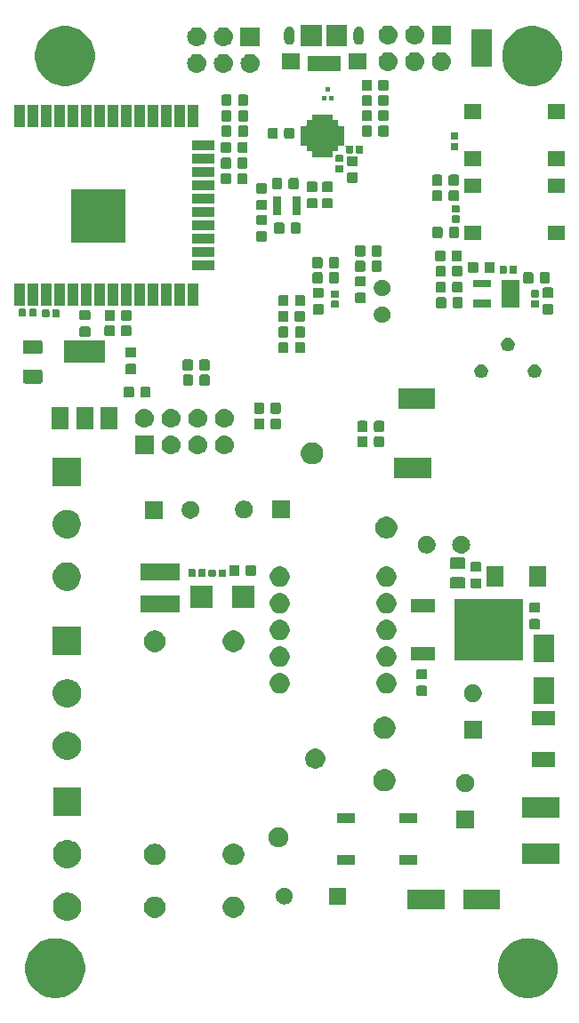
<source format=gbr>
G04 #@! TF.GenerationSoftware,KiCad,Pcbnew,(5.1.0)-1*
G04 #@! TF.CreationDate,2019-11-06T10:51:47-08:00*
G04 #@! TF.ProjectId,SLS_rev1,534c535f-7265-4763-912e-6b696361645f,rev?*
G04 #@! TF.SameCoordinates,Original*
G04 #@! TF.FileFunction,Soldermask,Top*
G04 #@! TF.FilePolarity,Negative*
%FSLAX46Y46*%
G04 Gerber Fmt 4.6, Leading zero omitted, Abs format (unit mm)*
G04 Created by KiCad (PCBNEW (5.1.0)-1) date 2019-11-06 10:51:47*
%MOMM*%
%LPD*%
G04 APERTURE LIST*
%ADD10C,0.100000*%
G04 APERTURE END LIST*
D10*
G36*
X123556202Y-151203781D02*
G01*
X123831606Y-151258562D01*
X124350455Y-151473476D01*
X124817407Y-151785484D01*
X125214516Y-152182593D01*
X125526524Y-152649545D01*
X125741438Y-153168394D01*
X125851000Y-153719201D01*
X125851000Y-154280799D01*
X125741438Y-154831606D01*
X125526524Y-155350455D01*
X125214516Y-155817407D01*
X124817407Y-156214516D01*
X124350455Y-156526524D01*
X123831606Y-156741438D01*
X123556202Y-156796219D01*
X123280800Y-156851000D01*
X122719200Y-156851000D01*
X122443798Y-156796219D01*
X122168394Y-156741438D01*
X121649545Y-156526524D01*
X121182593Y-156214516D01*
X120785484Y-155817407D01*
X120473476Y-155350455D01*
X120258562Y-154831606D01*
X120149000Y-154280799D01*
X120149000Y-153719201D01*
X120258562Y-153168394D01*
X120473476Y-152649545D01*
X120785484Y-152182593D01*
X121182593Y-151785484D01*
X121649545Y-151473476D01*
X122168394Y-151258562D01*
X122443798Y-151203781D01*
X122719200Y-151149000D01*
X123280800Y-151149000D01*
X123556202Y-151203781D01*
X123556202Y-151203781D01*
G37*
G36*
X78556202Y-151203781D02*
G01*
X78831606Y-151258562D01*
X79350455Y-151473476D01*
X79817407Y-151785484D01*
X80214516Y-152182593D01*
X80526524Y-152649545D01*
X80741438Y-153168394D01*
X80851000Y-153719201D01*
X80851000Y-154280799D01*
X80741438Y-154831606D01*
X80526524Y-155350455D01*
X80214516Y-155817407D01*
X79817407Y-156214516D01*
X79350455Y-156526524D01*
X78831606Y-156741438D01*
X78556202Y-156796219D01*
X78280800Y-156851000D01*
X77719200Y-156851000D01*
X77443798Y-156796219D01*
X77168394Y-156741438D01*
X76649545Y-156526524D01*
X76182593Y-156214516D01*
X75785484Y-155817407D01*
X75473476Y-155350455D01*
X75258562Y-154831606D01*
X75149000Y-154280799D01*
X75149000Y-153719201D01*
X75258562Y-153168394D01*
X75473476Y-152649545D01*
X75785484Y-152182593D01*
X76182593Y-151785484D01*
X76649545Y-151473476D01*
X77168394Y-151258562D01*
X77443798Y-151203781D01*
X77719200Y-151149000D01*
X78280800Y-151149000D01*
X78556202Y-151203781D01*
X78556202Y-151203781D01*
G37*
G36*
X79529072Y-146825918D02*
G01*
X79687057Y-146891357D01*
X79774939Y-146927759D01*
X79886328Y-147002187D01*
X79996211Y-147075609D01*
X80184391Y-147263789D01*
X80332242Y-147485063D01*
X80434082Y-147730928D01*
X80486000Y-147991937D01*
X80486000Y-148258063D01*
X80434082Y-148519072D01*
X80332242Y-148764937D01*
X80184391Y-148986211D01*
X79996211Y-149174391D01*
X79933939Y-149216000D01*
X79774939Y-149322241D01*
X79774938Y-149322242D01*
X79774937Y-149322242D01*
X79529072Y-149424082D01*
X79268063Y-149476000D01*
X79001937Y-149476000D01*
X78740928Y-149424082D01*
X78495063Y-149322242D01*
X78495062Y-149322242D01*
X78495061Y-149322241D01*
X78336061Y-149216000D01*
X78273789Y-149174391D01*
X78085609Y-148986211D01*
X77937758Y-148764937D01*
X77835918Y-148519072D01*
X77784000Y-148258063D01*
X77784000Y-147991937D01*
X77835918Y-147730928D01*
X77937758Y-147485063D01*
X78085609Y-147263789D01*
X78273789Y-147075609D01*
X78383672Y-147002187D01*
X78495061Y-146927759D01*
X78582944Y-146891357D01*
X78740928Y-146825918D01*
X79001937Y-146774000D01*
X79268063Y-146774000D01*
X79529072Y-146825918D01*
X79529072Y-146825918D01*
G37*
G36*
X95274272Y-147203428D02*
G01*
X95419995Y-147263789D01*
X95460993Y-147280771D01*
X95629037Y-147393054D01*
X95771946Y-147535963D01*
X95838526Y-147635608D01*
X95884230Y-147704009D01*
X95961572Y-147890728D01*
X96001000Y-148088947D01*
X96001000Y-148291053D01*
X95961572Y-148489272D01*
X95949228Y-148519072D01*
X95884229Y-148675993D01*
X95771946Y-148844037D01*
X95629037Y-148986946D01*
X95460993Y-149099229D01*
X95460992Y-149099230D01*
X95460991Y-149099230D01*
X95274272Y-149176572D01*
X95076053Y-149216000D01*
X94873947Y-149216000D01*
X94675728Y-149176572D01*
X94489009Y-149099230D01*
X94489008Y-149099230D01*
X94489007Y-149099229D01*
X94320963Y-148986946D01*
X94178054Y-148844037D01*
X94065771Y-148675993D01*
X94000772Y-148519072D01*
X93988428Y-148489272D01*
X93949000Y-148291053D01*
X93949000Y-148088947D01*
X93988428Y-147890728D01*
X94065770Y-147704009D01*
X94111474Y-147635608D01*
X94178054Y-147535963D01*
X94320963Y-147393054D01*
X94489007Y-147280771D01*
X94530005Y-147263789D01*
X94675728Y-147203428D01*
X94873947Y-147164000D01*
X95076053Y-147164000D01*
X95274272Y-147203428D01*
X95274272Y-147203428D01*
G37*
G36*
X87774272Y-147203428D02*
G01*
X87919995Y-147263789D01*
X87960993Y-147280771D01*
X88129037Y-147393054D01*
X88271946Y-147535963D01*
X88338526Y-147635608D01*
X88384230Y-147704009D01*
X88461572Y-147890728D01*
X88501000Y-148088947D01*
X88501000Y-148291053D01*
X88461572Y-148489272D01*
X88449228Y-148519072D01*
X88384229Y-148675993D01*
X88271946Y-148844037D01*
X88129037Y-148986946D01*
X87960993Y-149099229D01*
X87960992Y-149099230D01*
X87960991Y-149099230D01*
X87774272Y-149176572D01*
X87576053Y-149216000D01*
X87373947Y-149216000D01*
X87175728Y-149176572D01*
X86989009Y-149099230D01*
X86989008Y-149099230D01*
X86989007Y-149099229D01*
X86820963Y-148986946D01*
X86678054Y-148844037D01*
X86565771Y-148675993D01*
X86500772Y-148519072D01*
X86488428Y-148489272D01*
X86449000Y-148291053D01*
X86449000Y-148088947D01*
X86488428Y-147890728D01*
X86565770Y-147704009D01*
X86611474Y-147635608D01*
X86678054Y-147535963D01*
X86820963Y-147393054D01*
X86989007Y-147280771D01*
X87030005Y-147263789D01*
X87175728Y-147203428D01*
X87373947Y-147164000D01*
X87576053Y-147164000D01*
X87774272Y-147203428D01*
X87774272Y-147203428D01*
G37*
G36*
X120351000Y-148426000D02*
G01*
X116849000Y-148426000D01*
X116849000Y-146524000D01*
X120351000Y-146524000D01*
X120351000Y-148426000D01*
X120351000Y-148426000D01*
G37*
G36*
X115051000Y-148401000D02*
G01*
X111549000Y-148401000D01*
X111549000Y-146499000D01*
X115051000Y-146499000D01*
X115051000Y-148401000D01*
X115051000Y-148401000D01*
G37*
G36*
X100033642Y-146354781D02*
G01*
X100179414Y-146415162D01*
X100179416Y-146415163D01*
X100310608Y-146502822D01*
X100422178Y-146614392D01*
X100509837Y-146745584D01*
X100509838Y-146745586D01*
X100570219Y-146891358D01*
X100601000Y-147046107D01*
X100601000Y-147203893D01*
X100570219Y-147358642D01*
X100555965Y-147393054D01*
X100509837Y-147504416D01*
X100422178Y-147635608D01*
X100310608Y-147747178D01*
X100179416Y-147834837D01*
X100179415Y-147834838D01*
X100179414Y-147834838D01*
X100033642Y-147895219D01*
X99878893Y-147926000D01*
X99721107Y-147926000D01*
X99566358Y-147895219D01*
X99420586Y-147834838D01*
X99420585Y-147834838D01*
X99420584Y-147834837D01*
X99289392Y-147747178D01*
X99177822Y-147635608D01*
X99090163Y-147504416D01*
X99044035Y-147393054D01*
X99029781Y-147358642D01*
X98999000Y-147203893D01*
X98999000Y-147046107D01*
X99029781Y-146891358D01*
X99090162Y-146745586D01*
X99090163Y-146745584D01*
X99177822Y-146614392D01*
X99289392Y-146502822D01*
X99420584Y-146415163D01*
X99420586Y-146415162D01*
X99566358Y-146354781D01*
X99721107Y-146324000D01*
X99878893Y-146324000D01*
X100033642Y-146354781D01*
X100033642Y-146354781D01*
G37*
G36*
X105681000Y-147926000D02*
G01*
X104079000Y-147926000D01*
X104079000Y-146324000D01*
X105681000Y-146324000D01*
X105681000Y-147926000D01*
X105681000Y-147926000D01*
G37*
G36*
X79471142Y-141814395D02*
G01*
X79529072Y-141825918D01*
X79774939Y-141927759D01*
X79864296Y-141987466D01*
X79996211Y-142075609D01*
X80184391Y-142263789D01*
X80244036Y-142353054D01*
X80309785Y-142451453D01*
X80332242Y-142485063D01*
X80434082Y-142730928D01*
X80486000Y-142991937D01*
X80486000Y-143258063D01*
X80434082Y-143519072D01*
X80332242Y-143764937D01*
X80184391Y-143986211D01*
X79996211Y-144174391D01*
X79886328Y-144247813D01*
X79774939Y-144322241D01*
X79774938Y-144322242D01*
X79774937Y-144322242D01*
X79529072Y-144424082D01*
X79268063Y-144476000D01*
X79001937Y-144476000D01*
X78740928Y-144424082D01*
X78495063Y-144322242D01*
X78495062Y-144322242D01*
X78495061Y-144322241D01*
X78383672Y-144247813D01*
X78273789Y-144174391D01*
X78085609Y-143986211D01*
X77937758Y-143764937D01*
X77835918Y-143519072D01*
X77784000Y-143258063D01*
X77784000Y-142991937D01*
X77835918Y-142730928D01*
X77937758Y-142485063D01*
X77960216Y-142451453D01*
X78025964Y-142353054D01*
X78085609Y-142263789D01*
X78273789Y-142075609D01*
X78405704Y-141987466D01*
X78495061Y-141927759D01*
X78740928Y-141825918D01*
X78798858Y-141814395D01*
X79001937Y-141774000D01*
X79268063Y-141774000D01*
X79471142Y-141814395D01*
X79471142Y-141814395D01*
G37*
G36*
X87774272Y-142163428D02*
G01*
X87960991Y-142240770D01*
X87960993Y-142240771D01*
X88129037Y-142353054D01*
X88271946Y-142495963D01*
X88384229Y-142664007D01*
X88384230Y-142664009D01*
X88461572Y-142850728D01*
X88501000Y-143048947D01*
X88501000Y-143251053D01*
X88461572Y-143449272D01*
X88384230Y-143635991D01*
X88384229Y-143635993D01*
X88271946Y-143804037D01*
X88129037Y-143946946D01*
X87960993Y-144059229D01*
X87960992Y-144059230D01*
X87960991Y-144059230D01*
X87774272Y-144136572D01*
X87576053Y-144176000D01*
X87373947Y-144176000D01*
X87175728Y-144136572D01*
X86989009Y-144059230D01*
X86989008Y-144059230D01*
X86989007Y-144059229D01*
X86820963Y-143946946D01*
X86678054Y-143804037D01*
X86565771Y-143635993D01*
X86565770Y-143635991D01*
X86488428Y-143449272D01*
X86449000Y-143251053D01*
X86449000Y-143048947D01*
X86488428Y-142850728D01*
X86565770Y-142664009D01*
X86565771Y-142664007D01*
X86678054Y-142495963D01*
X86820963Y-142353054D01*
X86989007Y-142240771D01*
X86989009Y-142240770D01*
X87175728Y-142163428D01*
X87373947Y-142124000D01*
X87576053Y-142124000D01*
X87774272Y-142163428D01*
X87774272Y-142163428D01*
G37*
G36*
X95274272Y-142163428D02*
G01*
X95460991Y-142240770D01*
X95460993Y-142240771D01*
X95629037Y-142353054D01*
X95771946Y-142495963D01*
X95884229Y-142664007D01*
X95884230Y-142664009D01*
X95961572Y-142850728D01*
X96001000Y-143048947D01*
X96001000Y-143251053D01*
X95961572Y-143449272D01*
X95884230Y-143635991D01*
X95884229Y-143635993D01*
X95771946Y-143804037D01*
X95629037Y-143946946D01*
X95460993Y-144059229D01*
X95460992Y-144059230D01*
X95460991Y-144059230D01*
X95274272Y-144136572D01*
X95076053Y-144176000D01*
X94873947Y-144176000D01*
X94675728Y-144136572D01*
X94489009Y-144059230D01*
X94489008Y-144059230D01*
X94489007Y-144059229D01*
X94320963Y-143946946D01*
X94178054Y-143804037D01*
X94065771Y-143635993D01*
X94065770Y-143635991D01*
X93988428Y-143449272D01*
X93949000Y-143251053D01*
X93949000Y-143048947D01*
X93988428Y-142850728D01*
X94065770Y-142664009D01*
X94065771Y-142664007D01*
X94178054Y-142495963D01*
X94320963Y-142353054D01*
X94489007Y-142240771D01*
X94489009Y-142240770D01*
X94675728Y-142163428D01*
X94873947Y-142124000D01*
X95076053Y-142124000D01*
X95274272Y-142163428D01*
X95274272Y-142163428D01*
G37*
G36*
X112426000Y-144151000D02*
G01*
X110774000Y-144151000D01*
X110774000Y-143199000D01*
X112426000Y-143199000D01*
X112426000Y-144151000D01*
X112426000Y-144151000D01*
G37*
G36*
X106526000Y-144151000D02*
G01*
X104874000Y-144151000D01*
X104874000Y-143199000D01*
X106526000Y-143199000D01*
X106526000Y-144151000D01*
X106526000Y-144151000D01*
G37*
G36*
X125976000Y-144051000D02*
G01*
X122474000Y-144051000D01*
X122474000Y-142149000D01*
X125976000Y-142149000D01*
X125976000Y-144051000D01*
X125976000Y-144051000D01*
G37*
G36*
X99531395Y-140622546D02*
G01*
X99704466Y-140694234D01*
X99704467Y-140694235D01*
X99860227Y-140798310D01*
X99992690Y-140930773D01*
X99992691Y-140930775D01*
X100096766Y-141086534D01*
X100168454Y-141259605D01*
X100205000Y-141443333D01*
X100205000Y-141630667D01*
X100168454Y-141814395D01*
X100096766Y-141987466D01*
X100096765Y-141987467D01*
X99992690Y-142143227D01*
X99860227Y-142275690D01*
X99781818Y-142328081D01*
X99704466Y-142379766D01*
X99531395Y-142451454D01*
X99347667Y-142488000D01*
X99160333Y-142488000D01*
X98976605Y-142451454D01*
X98803534Y-142379766D01*
X98726182Y-142328081D01*
X98647773Y-142275690D01*
X98515310Y-142143227D01*
X98411235Y-141987467D01*
X98411234Y-141987466D01*
X98339546Y-141814395D01*
X98303000Y-141630667D01*
X98303000Y-141443333D01*
X98339546Y-141259605D01*
X98411234Y-141086534D01*
X98515309Y-140930775D01*
X98515310Y-140930773D01*
X98647773Y-140798310D01*
X98803533Y-140694235D01*
X98803534Y-140694234D01*
X98976605Y-140622546D01*
X99160333Y-140586000D01*
X99347667Y-140586000D01*
X99531395Y-140622546D01*
X99531395Y-140622546D01*
G37*
G36*
X117876000Y-140701000D02*
G01*
X116174000Y-140701000D01*
X116174000Y-138999000D01*
X117876000Y-138999000D01*
X117876000Y-140701000D01*
X117876000Y-140701000D01*
G37*
G36*
X106526000Y-140151000D02*
G01*
X104874000Y-140151000D01*
X104874000Y-139199000D01*
X106526000Y-139199000D01*
X106526000Y-140151000D01*
X106526000Y-140151000D01*
G37*
G36*
X112426000Y-140151000D02*
G01*
X110774000Y-140151000D01*
X110774000Y-139199000D01*
X112426000Y-139199000D01*
X112426000Y-140151000D01*
X112426000Y-140151000D01*
G37*
G36*
X125976000Y-139651000D02*
G01*
X122474000Y-139651000D01*
X122474000Y-137749000D01*
X125976000Y-137749000D01*
X125976000Y-139651000D01*
X125976000Y-139651000D01*
G37*
G36*
X80486000Y-139476000D02*
G01*
X77784000Y-139476000D01*
X77784000Y-136774000D01*
X80486000Y-136774000D01*
X80486000Y-139476000D01*
X80486000Y-139476000D01*
G37*
G36*
X117273228Y-135531703D02*
G01*
X117428100Y-135595853D01*
X117567481Y-135688985D01*
X117686015Y-135807519D01*
X117779147Y-135946900D01*
X117843297Y-136101772D01*
X117876000Y-136266184D01*
X117876000Y-136433816D01*
X117843297Y-136598228D01*
X117779147Y-136753100D01*
X117686015Y-136892481D01*
X117567481Y-137011015D01*
X117428100Y-137104147D01*
X117273228Y-137168297D01*
X117108816Y-137201000D01*
X116941184Y-137201000D01*
X116776772Y-137168297D01*
X116621900Y-137104147D01*
X116482519Y-137011015D01*
X116363985Y-136892481D01*
X116270853Y-136753100D01*
X116206703Y-136598228D01*
X116174000Y-136433816D01*
X116174000Y-136266184D01*
X116206703Y-136101772D01*
X116270853Y-135946900D01*
X116363985Y-135807519D01*
X116482519Y-135688985D01*
X116621900Y-135595853D01*
X116776772Y-135531703D01*
X116941184Y-135499000D01*
X117108816Y-135499000D01*
X117273228Y-135531703D01*
X117273228Y-135531703D01*
G37*
G36*
X109656564Y-135089389D02*
G01*
X109847833Y-135168615D01*
X109847835Y-135168616D01*
X110019973Y-135283635D01*
X110166365Y-135430027D01*
X110277166Y-135595852D01*
X110281385Y-135602167D01*
X110360611Y-135793436D01*
X110401000Y-135996484D01*
X110401000Y-136203516D01*
X110360611Y-136406564D01*
X110281385Y-136597833D01*
X110281384Y-136597835D01*
X110166365Y-136769973D01*
X110019973Y-136916365D01*
X109847835Y-137031384D01*
X109847834Y-137031385D01*
X109847833Y-137031385D01*
X109656564Y-137110611D01*
X109453516Y-137151000D01*
X109246484Y-137151000D01*
X109043436Y-137110611D01*
X108852167Y-137031385D01*
X108852166Y-137031385D01*
X108852165Y-137031384D01*
X108680027Y-136916365D01*
X108533635Y-136769973D01*
X108418616Y-136597835D01*
X108418615Y-136597833D01*
X108339389Y-136406564D01*
X108299000Y-136203516D01*
X108299000Y-135996484D01*
X108339389Y-135793436D01*
X108418615Y-135602167D01*
X108422835Y-135595852D01*
X108533635Y-135430027D01*
X108680027Y-135283635D01*
X108852165Y-135168616D01*
X108852167Y-135168615D01*
X109043436Y-135089389D01*
X109246484Y-135049000D01*
X109453516Y-135049000D01*
X109656564Y-135089389D01*
X109656564Y-135089389D01*
G37*
G36*
X103031395Y-133122546D02*
G01*
X103204466Y-133194234D01*
X103204467Y-133194235D01*
X103360227Y-133298310D01*
X103492690Y-133430773D01*
X103492691Y-133430775D01*
X103596766Y-133586534D01*
X103668454Y-133759605D01*
X103705000Y-133943333D01*
X103705000Y-134130667D01*
X103668454Y-134314395D01*
X103596766Y-134487466D01*
X103596765Y-134487467D01*
X103492690Y-134643227D01*
X103360227Y-134775690D01*
X103281818Y-134828081D01*
X103204466Y-134879766D01*
X103031395Y-134951454D01*
X102847667Y-134988000D01*
X102660333Y-134988000D01*
X102476605Y-134951454D01*
X102303534Y-134879766D01*
X102226182Y-134828081D01*
X102147773Y-134775690D01*
X102015310Y-134643227D01*
X101911235Y-134487467D01*
X101911234Y-134487466D01*
X101839546Y-134314395D01*
X101803000Y-134130667D01*
X101803000Y-133943333D01*
X101839546Y-133759605D01*
X101911234Y-133586534D01*
X102015309Y-133430775D01*
X102015310Y-133430773D01*
X102147773Y-133298310D01*
X102303533Y-133194235D01*
X102303534Y-133194234D01*
X102476605Y-133122546D01*
X102660333Y-133086000D01*
X102847667Y-133086000D01*
X103031395Y-133122546D01*
X103031395Y-133122546D01*
G37*
G36*
X125611000Y-134806000D02*
G01*
X123409000Y-134806000D01*
X123409000Y-133434000D01*
X125611000Y-133434000D01*
X125611000Y-134806000D01*
X125611000Y-134806000D01*
G37*
G36*
X79519072Y-131500918D02*
G01*
X79753052Y-131597835D01*
X79764939Y-131602759D01*
X79986212Y-131750610D01*
X80174390Y-131938788D01*
X80322241Y-132160061D01*
X80424082Y-132405928D01*
X80476000Y-132666938D01*
X80476000Y-132933062D01*
X80424082Y-133194072D01*
X80322241Y-133439939D01*
X80174390Y-133661212D01*
X79986212Y-133849390D01*
X79764939Y-133997241D01*
X79764938Y-133997242D01*
X79764937Y-133997242D01*
X79519072Y-134099082D01*
X79258063Y-134151000D01*
X78991937Y-134151000D01*
X78730928Y-134099082D01*
X78485063Y-133997242D01*
X78485062Y-133997242D01*
X78485061Y-133997241D01*
X78263788Y-133849390D01*
X78075610Y-133661212D01*
X77927759Y-133439939D01*
X77825918Y-133194072D01*
X77774000Y-132933062D01*
X77774000Y-132666938D01*
X77825918Y-132405928D01*
X77927759Y-132160061D01*
X78075610Y-131938788D01*
X78263788Y-131750610D01*
X78485061Y-131602759D01*
X78496949Y-131597835D01*
X78730928Y-131500918D01*
X78991937Y-131449000D01*
X79258063Y-131449000D01*
X79519072Y-131500918D01*
X79519072Y-131500918D01*
G37*
G36*
X109656564Y-130089389D02*
G01*
X109847833Y-130168615D01*
X109847835Y-130168616D01*
X110019973Y-130283635D01*
X110166365Y-130430027D01*
X110281385Y-130602167D01*
X110360611Y-130793436D01*
X110401000Y-130996484D01*
X110401000Y-131203516D01*
X110360611Y-131406564D01*
X110343033Y-131449000D01*
X110281384Y-131597835D01*
X110166365Y-131769973D01*
X110019973Y-131916365D01*
X109847835Y-132031384D01*
X109847834Y-132031385D01*
X109847833Y-132031385D01*
X109656564Y-132110611D01*
X109453516Y-132151000D01*
X109246484Y-132151000D01*
X109043436Y-132110611D01*
X108852167Y-132031385D01*
X108852166Y-132031385D01*
X108852165Y-132031384D01*
X108680027Y-131916365D01*
X108533635Y-131769973D01*
X108418616Y-131597835D01*
X108356967Y-131449000D01*
X108339389Y-131406564D01*
X108299000Y-131203516D01*
X108299000Y-130996484D01*
X108339389Y-130793436D01*
X108418615Y-130602167D01*
X108533635Y-130430027D01*
X108680027Y-130283635D01*
X108852165Y-130168616D01*
X108852167Y-130168615D01*
X109043436Y-130089389D01*
X109246484Y-130049000D01*
X109453516Y-130049000D01*
X109656564Y-130089389D01*
X109656564Y-130089389D01*
G37*
G36*
X118601000Y-132151000D02*
G01*
X116899000Y-132151000D01*
X116899000Y-130449000D01*
X118601000Y-130449000D01*
X118601000Y-132151000D01*
X118601000Y-132151000D01*
G37*
G36*
X125611000Y-130836000D02*
G01*
X123409000Y-130836000D01*
X123409000Y-129464000D01*
X125611000Y-129464000D01*
X125611000Y-130836000D01*
X125611000Y-130836000D01*
G37*
G36*
X79519072Y-126500918D02*
G01*
X79704210Y-126577604D01*
X79764939Y-126602759D01*
X79876328Y-126677187D01*
X79986211Y-126750609D01*
X80174391Y-126938789D01*
X80245928Y-127045852D01*
X80310615Y-127142661D01*
X80322242Y-127160063D01*
X80424082Y-127405928D01*
X80476000Y-127666937D01*
X80476000Y-127933063D01*
X80424082Y-128194072D01*
X80322242Y-128439937D01*
X80174391Y-128661211D01*
X79986211Y-128849391D01*
X79876328Y-128922813D01*
X79764939Y-128997241D01*
X79764938Y-128997242D01*
X79764937Y-128997242D01*
X79519072Y-129099082D01*
X79258063Y-129151000D01*
X78991937Y-129151000D01*
X78730928Y-129099082D01*
X78485063Y-128997242D01*
X78485062Y-128997242D01*
X78485061Y-128997241D01*
X78373672Y-128922813D01*
X78263789Y-128849391D01*
X78075609Y-128661211D01*
X77927758Y-128439937D01*
X77825918Y-128194072D01*
X77774000Y-127933063D01*
X77774000Y-127666937D01*
X77825918Y-127405928D01*
X77927758Y-127160063D01*
X77939386Y-127142661D01*
X78004072Y-127045852D01*
X78075609Y-126938789D01*
X78263789Y-126750609D01*
X78373672Y-126677187D01*
X78485061Y-126602759D01*
X78545791Y-126577604D01*
X78730928Y-126500918D01*
X78991937Y-126449000D01*
X79258063Y-126449000D01*
X79519072Y-126500918D01*
X79519072Y-126500918D01*
G37*
G36*
X125476000Y-128851000D02*
G01*
X123574000Y-128851000D01*
X123574000Y-126249000D01*
X125476000Y-126249000D01*
X125476000Y-128851000D01*
X125476000Y-128851000D01*
G37*
G36*
X117998228Y-126981703D02*
G01*
X118153100Y-127045853D01*
X118292481Y-127138985D01*
X118411015Y-127257519D01*
X118504147Y-127396900D01*
X118568297Y-127551772D01*
X118601000Y-127716184D01*
X118601000Y-127883816D01*
X118568297Y-128048228D01*
X118504147Y-128203100D01*
X118411015Y-128342481D01*
X118292481Y-128461015D01*
X118153100Y-128554147D01*
X117998228Y-128618297D01*
X117833816Y-128651000D01*
X117666184Y-128651000D01*
X117501772Y-128618297D01*
X117346900Y-128554147D01*
X117207519Y-128461015D01*
X117088985Y-128342481D01*
X116995853Y-128203100D01*
X116931703Y-128048228D01*
X116899000Y-127883816D01*
X116899000Y-127716184D01*
X116931703Y-127551772D01*
X116995853Y-127396900D01*
X117088985Y-127257519D01*
X117207519Y-127138985D01*
X117346900Y-127045853D01*
X117501772Y-126981703D01*
X117666184Y-126949000D01*
X117833816Y-126949000D01*
X117998228Y-126981703D01*
X117998228Y-126981703D01*
G37*
G36*
X113279591Y-127093085D02*
G01*
X113313569Y-127103393D01*
X113344890Y-127120134D01*
X113372339Y-127142661D01*
X113394866Y-127170110D01*
X113411607Y-127201431D01*
X113421915Y-127235409D01*
X113426000Y-127276890D01*
X113426000Y-127878110D01*
X113421915Y-127919591D01*
X113411607Y-127953569D01*
X113394866Y-127984890D01*
X113372339Y-128012339D01*
X113344890Y-128034866D01*
X113313569Y-128051607D01*
X113279591Y-128061915D01*
X113238110Y-128066000D01*
X112561890Y-128066000D01*
X112520409Y-128061915D01*
X112486431Y-128051607D01*
X112455110Y-128034866D01*
X112427661Y-128012339D01*
X112405134Y-127984890D01*
X112388393Y-127953569D01*
X112378085Y-127919591D01*
X112374000Y-127878110D01*
X112374000Y-127276890D01*
X112378085Y-127235409D01*
X112388393Y-127201431D01*
X112405134Y-127170110D01*
X112427661Y-127142661D01*
X112455110Y-127120134D01*
X112486431Y-127103393D01*
X112520409Y-127093085D01*
X112561890Y-127089000D01*
X113238110Y-127089000D01*
X113279591Y-127093085D01*
X113279591Y-127093085D01*
G37*
G36*
X109807395Y-125940546D02*
G01*
X109980466Y-126012234D01*
X109980467Y-126012235D01*
X110136227Y-126116310D01*
X110268690Y-126248773D01*
X110304997Y-126303110D01*
X110372766Y-126404534D01*
X110444454Y-126577605D01*
X110481000Y-126761333D01*
X110481000Y-126948667D01*
X110444454Y-127132395D01*
X110372766Y-127305466D01*
X110372765Y-127305467D01*
X110268690Y-127461227D01*
X110136227Y-127593690D01*
X110057818Y-127646081D01*
X109980466Y-127697766D01*
X109807395Y-127769454D01*
X109623667Y-127806000D01*
X109436333Y-127806000D01*
X109252605Y-127769454D01*
X109079534Y-127697766D01*
X109002182Y-127646081D01*
X108923773Y-127593690D01*
X108791310Y-127461227D01*
X108687235Y-127305467D01*
X108687234Y-127305466D01*
X108615546Y-127132395D01*
X108579000Y-126948667D01*
X108579000Y-126761333D01*
X108615546Y-126577605D01*
X108687234Y-126404534D01*
X108755003Y-126303110D01*
X108791310Y-126248773D01*
X108923773Y-126116310D01*
X109079533Y-126012235D01*
X109079534Y-126012234D01*
X109252605Y-125940546D01*
X109436333Y-125904000D01*
X109623667Y-125904000D01*
X109807395Y-125940546D01*
X109807395Y-125940546D01*
G37*
G36*
X99647395Y-125940546D02*
G01*
X99820466Y-126012234D01*
X99820467Y-126012235D01*
X99976227Y-126116310D01*
X100108690Y-126248773D01*
X100144997Y-126303110D01*
X100212766Y-126404534D01*
X100284454Y-126577605D01*
X100321000Y-126761333D01*
X100321000Y-126948667D01*
X100284454Y-127132395D01*
X100212766Y-127305466D01*
X100212765Y-127305467D01*
X100108690Y-127461227D01*
X99976227Y-127593690D01*
X99897818Y-127646081D01*
X99820466Y-127697766D01*
X99647395Y-127769454D01*
X99463667Y-127806000D01*
X99276333Y-127806000D01*
X99092605Y-127769454D01*
X98919534Y-127697766D01*
X98842182Y-127646081D01*
X98763773Y-127593690D01*
X98631310Y-127461227D01*
X98527235Y-127305467D01*
X98527234Y-127305466D01*
X98455546Y-127132395D01*
X98419000Y-126948667D01*
X98419000Y-126761333D01*
X98455546Y-126577605D01*
X98527234Y-126404534D01*
X98595003Y-126303110D01*
X98631310Y-126248773D01*
X98763773Y-126116310D01*
X98919533Y-126012235D01*
X98919534Y-126012234D01*
X99092605Y-125940546D01*
X99276333Y-125904000D01*
X99463667Y-125904000D01*
X99647395Y-125940546D01*
X99647395Y-125940546D01*
G37*
G36*
X113279591Y-125518085D02*
G01*
X113313569Y-125528393D01*
X113344890Y-125545134D01*
X113372339Y-125567661D01*
X113394866Y-125595110D01*
X113411607Y-125626431D01*
X113421915Y-125660409D01*
X113426000Y-125701890D01*
X113426000Y-126303110D01*
X113421915Y-126344591D01*
X113411607Y-126378569D01*
X113394866Y-126409890D01*
X113372339Y-126437339D01*
X113344890Y-126459866D01*
X113313569Y-126476607D01*
X113279591Y-126486915D01*
X113238110Y-126491000D01*
X112561890Y-126491000D01*
X112520409Y-126486915D01*
X112486431Y-126476607D01*
X112455110Y-126459866D01*
X112427661Y-126437339D01*
X112405134Y-126409890D01*
X112388393Y-126378569D01*
X112378085Y-126344591D01*
X112374000Y-126303110D01*
X112374000Y-125701890D01*
X112378085Y-125660409D01*
X112388393Y-125626431D01*
X112405134Y-125595110D01*
X112427661Y-125567661D01*
X112455110Y-125545134D01*
X112486431Y-125528393D01*
X112520409Y-125518085D01*
X112561890Y-125514000D01*
X113238110Y-125514000D01*
X113279591Y-125518085D01*
X113279591Y-125518085D01*
G37*
G36*
X109807395Y-123400546D02*
G01*
X109980466Y-123472234D01*
X109980467Y-123472235D01*
X110136227Y-123576310D01*
X110268690Y-123708773D01*
X110268691Y-123708775D01*
X110372766Y-123864534D01*
X110444454Y-124037605D01*
X110481000Y-124221333D01*
X110481000Y-124408667D01*
X110444454Y-124592395D01*
X110372766Y-124765466D01*
X110372765Y-124765467D01*
X110268690Y-124921227D01*
X110136227Y-125053690D01*
X110057818Y-125106081D01*
X109980466Y-125157766D01*
X109807395Y-125229454D01*
X109623667Y-125266000D01*
X109436333Y-125266000D01*
X109252605Y-125229454D01*
X109079534Y-125157766D01*
X109002182Y-125106081D01*
X108923773Y-125053690D01*
X108791310Y-124921227D01*
X108687235Y-124765467D01*
X108687234Y-124765466D01*
X108615546Y-124592395D01*
X108579000Y-124408667D01*
X108579000Y-124221333D01*
X108615546Y-124037605D01*
X108687234Y-123864534D01*
X108791309Y-123708775D01*
X108791310Y-123708773D01*
X108923773Y-123576310D01*
X109079533Y-123472235D01*
X109079534Y-123472234D01*
X109252605Y-123400546D01*
X109436333Y-123364000D01*
X109623667Y-123364000D01*
X109807395Y-123400546D01*
X109807395Y-123400546D01*
G37*
G36*
X99647395Y-123400546D02*
G01*
X99820466Y-123472234D01*
X99820467Y-123472235D01*
X99976227Y-123576310D01*
X100108690Y-123708773D01*
X100108691Y-123708775D01*
X100212766Y-123864534D01*
X100284454Y-124037605D01*
X100321000Y-124221333D01*
X100321000Y-124408667D01*
X100284454Y-124592395D01*
X100212766Y-124765466D01*
X100212765Y-124765467D01*
X100108690Y-124921227D01*
X99976227Y-125053690D01*
X99897818Y-125106081D01*
X99820466Y-125157766D01*
X99647395Y-125229454D01*
X99463667Y-125266000D01*
X99276333Y-125266000D01*
X99092605Y-125229454D01*
X98919534Y-125157766D01*
X98842182Y-125106081D01*
X98763773Y-125053690D01*
X98631310Y-124921227D01*
X98527235Y-124765467D01*
X98527234Y-124765466D01*
X98455546Y-124592395D01*
X98419000Y-124408667D01*
X98419000Y-124221333D01*
X98455546Y-124037605D01*
X98527234Y-123864534D01*
X98631309Y-123708775D01*
X98631310Y-123708773D01*
X98763773Y-123576310D01*
X98919533Y-123472235D01*
X98919534Y-123472234D01*
X99092605Y-123400546D01*
X99276333Y-123364000D01*
X99463667Y-123364000D01*
X99647395Y-123400546D01*
X99647395Y-123400546D01*
G37*
G36*
X125476000Y-124851000D02*
G01*
X123574000Y-124851000D01*
X123574000Y-122249000D01*
X125476000Y-122249000D01*
X125476000Y-124851000D01*
X125476000Y-124851000D01*
G37*
G36*
X122526000Y-124701000D02*
G01*
X116024000Y-124701000D01*
X116024000Y-118799000D01*
X122526000Y-118799000D01*
X122526000Y-124701000D01*
X122526000Y-124701000D01*
G37*
G36*
X114126000Y-124681000D02*
G01*
X111824000Y-124681000D01*
X111824000Y-123379000D01*
X114126000Y-123379000D01*
X114126000Y-124681000D01*
X114126000Y-124681000D01*
G37*
G36*
X80476000Y-124151000D02*
G01*
X77774000Y-124151000D01*
X77774000Y-121449000D01*
X80476000Y-121449000D01*
X80476000Y-124151000D01*
X80476000Y-124151000D01*
G37*
G36*
X95274272Y-121863428D02*
G01*
X95460991Y-121940770D01*
X95460993Y-121940771D01*
X95629037Y-122053054D01*
X95771946Y-122195963D01*
X95884229Y-122364007D01*
X95884230Y-122364009D01*
X95961572Y-122550728D01*
X96001000Y-122748947D01*
X96001000Y-122951053D01*
X95961572Y-123149272D01*
X95884230Y-123335991D01*
X95884229Y-123335993D01*
X95771946Y-123504037D01*
X95629037Y-123646946D01*
X95460993Y-123759229D01*
X95460992Y-123759230D01*
X95460991Y-123759230D01*
X95274272Y-123836572D01*
X95076053Y-123876000D01*
X94873947Y-123876000D01*
X94675728Y-123836572D01*
X94489009Y-123759230D01*
X94489008Y-123759230D01*
X94489007Y-123759229D01*
X94320963Y-123646946D01*
X94178054Y-123504037D01*
X94065771Y-123335993D01*
X94065770Y-123335991D01*
X93988428Y-123149272D01*
X93949000Y-122951053D01*
X93949000Y-122748947D01*
X93988428Y-122550728D01*
X94065770Y-122364009D01*
X94065771Y-122364007D01*
X94178054Y-122195963D01*
X94320963Y-122053054D01*
X94489007Y-121940771D01*
X94489009Y-121940770D01*
X94675728Y-121863428D01*
X94873947Y-121824000D01*
X95076053Y-121824000D01*
X95274272Y-121863428D01*
X95274272Y-121863428D01*
G37*
G36*
X87774272Y-121863428D02*
G01*
X87960991Y-121940770D01*
X87960993Y-121940771D01*
X88129037Y-122053054D01*
X88271946Y-122195963D01*
X88384229Y-122364007D01*
X88384230Y-122364009D01*
X88461572Y-122550728D01*
X88501000Y-122748947D01*
X88501000Y-122951053D01*
X88461572Y-123149272D01*
X88384230Y-123335991D01*
X88384229Y-123335993D01*
X88271946Y-123504037D01*
X88129037Y-123646946D01*
X87960993Y-123759229D01*
X87960992Y-123759230D01*
X87960991Y-123759230D01*
X87774272Y-123836572D01*
X87576053Y-123876000D01*
X87373947Y-123876000D01*
X87175728Y-123836572D01*
X86989009Y-123759230D01*
X86989008Y-123759230D01*
X86989007Y-123759229D01*
X86820963Y-123646946D01*
X86678054Y-123504037D01*
X86565771Y-123335993D01*
X86565770Y-123335991D01*
X86488428Y-123149272D01*
X86449000Y-122951053D01*
X86449000Y-122748947D01*
X86488428Y-122550728D01*
X86565770Y-122364009D01*
X86565771Y-122364007D01*
X86678054Y-122195963D01*
X86820963Y-122053054D01*
X86989007Y-121940771D01*
X86989009Y-121940770D01*
X87175728Y-121863428D01*
X87373947Y-121824000D01*
X87576053Y-121824000D01*
X87774272Y-121863428D01*
X87774272Y-121863428D01*
G37*
G36*
X99647395Y-120860546D02*
G01*
X99820466Y-120932234D01*
X99893075Y-120980750D01*
X99976227Y-121036310D01*
X100108690Y-121168773D01*
X100108691Y-121168775D01*
X100212766Y-121324534D01*
X100284454Y-121497605D01*
X100321000Y-121681333D01*
X100321000Y-121868667D01*
X100284454Y-122052395D01*
X100212766Y-122225466D01*
X100212765Y-122225467D01*
X100108690Y-122381227D01*
X99976227Y-122513690D01*
X99920797Y-122550727D01*
X99820466Y-122617766D01*
X99647395Y-122689454D01*
X99463667Y-122726000D01*
X99276333Y-122726000D01*
X99092605Y-122689454D01*
X98919534Y-122617766D01*
X98819203Y-122550727D01*
X98763773Y-122513690D01*
X98631310Y-122381227D01*
X98527235Y-122225467D01*
X98527234Y-122225466D01*
X98455546Y-122052395D01*
X98419000Y-121868667D01*
X98419000Y-121681333D01*
X98455546Y-121497605D01*
X98527234Y-121324534D01*
X98631309Y-121168775D01*
X98631310Y-121168773D01*
X98763773Y-121036310D01*
X98846925Y-120980750D01*
X98919534Y-120932234D01*
X99092605Y-120860546D01*
X99276333Y-120824000D01*
X99463667Y-120824000D01*
X99647395Y-120860546D01*
X99647395Y-120860546D01*
G37*
G36*
X109807395Y-120860546D02*
G01*
X109980466Y-120932234D01*
X110053075Y-120980750D01*
X110136227Y-121036310D01*
X110268690Y-121168773D01*
X110268691Y-121168775D01*
X110372766Y-121324534D01*
X110444454Y-121497605D01*
X110481000Y-121681333D01*
X110481000Y-121868667D01*
X110444454Y-122052395D01*
X110372766Y-122225466D01*
X110372765Y-122225467D01*
X110268690Y-122381227D01*
X110136227Y-122513690D01*
X110080797Y-122550727D01*
X109980466Y-122617766D01*
X109807395Y-122689454D01*
X109623667Y-122726000D01*
X109436333Y-122726000D01*
X109252605Y-122689454D01*
X109079534Y-122617766D01*
X108979203Y-122550727D01*
X108923773Y-122513690D01*
X108791310Y-122381227D01*
X108687235Y-122225467D01*
X108687234Y-122225466D01*
X108615546Y-122052395D01*
X108579000Y-121868667D01*
X108579000Y-121681333D01*
X108615546Y-121497605D01*
X108687234Y-121324534D01*
X108791309Y-121168775D01*
X108791310Y-121168773D01*
X108923773Y-121036310D01*
X109006925Y-120980750D01*
X109079534Y-120932234D01*
X109252605Y-120860546D01*
X109436333Y-120824000D01*
X109623667Y-120824000D01*
X109807395Y-120860546D01*
X109807395Y-120860546D01*
G37*
G36*
X124029591Y-120740585D02*
G01*
X124063569Y-120750893D01*
X124094890Y-120767634D01*
X124122339Y-120790161D01*
X124144866Y-120817610D01*
X124161607Y-120848931D01*
X124171915Y-120882909D01*
X124176000Y-120924390D01*
X124176000Y-121525610D01*
X124171915Y-121567091D01*
X124161607Y-121601069D01*
X124144866Y-121632390D01*
X124122339Y-121659839D01*
X124094890Y-121682366D01*
X124063569Y-121699107D01*
X124029591Y-121709415D01*
X123988110Y-121713500D01*
X123311890Y-121713500D01*
X123270409Y-121709415D01*
X123236431Y-121699107D01*
X123205110Y-121682366D01*
X123177661Y-121659839D01*
X123155134Y-121632390D01*
X123138393Y-121601069D01*
X123128085Y-121567091D01*
X123124000Y-121525610D01*
X123124000Y-120924390D01*
X123128085Y-120882909D01*
X123138393Y-120848931D01*
X123155134Y-120817610D01*
X123177661Y-120790161D01*
X123205110Y-120767634D01*
X123236431Y-120750893D01*
X123270409Y-120740585D01*
X123311890Y-120736500D01*
X123988110Y-120736500D01*
X124029591Y-120740585D01*
X124029591Y-120740585D01*
G37*
G36*
X99647395Y-118320546D02*
G01*
X99820466Y-118392234D01*
X99820467Y-118392235D01*
X99976227Y-118496310D01*
X100108690Y-118628773D01*
X100108691Y-118628775D01*
X100212766Y-118784534D01*
X100284454Y-118957605D01*
X100321000Y-119141333D01*
X100321000Y-119328667D01*
X100284454Y-119512395D01*
X100212766Y-119685466D01*
X100212765Y-119685467D01*
X100108690Y-119841227D01*
X99976227Y-119973690D01*
X99897836Y-120026069D01*
X99820466Y-120077766D01*
X99647395Y-120149454D01*
X99463667Y-120186000D01*
X99276333Y-120186000D01*
X99092605Y-120149454D01*
X98919534Y-120077766D01*
X98842164Y-120026069D01*
X98763773Y-119973690D01*
X98631310Y-119841227D01*
X98527235Y-119685467D01*
X98527234Y-119685466D01*
X98455546Y-119512395D01*
X98419000Y-119328667D01*
X98419000Y-119141333D01*
X98455546Y-118957605D01*
X98527234Y-118784534D01*
X98631309Y-118628775D01*
X98631310Y-118628773D01*
X98763773Y-118496310D01*
X98919533Y-118392235D01*
X98919534Y-118392234D01*
X99092605Y-118320546D01*
X99276333Y-118284000D01*
X99463667Y-118284000D01*
X99647395Y-118320546D01*
X99647395Y-118320546D01*
G37*
G36*
X109807395Y-118320546D02*
G01*
X109980466Y-118392234D01*
X109980467Y-118392235D01*
X110136227Y-118496310D01*
X110268690Y-118628773D01*
X110268691Y-118628775D01*
X110372766Y-118784534D01*
X110444454Y-118957605D01*
X110481000Y-119141333D01*
X110481000Y-119328667D01*
X110444454Y-119512395D01*
X110372766Y-119685466D01*
X110372765Y-119685467D01*
X110268690Y-119841227D01*
X110136227Y-119973690D01*
X110057836Y-120026069D01*
X109980466Y-120077766D01*
X109807395Y-120149454D01*
X109623667Y-120186000D01*
X109436333Y-120186000D01*
X109252605Y-120149454D01*
X109079534Y-120077766D01*
X109002164Y-120026069D01*
X108923773Y-119973690D01*
X108791310Y-119841227D01*
X108687235Y-119685467D01*
X108687234Y-119685466D01*
X108615546Y-119512395D01*
X108579000Y-119328667D01*
X108579000Y-119141333D01*
X108615546Y-118957605D01*
X108687234Y-118784534D01*
X108791309Y-118628775D01*
X108791310Y-118628773D01*
X108923773Y-118496310D01*
X109079533Y-118392235D01*
X109079534Y-118392234D01*
X109252605Y-118320546D01*
X109436333Y-118284000D01*
X109623667Y-118284000D01*
X109807395Y-118320546D01*
X109807395Y-118320546D01*
G37*
G36*
X124029591Y-119165585D02*
G01*
X124063569Y-119175893D01*
X124094890Y-119192634D01*
X124122339Y-119215161D01*
X124144866Y-119242610D01*
X124161607Y-119273931D01*
X124171915Y-119307909D01*
X124176000Y-119349390D01*
X124176000Y-119950610D01*
X124171915Y-119992091D01*
X124161607Y-120026069D01*
X124144866Y-120057390D01*
X124122339Y-120084839D01*
X124094890Y-120107366D01*
X124063569Y-120124107D01*
X124029591Y-120134415D01*
X123988110Y-120138500D01*
X123311890Y-120138500D01*
X123270409Y-120134415D01*
X123236431Y-120124107D01*
X123205110Y-120107366D01*
X123177661Y-120084839D01*
X123155134Y-120057390D01*
X123138393Y-120026069D01*
X123128085Y-119992091D01*
X123124000Y-119950610D01*
X123124000Y-119349390D01*
X123128085Y-119307909D01*
X123138393Y-119273931D01*
X123155134Y-119242610D01*
X123177661Y-119215161D01*
X123205110Y-119192634D01*
X123236431Y-119175893D01*
X123270409Y-119165585D01*
X123311890Y-119161500D01*
X123988110Y-119161500D01*
X124029591Y-119165585D01*
X124029591Y-119165585D01*
G37*
G36*
X89825000Y-120138000D02*
G01*
X86123000Y-120138000D01*
X86123000Y-118536000D01*
X89825000Y-118536000D01*
X89825000Y-120138000D01*
X89825000Y-120138000D01*
G37*
G36*
X114126000Y-120121000D02*
G01*
X111824000Y-120121000D01*
X111824000Y-118819000D01*
X114126000Y-118819000D01*
X114126000Y-120121000D01*
X114126000Y-120121000D01*
G37*
G36*
X92975000Y-119663000D02*
G01*
X90873000Y-119663000D01*
X90873000Y-117561000D01*
X92975000Y-117561000D01*
X92975000Y-119663000D01*
X92975000Y-119663000D01*
G37*
G36*
X96975000Y-119663000D02*
G01*
X94873000Y-119663000D01*
X94873000Y-117561000D01*
X96975000Y-117561000D01*
X96975000Y-119663000D01*
X96975000Y-119663000D01*
G37*
G36*
X79498072Y-115392918D02*
G01*
X79685612Y-115470599D01*
X79743939Y-115494759D01*
X79855328Y-115569187D01*
X79938247Y-115624592D01*
X79965212Y-115642610D01*
X80153390Y-115830788D01*
X80300163Y-116050447D01*
X80301242Y-116052063D01*
X80403082Y-116297928D01*
X80455000Y-116558937D01*
X80455000Y-116825063D01*
X80403082Y-117086072D01*
X80301242Y-117331937D01*
X80153391Y-117553211D01*
X79965211Y-117741391D01*
X79945650Y-117754461D01*
X79743939Y-117889241D01*
X79743938Y-117889242D01*
X79743937Y-117889242D01*
X79498072Y-117991082D01*
X79237063Y-118043000D01*
X78970937Y-118043000D01*
X78709928Y-117991082D01*
X78464063Y-117889242D01*
X78464062Y-117889242D01*
X78464061Y-117889241D01*
X78262350Y-117754461D01*
X78242789Y-117741391D01*
X78054609Y-117553211D01*
X77906758Y-117331937D01*
X77804918Y-117086072D01*
X77753000Y-116825063D01*
X77753000Y-116558937D01*
X77804918Y-116297928D01*
X77906758Y-116052063D01*
X77907838Y-116050447D01*
X78054610Y-115830788D01*
X78242788Y-115642610D01*
X78269754Y-115624592D01*
X78352672Y-115569187D01*
X78464061Y-115494759D01*
X78522389Y-115470599D01*
X78709928Y-115392918D01*
X78970937Y-115341000D01*
X79237063Y-115341000D01*
X79498072Y-115392918D01*
X79498072Y-115392918D01*
G37*
G36*
X118429591Y-116853085D02*
G01*
X118463569Y-116863393D01*
X118494890Y-116880134D01*
X118522339Y-116902661D01*
X118544866Y-116930110D01*
X118561607Y-116961431D01*
X118571915Y-116995409D01*
X118576000Y-117036890D01*
X118576000Y-117638110D01*
X118571915Y-117679591D01*
X118561607Y-117713569D01*
X118544866Y-117744890D01*
X118522339Y-117772339D01*
X118494890Y-117794866D01*
X118463569Y-117811607D01*
X118429591Y-117821915D01*
X118388110Y-117826000D01*
X117711890Y-117826000D01*
X117670409Y-117821915D01*
X117636431Y-117811607D01*
X117605110Y-117794866D01*
X117577661Y-117772339D01*
X117555134Y-117744890D01*
X117538393Y-117713569D01*
X117528085Y-117679591D01*
X117524000Y-117638110D01*
X117524000Y-117036890D01*
X117528085Y-116995409D01*
X117538393Y-116961431D01*
X117555134Y-116930110D01*
X117577661Y-116902661D01*
X117605110Y-116880134D01*
X117636431Y-116863393D01*
X117670409Y-116853085D01*
X117711890Y-116849000D01*
X118388110Y-116849000D01*
X118429591Y-116853085D01*
X118429591Y-116853085D01*
G37*
G36*
X116884468Y-116753565D02*
G01*
X116923138Y-116765296D01*
X116958777Y-116784346D01*
X116990017Y-116809983D01*
X117015654Y-116841223D01*
X117034704Y-116876862D01*
X117046435Y-116915532D01*
X117051000Y-116961888D01*
X117051000Y-117613112D01*
X117046435Y-117659468D01*
X117034704Y-117698138D01*
X117015654Y-117733777D01*
X116990017Y-117765017D01*
X116958777Y-117790654D01*
X116923138Y-117809704D01*
X116884468Y-117821435D01*
X116838112Y-117826000D01*
X115761888Y-117826000D01*
X115715532Y-117821435D01*
X115676862Y-117809704D01*
X115641223Y-117790654D01*
X115609983Y-117765017D01*
X115584346Y-117733777D01*
X115565296Y-117698138D01*
X115553565Y-117659468D01*
X115549000Y-117613112D01*
X115549000Y-116961888D01*
X115553565Y-116915532D01*
X115565296Y-116876862D01*
X115584346Y-116841223D01*
X115609983Y-116809983D01*
X115641223Y-116784346D01*
X115676862Y-116765296D01*
X115715532Y-116753565D01*
X115761888Y-116749000D01*
X116838112Y-116749000D01*
X116884468Y-116753565D01*
X116884468Y-116753565D01*
G37*
G36*
X99647395Y-115780546D02*
G01*
X99820466Y-115852234D01*
X99820467Y-115852235D01*
X99976227Y-115956310D01*
X100108690Y-116088773D01*
X100127978Y-116117640D01*
X100212766Y-116244534D01*
X100284454Y-116417605D01*
X100321000Y-116601333D01*
X100321000Y-116788667D01*
X100284454Y-116972395D01*
X100212766Y-117145466D01*
X100212765Y-117145467D01*
X100108690Y-117301227D01*
X99976227Y-117433690D01*
X99897818Y-117486081D01*
X99820466Y-117537766D01*
X99647395Y-117609454D01*
X99463667Y-117646000D01*
X99276333Y-117646000D01*
X99092605Y-117609454D01*
X98919534Y-117537766D01*
X98842182Y-117486081D01*
X98763773Y-117433690D01*
X98631310Y-117301227D01*
X98527235Y-117145467D01*
X98527234Y-117145466D01*
X98455546Y-116972395D01*
X98419000Y-116788667D01*
X98419000Y-116601333D01*
X98455546Y-116417605D01*
X98527234Y-116244534D01*
X98612022Y-116117640D01*
X98631310Y-116088773D01*
X98763773Y-115956310D01*
X98919533Y-115852235D01*
X98919534Y-115852234D01*
X99092605Y-115780546D01*
X99276333Y-115744000D01*
X99463667Y-115744000D01*
X99647395Y-115780546D01*
X99647395Y-115780546D01*
G37*
G36*
X109807395Y-115780546D02*
G01*
X109980466Y-115852234D01*
X109980467Y-115852235D01*
X110136227Y-115956310D01*
X110268690Y-116088773D01*
X110287978Y-116117640D01*
X110372766Y-116244534D01*
X110444454Y-116417605D01*
X110481000Y-116601333D01*
X110481000Y-116788667D01*
X110444454Y-116972395D01*
X110372766Y-117145466D01*
X110372765Y-117145467D01*
X110268690Y-117301227D01*
X110136227Y-117433690D01*
X110057818Y-117486081D01*
X109980466Y-117537766D01*
X109807395Y-117609454D01*
X109623667Y-117646000D01*
X109436333Y-117646000D01*
X109252605Y-117609454D01*
X109079534Y-117537766D01*
X109002182Y-117486081D01*
X108923773Y-117433690D01*
X108791310Y-117301227D01*
X108687235Y-117145467D01*
X108687234Y-117145466D01*
X108615546Y-116972395D01*
X108579000Y-116788667D01*
X108579000Y-116601333D01*
X108615546Y-116417605D01*
X108687234Y-116244534D01*
X108772022Y-116117640D01*
X108791310Y-116088773D01*
X108923773Y-115956310D01*
X109079533Y-115852235D01*
X109079534Y-115852234D01*
X109252605Y-115780546D01*
X109436333Y-115744000D01*
X109623667Y-115744000D01*
X109807395Y-115780546D01*
X109807395Y-115780546D01*
G37*
G36*
X124741000Y-117626000D02*
G01*
X123119000Y-117626000D01*
X123119000Y-115674000D01*
X124741000Y-115674000D01*
X124741000Y-117626000D01*
X124741000Y-117626000D01*
G37*
G36*
X120681000Y-117626000D02*
G01*
X119059000Y-117626000D01*
X119059000Y-115674000D01*
X120681000Y-115674000D01*
X120681000Y-117626000D01*
X120681000Y-117626000D01*
G37*
G36*
X89825000Y-117088000D02*
G01*
X86123000Y-117088000D01*
X86123000Y-115486000D01*
X89825000Y-115486000D01*
X89825000Y-117088000D01*
X89825000Y-117088000D01*
G37*
G36*
X94165938Y-116003716D02*
G01*
X94186557Y-116009971D01*
X94205553Y-116020124D01*
X94222208Y-116033792D01*
X94235876Y-116050447D01*
X94246029Y-116069443D01*
X94252284Y-116090062D01*
X94255000Y-116117640D01*
X94255000Y-116626360D01*
X94252284Y-116653938D01*
X94246029Y-116674557D01*
X94235876Y-116693553D01*
X94222208Y-116710208D01*
X94205553Y-116723876D01*
X94186557Y-116734029D01*
X94165938Y-116740284D01*
X94138360Y-116743000D01*
X93679640Y-116743000D01*
X93652062Y-116740284D01*
X93631443Y-116734029D01*
X93612447Y-116723876D01*
X93595792Y-116710208D01*
X93582124Y-116693553D01*
X93571971Y-116674557D01*
X93565716Y-116653938D01*
X93563000Y-116626360D01*
X93563000Y-116117640D01*
X93565716Y-116090062D01*
X93571971Y-116069443D01*
X93582124Y-116050447D01*
X93595792Y-116033792D01*
X93612447Y-116020124D01*
X93631443Y-116009971D01*
X93652062Y-116003716D01*
X93679640Y-116001000D01*
X94138360Y-116001000D01*
X94165938Y-116003716D01*
X94165938Y-116003716D01*
G37*
G36*
X93195938Y-116003716D02*
G01*
X93216557Y-116009971D01*
X93235553Y-116020124D01*
X93252208Y-116033792D01*
X93265876Y-116050447D01*
X93276029Y-116069443D01*
X93282284Y-116090062D01*
X93285000Y-116117640D01*
X93285000Y-116626360D01*
X93282284Y-116653938D01*
X93276029Y-116674557D01*
X93265876Y-116693553D01*
X93252208Y-116710208D01*
X93235553Y-116723876D01*
X93216557Y-116734029D01*
X93195938Y-116740284D01*
X93168360Y-116743000D01*
X92709640Y-116743000D01*
X92682062Y-116740284D01*
X92661443Y-116734029D01*
X92642447Y-116723876D01*
X92625792Y-116710208D01*
X92612124Y-116693553D01*
X92601971Y-116674557D01*
X92595716Y-116653938D01*
X92593000Y-116626360D01*
X92593000Y-116117640D01*
X92595716Y-116090062D01*
X92601971Y-116069443D01*
X92612124Y-116050447D01*
X92625792Y-116033792D01*
X92642447Y-116020124D01*
X92661443Y-116009971D01*
X92682062Y-116003716D01*
X92709640Y-116001000D01*
X93168360Y-116001000D01*
X93195938Y-116003716D01*
X93195938Y-116003716D01*
G37*
G36*
X92250938Y-115973716D02*
G01*
X92271557Y-115979971D01*
X92290553Y-115990124D01*
X92307208Y-116003792D01*
X92320876Y-116020447D01*
X92331029Y-116039443D01*
X92337284Y-116060062D01*
X92340000Y-116087640D01*
X92340000Y-116596360D01*
X92337284Y-116623938D01*
X92331029Y-116644557D01*
X92320876Y-116663553D01*
X92307208Y-116680208D01*
X92290553Y-116693876D01*
X92271557Y-116704029D01*
X92250938Y-116710284D01*
X92223360Y-116713000D01*
X91764640Y-116713000D01*
X91737062Y-116710284D01*
X91716443Y-116704029D01*
X91697447Y-116693876D01*
X91680792Y-116680208D01*
X91667124Y-116663553D01*
X91656971Y-116644557D01*
X91650716Y-116623938D01*
X91648000Y-116596360D01*
X91648000Y-116087640D01*
X91650716Y-116060062D01*
X91656971Y-116039443D01*
X91667124Y-116020447D01*
X91680792Y-116003792D01*
X91697447Y-115990124D01*
X91716443Y-115979971D01*
X91737062Y-115973716D01*
X91764640Y-115971000D01*
X92223360Y-115971000D01*
X92250938Y-115973716D01*
X92250938Y-115973716D01*
G37*
G36*
X91280938Y-115973716D02*
G01*
X91301557Y-115979971D01*
X91320553Y-115990124D01*
X91337208Y-116003792D01*
X91350876Y-116020447D01*
X91361029Y-116039443D01*
X91367284Y-116060062D01*
X91370000Y-116087640D01*
X91370000Y-116596360D01*
X91367284Y-116623938D01*
X91361029Y-116644557D01*
X91350876Y-116663553D01*
X91337208Y-116680208D01*
X91320553Y-116693876D01*
X91301557Y-116704029D01*
X91280938Y-116710284D01*
X91253360Y-116713000D01*
X90794640Y-116713000D01*
X90767062Y-116710284D01*
X90746443Y-116704029D01*
X90727447Y-116693876D01*
X90710792Y-116680208D01*
X90697124Y-116663553D01*
X90686971Y-116644557D01*
X90680716Y-116623938D01*
X90678000Y-116596360D01*
X90678000Y-116087640D01*
X90680716Y-116060062D01*
X90686971Y-116039443D01*
X90697124Y-116020447D01*
X90710792Y-116003792D01*
X90727447Y-115990124D01*
X90746443Y-115979971D01*
X90767062Y-115973716D01*
X90794640Y-115971000D01*
X91253360Y-115971000D01*
X91280938Y-115973716D01*
X91280938Y-115973716D01*
G37*
G36*
X96963591Y-115610085D02*
G01*
X96997569Y-115620393D01*
X97028890Y-115637134D01*
X97056339Y-115659661D01*
X97078866Y-115687110D01*
X97095607Y-115718431D01*
X97105915Y-115752409D01*
X97110000Y-115793890D01*
X97110000Y-116470110D01*
X97105915Y-116511591D01*
X97095607Y-116545569D01*
X97078866Y-116576890D01*
X97056339Y-116604339D01*
X97028890Y-116626866D01*
X96997569Y-116643607D01*
X96963591Y-116653915D01*
X96922110Y-116658000D01*
X96320890Y-116658000D01*
X96279409Y-116653915D01*
X96245431Y-116643607D01*
X96214110Y-116626866D01*
X96186661Y-116604339D01*
X96164134Y-116576890D01*
X96147393Y-116545569D01*
X96137085Y-116511591D01*
X96133000Y-116470110D01*
X96133000Y-115793890D01*
X96137085Y-115752409D01*
X96147393Y-115718431D01*
X96164134Y-115687110D01*
X96186661Y-115659661D01*
X96214110Y-115637134D01*
X96245431Y-115620393D01*
X96279409Y-115610085D01*
X96320890Y-115606000D01*
X96922110Y-115606000D01*
X96963591Y-115610085D01*
X96963591Y-115610085D01*
G37*
G36*
X95388591Y-115610085D02*
G01*
X95422569Y-115620393D01*
X95453890Y-115637134D01*
X95481339Y-115659661D01*
X95503866Y-115687110D01*
X95520607Y-115718431D01*
X95530915Y-115752409D01*
X95535000Y-115793890D01*
X95535000Y-116470110D01*
X95530915Y-116511591D01*
X95520607Y-116545569D01*
X95503866Y-116576890D01*
X95481339Y-116604339D01*
X95453890Y-116626866D01*
X95422569Y-116643607D01*
X95388591Y-116653915D01*
X95347110Y-116658000D01*
X94745890Y-116658000D01*
X94704409Y-116653915D01*
X94670431Y-116643607D01*
X94639110Y-116626866D01*
X94611661Y-116604339D01*
X94589134Y-116576890D01*
X94572393Y-116545569D01*
X94562085Y-116511591D01*
X94558000Y-116470110D01*
X94558000Y-115793890D01*
X94562085Y-115752409D01*
X94572393Y-115718431D01*
X94589134Y-115687110D01*
X94611661Y-115659661D01*
X94639110Y-115637134D01*
X94670431Y-115620393D01*
X94704409Y-115610085D01*
X94745890Y-115606000D01*
X95347110Y-115606000D01*
X95388591Y-115610085D01*
X95388591Y-115610085D01*
G37*
G36*
X118429591Y-115278085D02*
G01*
X118463569Y-115288393D01*
X118494890Y-115305134D01*
X118522339Y-115327661D01*
X118544866Y-115355110D01*
X118561607Y-115386431D01*
X118571915Y-115420409D01*
X118576000Y-115461890D01*
X118576000Y-116063110D01*
X118571915Y-116104591D01*
X118561607Y-116138569D01*
X118544866Y-116169890D01*
X118522339Y-116197339D01*
X118494890Y-116219866D01*
X118463569Y-116236607D01*
X118429591Y-116246915D01*
X118388110Y-116251000D01*
X117711890Y-116251000D01*
X117670409Y-116246915D01*
X117636431Y-116236607D01*
X117605110Y-116219866D01*
X117577661Y-116197339D01*
X117555134Y-116169890D01*
X117538393Y-116138569D01*
X117528085Y-116104591D01*
X117524000Y-116063110D01*
X117524000Y-115461890D01*
X117528085Y-115420409D01*
X117538393Y-115386431D01*
X117555134Y-115355110D01*
X117577661Y-115327661D01*
X117605110Y-115305134D01*
X117636431Y-115288393D01*
X117670409Y-115278085D01*
X117711890Y-115274000D01*
X118388110Y-115274000D01*
X118429591Y-115278085D01*
X118429591Y-115278085D01*
G37*
G36*
X116884468Y-114878565D02*
G01*
X116923138Y-114890296D01*
X116958777Y-114909346D01*
X116990017Y-114934983D01*
X117015654Y-114966223D01*
X117034704Y-115001862D01*
X117046435Y-115040532D01*
X117051000Y-115086888D01*
X117051000Y-115738112D01*
X117046435Y-115784468D01*
X117034704Y-115823138D01*
X117015654Y-115858777D01*
X116990017Y-115890017D01*
X116958777Y-115915654D01*
X116923138Y-115934704D01*
X116884468Y-115946435D01*
X116838112Y-115951000D01*
X115761888Y-115951000D01*
X115715532Y-115946435D01*
X115676862Y-115934704D01*
X115641223Y-115915654D01*
X115609983Y-115890017D01*
X115584346Y-115858777D01*
X115565296Y-115823138D01*
X115553565Y-115784468D01*
X115549000Y-115738112D01*
X115549000Y-115086888D01*
X115553565Y-115040532D01*
X115565296Y-115001862D01*
X115584346Y-114966223D01*
X115609983Y-114934983D01*
X115641223Y-114909346D01*
X115676862Y-114890296D01*
X115715532Y-114878565D01*
X115761888Y-114874000D01*
X116838112Y-114874000D01*
X116884468Y-114878565D01*
X116884468Y-114878565D01*
G37*
G36*
X116816823Y-112811313D02*
G01*
X116977242Y-112859976D01*
X117044361Y-112895852D01*
X117125078Y-112938996D01*
X117254659Y-113045341D01*
X117361004Y-113174922D01*
X117361005Y-113174924D01*
X117440024Y-113322758D01*
X117488687Y-113483177D01*
X117505117Y-113650000D01*
X117488687Y-113816823D01*
X117440024Y-113977242D01*
X117399477Y-114053100D01*
X117361004Y-114125078D01*
X117254659Y-114254659D01*
X117125078Y-114361004D01*
X117125076Y-114361005D01*
X116977242Y-114440024D01*
X116816823Y-114488687D01*
X116691804Y-114501000D01*
X116608196Y-114501000D01*
X116483177Y-114488687D01*
X116322758Y-114440024D01*
X116174924Y-114361005D01*
X116174922Y-114361004D01*
X116045341Y-114254659D01*
X115938996Y-114125078D01*
X115900523Y-114053100D01*
X115859976Y-113977242D01*
X115811313Y-113816823D01*
X115794883Y-113650000D01*
X115811313Y-113483177D01*
X115859976Y-113322758D01*
X115938995Y-113174924D01*
X115938996Y-113174922D01*
X116045341Y-113045341D01*
X116174922Y-112938996D01*
X116255639Y-112895852D01*
X116322758Y-112859976D01*
X116483177Y-112811313D01*
X116608196Y-112799000D01*
X116691804Y-112799000D01*
X116816823Y-112811313D01*
X116816823Y-112811313D01*
G37*
G36*
X113598228Y-112831703D02*
G01*
X113753100Y-112895853D01*
X113892481Y-112988985D01*
X114011015Y-113107519D01*
X114104147Y-113246900D01*
X114168297Y-113401772D01*
X114201000Y-113566184D01*
X114201000Y-113733816D01*
X114168297Y-113898228D01*
X114104147Y-114053100D01*
X114011015Y-114192481D01*
X113892481Y-114311015D01*
X113753100Y-114404147D01*
X113598228Y-114468297D01*
X113433816Y-114501000D01*
X113266184Y-114501000D01*
X113101772Y-114468297D01*
X112946900Y-114404147D01*
X112807519Y-114311015D01*
X112688985Y-114192481D01*
X112595853Y-114053100D01*
X112531703Y-113898228D01*
X112499000Y-113733816D01*
X112499000Y-113566184D01*
X112531703Y-113401772D01*
X112595853Y-113246900D01*
X112688985Y-113107519D01*
X112807519Y-112988985D01*
X112946900Y-112895853D01*
X113101772Y-112831703D01*
X113266184Y-112799000D01*
X113433816Y-112799000D01*
X113598228Y-112831703D01*
X113598228Y-112831703D01*
G37*
G36*
X109830564Y-111011389D02*
G01*
X110021833Y-111090615D01*
X110021835Y-111090616D01*
X110111151Y-111150295D01*
X110193973Y-111205635D01*
X110340365Y-111352027D01*
X110455385Y-111524167D01*
X110534611Y-111715436D01*
X110575000Y-111918484D01*
X110575000Y-112125516D01*
X110534611Y-112328564D01*
X110455385Y-112519833D01*
X110455384Y-112519835D01*
X110340365Y-112691973D01*
X110193973Y-112838365D01*
X110021835Y-112953384D01*
X110021834Y-112953385D01*
X110021833Y-112953385D01*
X109830564Y-113032611D01*
X109627516Y-113073000D01*
X109420484Y-113073000D01*
X109217436Y-113032611D01*
X109026167Y-112953385D01*
X109026166Y-112953385D01*
X109026165Y-112953384D01*
X108854027Y-112838365D01*
X108707635Y-112691973D01*
X108592616Y-112519835D01*
X108592615Y-112519833D01*
X108513389Y-112328564D01*
X108473000Y-112125516D01*
X108473000Y-111918484D01*
X108513389Y-111715436D01*
X108592615Y-111524167D01*
X108707635Y-111352027D01*
X108854027Y-111205635D01*
X108936849Y-111150295D01*
X109026165Y-111090616D01*
X109026167Y-111090615D01*
X109217436Y-111011389D01*
X109420484Y-110971000D01*
X109627516Y-110971000D01*
X109830564Y-111011389D01*
X109830564Y-111011389D01*
G37*
G36*
X79498072Y-110392918D02*
G01*
X79553351Y-110415815D01*
X79743939Y-110494759D01*
X79826955Y-110550229D01*
X79965211Y-110642609D01*
X80153391Y-110830789D01*
X80182584Y-110874480D01*
X80274065Y-111011389D01*
X80301242Y-111052063D01*
X80403082Y-111297928D01*
X80455000Y-111558937D01*
X80455000Y-111825063D01*
X80403082Y-112086072D01*
X80301242Y-112331937D01*
X80175694Y-112519833D01*
X80153390Y-112553212D01*
X79965212Y-112741390D01*
X79743939Y-112889241D01*
X79743938Y-112889242D01*
X79743937Y-112889242D01*
X79498072Y-112991082D01*
X79237063Y-113043000D01*
X78970937Y-113043000D01*
X78709928Y-112991082D01*
X78464063Y-112889242D01*
X78464062Y-112889242D01*
X78464061Y-112889241D01*
X78242788Y-112741390D01*
X78054610Y-112553212D01*
X78032307Y-112519833D01*
X77906758Y-112331937D01*
X77804918Y-112086072D01*
X77753000Y-111825063D01*
X77753000Y-111558937D01*
X77804918Y-111297928D01*
X77906758Y-111052063D01*
X77933936Y-111011389D01*
X78025416Y-110874480D01*
X78054609Y-110830789D01*
X78242789Y-110642609D01*
X78381045Y-110550229D01*
X78464061Y-110494759D01*
X78654650Y-110415815D01*
X78709928Y-110392918D01*
X78970937Y-110341000D01*
X79237063Y-110341000D01*
X79498072Y-110392918D01*
X79498072Y-110392918D01*
G37*
G36*
X91132228Y-109513703D02*
G01*
X91287100Y-109577853D01*
X91426481Y-109670985D01*
X91545015Y-109789519D01*
X91638147Y-109928900D01*
X91702297Y-110083772D01*
X91735000Y-110248184D01*
X91735000Y-110415816D01*
X91702297Y-110580228D01*
X91638147Y-110735100D01*
X91545015Y-110874481D01*
X91426481Y-110993015D01*
X91287100Y-111086147D01*
X91132228Y-111150297D01*
X90967816Y-111183000D01*
X90800184Y-111183000D01*
X90635772Y-111150297D01*
X90480900Y-111086147D01*
X90341519Y-110993015D01*
X90222985Y-110874481D01*
X90129853Y-110735100D01*
X90065703Y-110580228D01*
X90033000Y-110415816D01*
X90033000Y-110248184D01*
X90065703Y-110083772D01*
X90129853Y-109928900D01*
X90222985Y-109789519D01*
X90341519Y-109670985D01*
X90480900Y-109577853D01*
X90635772Y-109513703D01*
X90800184Y-109481000D01*
X90967816Y-109481000D01*
X91132228Y-109513703D01*
X91132228Y-109513703D01*
G37*
G36*
X88235000Y-111183000D02*
G01*
X86533000Y-111183000D01*
X86533000Y-109481000D01*
X88235000Y-109481000D01*
X88235000Y-111183000D01*
X88235000Y-111183000D01*
G37*
G36*
X100315000Y-111153000D02*
G01*
X98613000Y-111153000D01*
X98613000Y-109451000D01*
X100315000Y-109451000D01*
X100315000Y-111153000D01*
X100315000Y-111153000D01*
G37*
G36*
X96212228Y-109483703D02*
G01*
X96367100Y-109547853D01*
X96506481Y-109640985D01*
X96625015Y-109759519D01*
X96718147Y-109898900D01*
X96782297Y-110053772D01*
X96815000Y-110218184D01*
X96815000Y-110385816D01*
X96782297Y-110550228D01*
X96718147Y-110705100D01*
X96625015Y-110844481D01*
X96506481Y-110963015D01*
X96367100Y-111056147D01*
X96212228Y-111120297D01*
X96047816Y-111153000D01*
X95880184Y-111153000D01*
X95715772Y-111120297D01*
X95560900Y-111056147D01*
X95421519Y-110963015D01*
X95302985Y-110844481D01*
X95209853Y-110705100D01*
X95145703Y-110550228D01*
X95113000Y-110385816D01*
X95113000Y-110218184D01*
X95145703Y-110053772D01*
X95209853Y-109898900D01*
X95302985Y-109759519D01*
X95421519Y-109640985D01*
X95560900Y-109547853D01*
X95715772Y-109483703D01*
X95880184Y-109451000D01*
X96047816Y-109451000D01*
X96212228Y-109483703D01*
X96212228Y-109483703D01*
G37*
G36*
X80455000Y-108043000D02*
G01*
X77753000Y-108043000D01*
X77753000Y-105341000D01*
X80455000Y-105341000D01*
X80455000Y-108043000D01*
X80455000Y-108043000D01*
G37*
G36*
X113770000Y-107283000D02*
G01*
X110268000Y-107283000D01*
X110268000Y-105381000D01*
X113770000Y-105381000D01*
X113770000Y-107283000D01*
X113770000Y-107283000D01*
G37*
G36*
X102759496Y-103940321D02*
G01*
X102950765Y-104019547D01*
X102950767Y-104019548D01*
X103091750Y-104113750D01*
X103122905Y-104134567D01*
X103269297Y-104280959D01*
X103384317Y-104453099D01*
X103463543Y-104644368D01*
X103503932Y-104847416D01*
X103503932Y-105054448D01*
X103463543Y-105257496D01*
X103412386Y-105381000D01*
X103384316Y-105448767D01*
X103269297Y-105620905D01*
X103122905Y-105767297D01*
X102950767Y-105882316D01*
X102950766Y-105882317D01*
X102950765Y-105882317D01*
X102759496Y-105961543D01*
X102556448Y-106001932D01*
X102349416Y-106001932D01*
X102146368Y-105961543D01*
X101955099Y-105882317D01*
X101955098Y-105882317D01*
X101955097Y-105882316D01*
X101782959Y-105767297D01*
X101636567Y-105620905D01*
X101521548Y-105448767D01*
X101493478Y-105381000D01*
X101442321Y-105257496D01*
X101401932Y-105054448D01*
X101401932Y-104847416D01*
X101442321Y-104644368D01*
X101521547Y-104453099D01*
X101636567Y-104280959D01*
X101782959Y-104134567D01*
X101814114Y-104113750D01*
X101955097Y-104019548D01*
X101955099Y-104019547D01*
X102146368Y-103940321D01*
X102349416Y-103899932D01*
X102556448Y-103899932D01*
X102759496Y-103940321D01*
X102759496Y-103940321D01*
G37*
G36*
X89134442Y-103247518D02*
G01*
X89200627Y-103254037D01*
X89370466Y-103305557D01*
X89526991Y-103389222D01*
X89557855Y-103414552D01*
X89664186Y-103501814D01*
X89747448Y-103603271D01*
X89776778Y-103639009D01*
X89860443Y-103795534D01*
X89911963Y-103965373D01*
X89929359Y-104142000D01*
X89911963Y-104318627D01*
X89860443Y-104488466D01*
X89776778Y-104644991D01*
X89747448Y-104680729D01*
X89664186Y-104782186D01*
X89584699Y-104847418D01*
X89526991Y-104894778D01*
X89370466Y-104978443D01*
X89200627Y-105029963D01*
X89134443Y-105036481D01*
X89068260Y-105043000D01*
X88979740Y-105043000D01*
X88913557Y-105036481D01*
X88847373Y-105029963D01*
X88677534Y-104978443D01*
X88521009Y-104894778D01*
X88463301Y-104847418D01*
X88383814Y-104782186D01*
X88300552Y-104680729D01*
X88271222Y-104644991D01*
X88187557Y-104488466D01*
X88136037Y-104318627D01*
X88118641Y-104142000D01*
X88136037Y-103965373D01*
X88187557Y-103795534D01*
X88271222Y-103639009D01*
X88300552Y-103603271D01*
X88383814Y-103501814D01*
X88490145Y-103414552D01*
X88521009Y-103389222D01*
X88677534Y-103305557D01*
X88847373Y-103254037D01*
X88913558Y-103247518D01*
X88979740Y-103241000D01*
X89068260Y-103241000D01*
X89134442Y-103247518D01*
X89134442Y-103247518D01*
G37*
G36*
X91674442Y-103247518D02*
G01*
X91740627Y-103254037D01*
X91910466Y-103305557D01*
X92066991Y-103389222D01*
X92097855Y-103414552D01*
X92204186Y-103501814D01*
X92287448Y-103603271D01*
X92316778Y-103639009D01*
X92400443Y-103795534D01*
X92451963Y-103965373D01*
X92469359Y-104142000D01*
X92451963Y-104318627D01*
X92400443Y-104488466D01*
X92316778Y-104644991D01*
X92287448Y-104680729D01*
X92204186Y-104782186D01*
X92124699Y-104847418D01*
X92066991Y-104894778D01*
X91910466Y-104978443D01*
X91740627Y-105029963D01*
X91674443Y-105036481D01*
X91608260Y-105043000D01*
X91519740Y-105043000D01*
X91453557Y-105036481D01*
X91387373Y-105029963D01*
X91217534Y-104978443D01*
X91061009Y-104894778D01*
X91003301Y-104847418D01*
X90923814Y-104782186D01*
X90840552Y-104680729D01*
X90811222Y-104644991D01*
X90727557Y-104488466D01*
X90676037Y-104318627D01*
X90658641Y-104142000D01*
X90676037Y-103965373D01*
X90727557Y-103795534D01*
X90811222Y-103639009D01*
X90840552Y-103603271D01*
X90923814Y-103501814D01*
X91030145Y-103414552D01*
X91061009Y-103389222D01*
X91217534Y-103305557D01*
X91387373Y-103254037D01*
X91453558Y-103247518D01*
X91519740Y-103241000D01*
X91608260Y-103241000D01*
X91674442Y-103247518D01*
X91674442Y-103247518D01*
G37*
G36*
X87385000Y-105043000D02*
G01*
X85583000Y-105043000D01*
X85583000Y-103241000D01*
X87385000Y-103241000D01*
X87385000Y-105043000D01*
X87385000Y-105043000D01*
G37*
G36*
X94214442Y-103247518D02*
G01*
X94280627Y-103254037D01*
X94450466Y-103305557D01*
X94606991Y-103389222D01*
X94637855Y-103414552D01*
X94744186Y-103501814D01*
X94827448Y-103603271D01*
X94856778Y-103639009D01*
X94940443Y-103795534D01*
X94991963Y-103965373D01*
X95009359Y-104142000D01*
X94991963Y-104318627D01*
X94940443Y-104488466D01*
X94856778Y-104644991D01*
X94827448Y-104680729D01*
X94744186Y-104782186D01*
X94664699Y-104847418D01*
X94606991Y-104894778D01*
X94450466Y-104978443D01*
X94280627Y-105029963D01*
X94214443Y-105036481D01*
X94148260Y-105043000D01*
X94059740Y-105043000D01*
X93993557Y-105036481D01*
X93927373Y-105029963D01*
X93757534Y-104978443D01*
X93601009Y-104894778D01*
X93543301Y-104847418D01*
X93463814Y-104782186D01*
X93380552Y-104680729D01*
X93351222Y-104644991D01*
X93267557Y-104488466D01*
X93216037Y-104318627D01*
X93198641Y-104142000D01*
X93216037Y-103965373D01*
X93267557Y-103795534D01*
X93351222Y-103639009D01*
X93380552Y-103603271D01*
X93463814Y-103501814D01*
X93570145Y-103414552D01*
X93601009Y-103389222D01*
X93757534Y-103305557D01*
X93927373Y-103254037D01*
X93993558Y-103247518D01*
X94059740Y-103241000D01*
X94148260Y-103241000D01*
X94214442Y-103247518D01*
X94214442Y-103247518D01*
G37*
G36*
X107598591Y-103310085D02*
G01*
X107632569Y-103320393D01*
X107663890Y-103337134D01*
X107691339Y-103359661D01*
X107713866Y-103387110D01*
X107730607Y-103418431D01*
X107740915Y-103452409D01*
X107745000Y-103493890D01*
X107745000Y-104170110D01*
X107740915Y-104211591D01*
X107730607Y-104245569D01*
X107713866Y-104276890D01*
X107691339Y-104304339D01*
X107663890Y-104326866D01*
X107632569Y-104343607D01*
X107598591Y-104353915D01*
X107557110Y-104358000D01*
X106955890Y-104358000D01*
X106914409Y-104353915D01*
X106880431Y-104343607D01*
X106849110Y-104326866D01*
X106821661Y-104304339D01*
X106799134Y-104276890D01*
X106782393Y-104245569D01*
X106772085Y-104211591D01*
X106768000Y-104170110D01*
X106768000Y-103493890D01*
X106772085Y-103452409D01*
X106782393Y-103418431D01*
X106799134Y-103387110D01*
X106821661Y-103359661D01*
X106849110Y-103337134D01*
X106880431Y-103320393D01*
X106914409Y-103310085D01*
X106955890Y-103306000D01*
X107557110Y-103306000D01*
X107598591Y-103310085D01*
X107598591Y-103310085D01*
G37*
G36*
X109173591Y-103310085D02*
G01*
X109207569Y-103320393D01*
X109238890Y-103337134D01*
X109266339Y-103359661D01*
X109288866Y-103387110D01*
X109305607Y-103418431D01*
X109315915Y-103452409D01*
X109320000Y-103493890D01*
X109320000Y-104170110D01*
X109315915Y-104211591D01*
X109305607Y-104245569D01*
X109288866Y-104276890D01*
X109266339Y-104304339D01*
X109238890Y-104326866D01*
X109207569Y-104343607D01*
X109173591Y-104353915D01*
X109132110Y-104358000D01*
X108530890Y-104358000D01*
X108489409Y-104353915D01*
X108455431Y-104343607D01*
X108424110Y-104326866D01*
X108396661Y-104304339D01*
X108374134Y-104276890D01*
X108357393Y-104245569D01*
X108347085Y-104211591D01*
X108343000Y-104170110D01*
X108343000Y-103493890D01*
X108347085Y-103452409D01*
X108357393Y-103418431D01*
X108374134Y-103387110D01*
X108396661Y-103359661D01*
X108424110Y-103337134D01*
X108455431Y-103320393D01*
X108489409Y-103310085D01*
X108530890Y-103306000D01*
X109132110Y-103306000D01*
X109173591Y-103310085D01*
X109173591Y-103310085D01*
G37*
G36*
X109173591Y-101860085D02*
G01*
X109207569Y-101870393D01*
X109238890Y-101887134D01*
X109266339Y-101909661D01*
X109288866Y-101937110D01*
X109305607Y-101968431D01*
X109315915Y-102002409D01*
X109320000Y-102043890D01*
X109320000Y-102720110D01*
X109315915Y-102761591D01*
X109305607Y-102795569D01*
X109288866Y-102826890D01*
X109266339Y-102854339D01*
X109238890Y-102876866D01*
X109207569Y-102893607D01*
X109173591Y-102903915D01*
X109132110Y-102908000D01*
X108530890Y-102908000D01*
X108489409Y-102903915D01*
X108455431Y-102893607D01*
X108424110Y-102876866D01*
X108396661Y-102854339D01*
X108374134Y-102826890D01*
X108357393Y-102795569D01*
X108347085Y-102761591D01*
X108343000Y-102720110D01*
X108343000Y-102043890D01*
X108347085Y-102002409D01*
X108357393Y-101968431D01*
X108374134Y-101937110D01*
X108396661Y-101909661D01*
X108424110Y-101887134D01*
X108455431Y-101870393D01*
X108489409Y-101860085D01*
X108530890Y-101856000D01*
X109132110Y-101856000D01*
X109173591Y-101860085D01*
X109173591Y-101860085D01*
G37*
G36*
X107598591Y-101860085D02*
G01*
X107632569Y-101870393D01*
X107663890Y-101887134D01*
X107691339Y-101909661D01*
X107713866Y-101937110D01*
X107730607Y-101968431D01*
X107740915Y-102002409D01*
X107745000Y-102043890D01*
X107745000Y-102720110D01*
X107740915Y-102761591D01*
X107730607Y-102795569D01*
X107713866Y-102826890D01*
X107691339Y-102854339D01*
X107663890Y-102876866D01*
X107632569Y-102893607D01*
X107598591Y-102903915D01*
X107557110Y-102908000D01*
X106955890Y-102908000D01*
X106914409Y-102903915D01*
X106880431Y-102893607D01*
X106849110Y-102876866D01*
X106821661Y-102854339D01*
X106799134Y-102826890D01*
X106782393Y-102795569D01*
X106772085Y-102761591D01*
X106768000Y-102720110D01*
X106768000Y-102043890D01*
X106772085Y-102002409D01*
X106782393Y-101968431D01*
X106799134Y-101937110D01*
X106821661Y-101909661D01*
X106849110Y-101887134D01*
X106880431Y-101870393D01*
X106914409Y-101860085D01*
X106955890Y-101856000D01*
X107557110Y-101856000D01*
X107598591Y-101860085D01*
X107598591Y-101860085D01*
G37*
G36*
X99343591Y-101625085D02*
G01*
X99377569Y-101635393D01*
X99408890Y-101652134D01*
X99436339Y-101674661D01*
X99458866Y-101702110D01*
X99475607Y-101733431D01*
X99485915Y-101767409D01*
X99490000Y-101808890D01*
X99490000Y-102485110D01*
X99485915Y-102526591D01*
X99475607Y-102560569D01*
X99458866Y-102591890D01*
X99436339Y-102619339D01*
X99408890Y-102641866D01*
X99377569Y-102658607D01*
X99343591Y-102668915D01*
X99302110Y-102673000D01*
X98700890Y-102673000D01*
X98659409Y-102668915D01*
X98625431Y-102658607D01*
X98594110Y-102641866D01*
X98566661Y-102619339D01*
X98544134Y-102591890D01*
X98527393Y-102560569D01*
X98517085Y-102526591D01*
X98513000Y-102485110D01*
X98513000Y-101808890D01*
X98517085Y-101767409D01*
X98527393Y-101733431D01*
X98544134Y-101702110D01*
X98566661Y-101674661D01*
X98594110Y-101652134D01*
X98625431Y-101635393D01*
X98659409Y-101625085D01*
X98700890Y-101621000D01*
X99302110Y-101621000D01*
X99343591Y-101625085D01*
X99343591Y-101625085D01*
G37*
G36*
X97768591Y-101625085D02*
G01*
X97802569Y-101635393D01*
X97833890Y-101652134D01*
X97861339Y-101674661D01*
X97883866Y-101702110D01*
X97900607Y-101733431D01*
X97910915Y-101767409D01*
X97915000Y-101808890D01*
X97915000Y-102485110D01*
X97910915Y-102526591D01*
X97900607Y-102560569D01*
X97883866Y-102591890D01*
X97861339Y-102619339D01*
X97833890Y-102641866D01*
X97802569Y-102658607D01*
X97768591Y-102668915D01*
X97727110Y-102673000D01*
X97125890Y-102673000D01*
X97084409Y-102668915D01*
X97050431Y-102658607D01*
X97019110Y-102641866D01*
X96991661Y-102619339D01*
X96969134Y-102591890D01*
X96952393Y-102560569D01*
X96942085Y-102526591D01*
X96938000Y-102485110D01*
X96938000Y-101808890D01*
X96942085Y-101767409D01*
X96952393Y-101733431D01*
X96969134Y-101702110D01*
X96991661Y-101674661D01*
X97019110Y-101652134D01*
X97050431Y-101635393D01*
X97084409Y-101625085D01*
X97125890Y-101621000D01*
X97727110Y-101621000D01*
X97768591Y-101625085D01*
X97768591Y-101625085D01*
G37*
G36*
X79295000Y-102633000D02*
G01*
X77693000Y-102633000D01*
X77693000Y-100531000D01*
X79295000Y-100531000D01*
X79295000Y-102633000D01*
X79295000Y-102633000D01*
G37*
G36*
X83895000Y-102633000D02*
G01*
X82293000Y-102633000D01*
X82293000Y-100531000D01*
X83895000Y-100531000D01*
X83895000Y-102633000D01*
X83895000Y-102633000D01*
G37*
G36*
X81595000Y-102633000D02*
G01*
X79993000Y-102633000D01*
X79993000Y-100531000D01*
X81595000Y-100531000D01*
X81595000Y-102633000D01*
X81595000Y-102633000D01*
G37*
G36*
X86594442Y-100707518D02*
G01*
X86660627Y-100714037D01*
X86830466Y-100765557D01*
X86986991Y-100849222D01*
X87022729Y-100878552D01*
X87124186Y-100961814D01*
X87185553Y-101036591D01*
X87236778Y-101099009D01*
X87320443Y-101255534D01*
X87371963Y-101425373D01*
X87389359Y-101602000D01*
X87371963Y-101778627D01*
X87320443Y-101948466D01*
X87236778Y-102104991D01*
X87207448Y-102140729D01*
X87124186Y-102242186D01*
X87022729Y-102325448D01*
X86986991Y-102354778D01*
X86830466Y-102438443D01*
X86660627Y-102489963D01*
X86594443Y-102496481D01*
X86528260Y-102503000D01*
X86439740Y-102503000D01*
X86373558Y-102496482D01*
X86307373Y-102489963D01*
X86137534Y-102438443D01*
X85981009Y-102354778D01*
X85945271Y-102325448D01*
X85843814Y-102242186D01*
X85760552Y-102140729D01*
X85731222Y-102104991D01*
X85647557Y-101948466D01*
X85596037Y-101778627D01*
X85578641Y-101602000D01*
X85596037Y-101425373D01*
X85647557Y-101255534D01*
X85731222Y-101099009D01*
X85782447Y-101036591D01*
X85843814Y-100961814D01*
X85945271Y-100878552D01*
X85981009Y-100849222D01*
X86137534Y-100765557D01*
X86307373Y-100714037D01*
X86373558Y-100707518D01*
X86439740Y-100701000D01*
X86528260Y-100701000D01*
X86594442Y-100707518D01*
X86594442Y-100707518D01*
G37*
G36*
X91674442Y-100707518D02*
G01*
X91740627Y-100714037D01*
X91910466Y-100765557D01*
X92066991Y-100849222D01*
X92102729Y-100878552D01*
X92204186Y-100961814D01*
X92265553Y-101036591D01*
X92316778Y-101099009D01*
X92400443Y-101255534D01*
X92451963Y-101425373D01*
X92469359Y-101602000D01*
X92451963Y-101778627D01*
X92400443Y-101948466D01*
X92316778Y-102104991D01*
X92287448Y-102140729D01*
X92204186Y-102242186D01*
X92102729Y-102325448D01*
X92066991Y-102354778D01*
X91910466Y-102438443D01*
X91740627Y-102489963D01*
X91674443Y-102496481D01*
X91608260Y-102503000D01*
X91519740Y-102503000D01*
X91453558Y-102496482D01*
X91387373Y-102489963D01*
X91217534Y-102438443D01*
X91061009Y-102354778D01*
X91025271Y-102325448D01*
X90923814Y-102242186D01*
X90840552Y-102140729D01*
X90811222Y-102104991D01*
X90727557Y-101948466D01*
X90676037Y-101778627D01*
X90658641Y-101602000D01*
X90676037Y-101425373D01*
X90727557Y-101255534D01*
X90811222Y-101099009D01*
X90862447Y-101036591D01*
X90923814Y-100961814D01*
X91025271Y-100878552D01*
X91061009Y-100849222D01*
X91217534Y-100765557D01*
X91387373Y-100714037D01*
X91453558Y-100707518D01*
X91519740Y-100701000D01*
X91608260Y-100701000D01*
X91674442Y-100707518D01*
X91674442Y-100707518D01*
G37*
G36*
X94214442Y-100707518D02*
G01*
X94280627Y-100714037D01*
X94450466Y-100765557D01*
X94606991Y-100849222D01*
X94642729Y-100878552D01*
X94744186Y-100961814D01*
X94805553Y-101036591D01*
X94856778Y-101099009D01*
X94940443Y-101255534D01*
X94991963Y-101425373D01*
X95009359Y-101602000D01*
X94991963Y-101778627D01*
X94940443Y-101948466D01*
X94856778Y-102104991D01*
X94827448Y-102140729D01*
X94744186Y-102242186D01*
X94642729Y-102325448D01*
X94606991Y-102354778D01*
X94450466Y-102438443D01*
X94280627Y-102489963D01*
X94214443Y-102496481D01*
X94148260Y-102503000D01*
X94059740Y-102503000D01*
X93993558Y-102496482D01*
X93927373Y-102489963D01*
X93757534Y-102438443D01*
X93601009Y-102354778D01*
X93565271Y-102325448D01*
X93463814Y-102242186D01*
X93380552Y-102140729D01*
X93351222Y-102104991D01*
X93267557Y-101948466D01*
X93216037Y-101778627D01*
X93198641Y-101602000D01*
X93216037Y-101425373D01*
X93267557Y-101255534D01*
X93351222Y-101099009D01*
X93402447Y-101036591D01*
X93463814Y-100961814D01*
X93565271Y-100878552D01*
X93601009Y-100849222D01*
X93757534Y-100765557D01*
X93927373Y-100714037D01*
X93993558Y-100707518D01*
X94059740Y-100701000D01*
X94148260Y-100701000D01*
X94214442Y-100707518D01*
X94214442Y-100707518D01*
G37*
G36*
X89134442Y-100707518D02*
G01*
X89200627Y-100714037D01*
X89370466Y-100765557D01*
X89526991Y-100849222D01*
X89562729Y-100878552D01*
X89664186Y-100961814D01*
X89725553Y-101036591D01*
X89776778Y-101099009D01*
X89860443Y-101255534D01*
X89911963Y-101425373D01*
X89929359Y-101602000D01*
X89911963Y-101778627D01*
X89860443Y-101948466D01*
X89776778Y-102104991D01*
X89747448Y-102140729D01*
X89664186Y-102242186D01*
X89562729Y-102325448D01*
X89526991Y-102354778D01*
X89370466Y-102438443D01*
X89200627Y-102489963D01*
X89134443Y-102496481D01*
X89068260Y-102503000D01*
X88979740Y-102503000D01*
X88913558Y-102496482D01*
X88847373Y-102489963D01*
X88677534Y-102438443D01*
X88521009Y-102354778D01*
X88485271Y-102325448D01*
X88383814Y-102242186D01*
X88300552Y-102140729D01*
X88271222Y-102104991D01*
X88187557Y-101948466D01*
X88136037Y-101778627D01*
X88118641Y-101602000D01*
X88136037Y-101425373D01*
X88187557Y-101255534D01*
X88271222Y-101099009D01*
X88322447Y-101036591D01*
X88383814Y-100961814D01*
X88485271Y-100878552D01*
X88521009Y-100849222D01*
X88677534Y-100765557D01*
X88847373Y-100714037D01*
X88913558Y-100707518D01*
X88979740Y-100701000D01*
X89068260Y-100701000D01*
X89134442Y-100707518D01*
X89134442Y-100707518D01*
G37*
G36*
X99323591Y-100135085D02*
G01*
X99357569Y-100145393D01*
X99388890Y-100162134D01*
X99416339Y-100184661D01*
X99438866Y-100212110D01*
X99455607Y-100243431D01*
X99465915Y-100277409D01*
X99470000Y-100318890D01*
X99470000Y-100995110D01*
X99465915Y-101036591D01*
X99455607Y-101070569D01*
X99438866Y-101101890D01*
X99416339Y-101129339D01*
X99388890Y-101151866D01*
X99357569Y-101168607D01*
X99323591Y-101178915D01*
X99282110Y-101183000D01*
X98680890Y-101183000D01*
X98639409Y-101178915D01*
X98605431Y-101168607D01*
X98574110Y-101151866D01*
X98546661Y-101129339D01*
X98524134Y-101101890D01*
X98507393Y-101070569D01*
X98497085Y-101036591D01*
X98493000Y-100995110D01*
X98493000Y-100318890D01*
X98497085Y-100277409D01*
X98507393Y-100243431D01*
X98524134Y-100212110D01*
X98546661Y-100184661D01*
X98574110Y-100162134D01*
X98605431Y-100145393D01*
X98639409Y-100135085D01*
X98680890Y-100131000D01*
X99282110Y-100131000D01*
X99323591Y-100135085D01*
X99323591Y-100135085D01*
G37*
G36*
X97748591Y-100135085D02*
G01*
X97782569Y-100145393D01*
X97813890Y-100162134D01*
X97841339Y-100184661D01*
X97863866Y-100212110D01*
X97880607Y-100243431D01*
X97890915Y-100277409D01*
X97895000Y-100318890D01*
X97895000Y-100995110D01*
X97890915Y-101036591D01*
X97880607Y-101070569D01*
X97863866Y-101101890D01*
X97841339Y-101129339D01*
X97813890Y-101151866D01*
X97782569Y-101168607D01*
X97748591Y-101178915D01*
X97707110Y-101183000D01*
X97105890Y-101183000D01*
X97064409Y-101178915D01*
X97030431Y-101168607D01*
X96999110Y-101151866D01*
X96971661Y-101129339D01*
X96949134Y-101101890D01*
X96932393Y-101070569D01*
X96922085Y-101036591D01*
X96918000Y-100995110D01*
X96918000Y-100318890D01*
X96922085Y-100277409D01*
X96932393Y-100243431D01*
X96949134Y-100212110D01*
X96971661Y-100184661D01*
X96999110Y-100162134D01*
X97030431Y-100145393D01*
X97064409Y-100135085D01*
X97105890Y-100131000D01*
X97707110Y-100131000D01*
X97748591Y-100135085D01*
X97748591Y-100135085D01*
G37*
G36*
X114175000Y-100708000D02*
G01*
X110673000Y-100708000D01*
X110673000Y-98806000D01*
X114175000Y-98806000D01*
X114175000Y-100708000D01*
X114175000Y-100708000D01*
G37*
G36*
X85348591Y-98610085D02*
G01*
X85382569Y-98620393D01*
X85413890Y-98637134D01*
X85441339Y-98659661D01*
X85463866Y-98687110D01*
X85480607Y-98718431D01*
X85490915Y-98752409D01*
X85495000Y-98793890D01*
X85495000Y-99470110D01*
X85490915Y-99511591D01*
X85480607Y-99545569D01*
X85463866Y-99576890D01*
X85441339Y-99604339D01*
X85413890Y-99626866D01*
X85382569Y-99643607D01*
X85348591Y-99653915D01*
X85307110Y-99658000D01*
X84705890Y-99658000D01*
X84664409Y-99653915D01*
X84630431Y-99643607D01*
X84599110Y-99626866D01*
X84571661Y-99604339D01*
X84549134Y-99576890D01*
X84532393Y-99545569D01*
X84522085Y-99511591D01*
X84518000Y-99470110D01*
X84518000Y-98793890D01*
X84522085Y-98752409D01*
X84532393Y-98718431D01*
X84549134Y-98687110D01*
X84571661Y-98659661D01*
X84599110Y-98637134D01*
X84630431Y-98620393D01*
X84664409Y-98610085D01*
X84705890Y-98606000D01*
X85307110Y-98606000D01*
X85348591Y-98610085D01*
X85348591Y-98610085D01*
G37*
G36*
X86923591Y-98610085D02*
G01*
X86957569Y-98620393D01*
X86988890Y-98637134D01*
X87016339Y-98659661D01*
X87038866Y-98687110D01*
X87055607Y-98718431D01*
X87065915Y-98752409D01*
X87070000Y-98793890D01*
X87070000Y-99470110D01*
X87065915Y-99511591D01*
X87055607Y-99545569D01*
X87038866Y-99576890D01*
X87016339Y-99604339D01*
X86988890Y-99626866D01*
X86957569Y-99643607D01*
X86923591Y-99653915D01*
X86882110Y-99658000D01*
X86280890Y-99658000D01*
X86239409Y-99653915D01*
X86205431Y-99643607D01*
X86174110Y-99626866D01*
X86146661Y-99604339D01*
X86124134Y-99576890D01*
X86107393Y-99545569D01*
X86097085Y-99511591D01*
X86093000Y-99470110D01*
X86093000Y-98793890D01*
X86097085Y-98752409D01*
X86107393Y-98718431D01*
X86124134Y-98687110D01*
X86146661Y-98659661D01*
X86174110Y-98637134D01*
X86205431Y-98620393D01*
X86239409Y-98610085D01*
X86280890Y-98606000D01*
X86882110Y-98606000D01*
X86923591Y-98610085D01*
X86923591Y-98610085D01*
G37*
G36*
X92553591Y-97455085D02*
G01*
X92587569Y-97465393D01*
X92618890Y-97482134D01*
X92646339Y-97504661D01*
X92668866Y-97532110D01*
X92685607Y-97563431D01*
X92695915Y-97597409D01*
X92700000Y-97638890D01*
X92700000Y-98315110D01*
X92695915Y-98356591D01*
X92685607Y-98390569D01*
X92668866Y-98421890D01*
X92646339Y-98449339D01*
X92618890Y-98471866D01*
X92587569Y-98488607D01*
X92553591Y-98498915D01*
X92512110Y-98503000D01*
X91910890Y-98503000D01*
X91869409Y-98498915D01*
X91835431Y-98488607D01*
X91804110Y-98471866D01*
X91776661Y-98449339D01*
X91754134Y-98421890D01*
X91737393Y-98390569D01*
X91727085Y-98356591D01*
X91723000Y-98315110D01*
X91723000Y-97638890D01*
X91727085Y-97597409D01*
X91737393Y-97563431D01*
X91754134Y-97532110D01*
X91776661Y-97504661D01*
X91804110Y-97482134D01*
X91835431Y-97465393D01*
X91869409Y-97455085D01*
X91910890Y-97451000D01*
X92512110Y-97451000D01*
X92553591Y-97455085D01*
X92553591Y-97455085D01*
G37*
G36*
X90978591Y-97455085D02*
G01*
X91012569Y-97465393D01*
X91043890Y-97482134D01*
X91071339Y-97504661D01*
X91093866Y-97532110D01*
X91110607Y-97563431D01*
X91120915Y-97597409D01*
X91125000Y-97638890D01*
X91125000Y-98315110D01*
X91120915Y-98356591D01*
X91110607Y-98390569D01*
X91093866Y-98421890D01*
X91071339Y-98449339D01*
X91043890Y-98471866D01*
X91012569Y-98488607D01*
X90978591Y-98498915D01*
X90937110Y-98503000D01*
X90335890Y-98503000D01*
X90294409Y-98498915D01*
X90260431Y-98488607D01*
X90229110Y-98471866D01*
X90201661Y-98449339D01*
X90179134Y-98421890D01*
X90162393Y-98390569D01*
X90152085Y-98356591D01*
X90148000Y-98315110D01*
X90148000Y-97638890D01*
X90152085Y-97597409D01*
X90162393Y-97563431D01*
X90179134Y-97532110D01*
X90201661Y-97504661D01*
X90229110Y-97482134D01*
X90260431Y-97465393D01*
X90294409Y-97455085D01*
X90335890Y-97451000D01*
X90937110Y-97451000D01*
X90978591Y-97455085D01*
X90978591Y-97455085D01*
G37*
G36*
X76612604Y-96960346D02*
G01*
X76649144Y-96971431D01*
X76682821Y-96989432D01*
X76712341Y-97013658D01*
X76736567Y-97043178D01*
X76754568Y-97076855D01*
X76765653Y-97113395D01*
X76770000Y-97157537D01*
X76770000Y-98106461D01*
X76765653Y-98150603D01*
X76754568Y-98187143D01*
X76736567Y-98220820D01*
X76712341Y-98250340D01*
X76682821Y-98274566D01*
X76649144Y-98292567D01*
X76612604Y-98303652D01*
X76568462Y-98307999D01*
X75119538Y-98307999D01*
X75075396Y-98303652D01*
X75038856Y-98292567D01*
X75005179Y-98274566D01*
X74975659Y-98250340D01*
X74951433Y-98220820D01*
X74933432Y-98187143D01*
X74922347Y-98150603D01*
X74918000Y-98106461D01*
X74918000Y-97157537D01*
X74922347Y-97113395D01*
X74933432Y-97076855D01*
X74951433Y-97043178D01*
X74975659Y-97013658D01*
X75005179Y-96989432D01*
X75038856Y-96971431D01*
X75075396Y-96960346D01*
X75119538Y-96955999D01*
X76568462Y-96955999D01*
X76612604Y-96960346D01*
X76612604Y-96960346D01*
G37*
G36*
X118743890Y-96506017D02*
G01*
X118862364Y-96555091D01*
X118895765Y-96577409D01*
X118968988Y-96626335D01*
X119059665Y-96717012D01*
X119130910Y-96823638D01*
X119179983Y-96942110D01*
X119203217Y-97058915D01*
X119205000Y-97067882D01*
X119205000Y-97196118D01*
X119179983Y-97321890D01*
X119130909Y-97440364D01*
X119059665Y-97546988D01*
X118968988Y-97637665D01*
X118862364Y-97708909D01*
X118862363Y-97708910D01*
X118862362Y-97708910D01*
X118743890Y-97757983D01*
X118618119Y-97783000D01*
X118489881Y-97783000D01*
X118364110Y-97757983D01*
X118245638Y-97708910D01*
X118245637Y-97708910D01*
X118245636Y-97708909D01*
X118139012Y-97637665D01*
X118048335Y-97546988D01*
X117977091Y-97440364D01*
X117928017Y-97321890D01*
X117903000Y-97196118D01*
X117903000Y-97067882D01*
X117904784Y-97058915D01*
X117928017Y-96942110D01*
X117977090Y-96823638D01*
X118048335Y-96717012D01*
X118139012Y-96626335D01*
X118212235Y-96577409D01*
X118245636Y-96555091D01*
X118364110Y-96506017D01*
X118489881Y-96481000D01*
X118618119Y-96481000D01*
X118743890Y-96506017D01*
X118743890Y-96506017D01*
G37*
G36*
X123823890Y-96506017D02*
G01*
X123942364Y-96555091D01*
X123975765Y-96577409D01*
X124048988Y-96626335D01*
X124139665Y-96717012D01*
X124210910Y-96823638D01*
X124259983Y-96942110D01*
X124283217Y-97058915D01*
X124285000Y-97067882D01*
X124285000Y-97196118D01*
X124259983Y-97321890D01*
X124210909Y-97440364D01*
X124139665Y-97546988D01*
X124048988Y-97637665D01*
X123942364Y-97708909D01*
X123942363Y-97708910D01*
X123942362Y-97708910D01*
X123823890Y-97757983D01*
X123698119Y-97783000D01*
X123569881Y-97783000D01*
X123444110Y-97757983D01*
X123325638Y-97708910D01*
X123325637Y-97708910D01*
X123325636Y-97708909D01*
X123219012Y-97637665D01*
X123128335Y-97546988D01*
X123057091Y-97440364D01*
X123008017Y-97321890D01*
X122983000Y-97196118D01*
X122983000Y-97067882D01*
X122984784Y-97058915D01*
X123008017Y-96942110D01*
X123057090Y-96823638D01*
X123128335Y-96717012D01*
X123219012Y-96626335D01*
X123292235Y-96577409D01*
X123325636Y-96555091D01*
X123444110Y-96506017D01*
X123569881Y-96481000D01*
X123698119Y-96481000D01*
X123823890Y-96506017D01*
X123823890Y-96506017D01*
G37*
G36*
X85573591Y-96435085D02*
G01*
X85607569Y-96445393D01*
X85638890Y-96462134D01*
X85666339Y-96484661D01*
X85688866Y-96512110D01*
X85705607Y-96543431D01*
X85715915Y-96577409D01*
X85720000Y-96618890D01*
X85720000Y-97220110D01*
X85715915Y-97261591D01*
X85705607Y-97295569D01*
X85688866Y-97326890D01*
X85666339Y-97354339D01*
X85638890Y-97376866D01*
X85607569Y-97393607D01*
X85573591Y-97403915D01*
X85532110Y-97408000D01*
X84855890Y-97408000D01*
X84814409Y-97403915D01*
X84780431Y-97393607D01*
X84749110Y-97376866D01*
X84721661Y-97354339D01*
X84699134Y-97326890D01*
X84682393Y-97295569D01*
X84672085Y-97261591D01*
X84668000Y-97220110D01*
X84668000Y-96618890D01*
X84672085Y-96577409D01*
X84682393Y-96543431D01*
X84699134Y-96512110D01*
X84721661Y-96484661D01*
X84749110Y-96462134D01*
X84780431Y-96445393D01*
X84814409Y-96435085D01*
X84855890Y-96431000D01*
X85532110Y-96431000D01*
X85573591Y-96435085D01*
X85573591Y-96435085D01*
G37*
G36*
X92543591Y-96015085D02*
G01*
X92577569Y-96025393D01*
X92608890Y-96042134D01*
X92636339Y-96064661D01*
X92658866Y-96092110D01*
X92675607Y-96123431D01*
X92685915Y-96157409D01*
X92690000Y-96198890D01*
X92690000Y-96875110D01*
X92685915Y-96916591D01*
X92675607Y-96950569D01*
X92658866Y-96981890D01*
X92636339Y-97009339D01*
X92608890Y-97031866D01*
X92577569Y-97048607D01*
X92543591Y-97058915D01*
X92502110Y-97063000D01*
X91900890Y-97063000D01*
X91859409Y-97058915D01*
X91825431Y-97048607D01*
X91794110Y-97031866D01*
X91766661Y-97009339D01*
X91744134Y-96981890D01*
X91727393Y-96950569D01*
X91717085Y-96916591D01*
X91713000Y-96875110D01*
X91713000Y-96198890D01*
X91717085Y-96157409D01*
X91727393Y-96123431D01*
X91744134Y-96092110D01*
X91766661Y-96064661D01*
X91794110Y-96042134D01*
X91825431Y-96025393D01*
X91859409Y-96015085D01*
X91900890Y-96011000D01*
X92502110Y-96011000D01*
X92543591Y-96015085D01*
X92543591Y-96015085D01*
G37*
G36*
X90968591Y-96015085D02*
G01*
X91002569Y-96025393D01*
X91033890Y-96042134D01*
X91061339Y-96064661D01*
X91083866Y-96092110D01*
X91100607Y-96123431D01*
X91110915Y-96157409D01*
X91115000Y-96198890D01*
X91115000Y-96875110D01*
X91110915Y-96916591D01*
X91100607Y-96950569D01*
X91083866Y-96981890D01*
X91061339Y-97009339D01*
X91033890Y-97031866D01*
X91002569Y-97048607D01*
X90968591Y-97058915D01*
X90927110Y-97063000D01*
X90325890Y-97063000D01*
X90284409Y-97058915D01*
X90250431Y-97048607D01*
X90219110Y-97031866D01*
X90191661Y-97009339D01*
X90169134Y-96981890D01*
X90152393Y-96950569D01*
X90142085Y-96916591D01*
X90138000Y-96875110D01*
X90138000Y-96198890D01*
X90142085Y-96157409D01*
X90152393Y-96123431D01*
X90169134Y-96092110D01*
X90191661Y-96064661D01*
X90219110Y-96042134D01*
X90250431Y-96025393D01*
X90284409Y-96015085D01*
X90325890Y-96011000D01*
X90927110Y-96011000D01*
X90968591Y-96015085D01*
X90968591Y-96015085D01*
G37*
G36*
X82745000Y-96333000D02*
G01*
X78843000Y-96333000D01*
X78843000Y-94231000D01*
X82745000Y-94231000D01*
X82745000Y-96333000D01*
X82745000Y-96333000D01*
G37*
G36*
X85573591Y-94860085D02*
G01*
X85607569Y-94870393D01*
X85638890Y-94887134D01*
X85666339Y-94909661D01*
X85688866Y-94937110D01*
X85705607Y-94968431D01*
X85715915Y-95002409D01*
X85720000Y-95043890D01*
X85720000Y-95645110D01*
X85715915Y-95686591D01*
X85705607Y-95720569D01*
X85688866Y-95751890D01*
X85666339Y-95779339D01*
X85638890Y-95801866D01*
X85607569Y-95818607D01*
X85573591Y-95828915D01*
X85532110Y-95833000D01*
X84855890Y-95833000D01*
X84814409Y-95828915D01*
X84780431Y-95818607D01*
X84749110Y-95801866D01*
X84721661Y-95779339D01*
X84699134Y-95751890D01*
X84682393Y-95720569D01*
X84672085Y-95686591D01*
X84668000Y-95645110D01*
X84668000Y-95043890D01*
X84672085Y-95002409D01*
X84682393Y-94968431D01*
X84699134Y-94937110D01*
X84721661Y-94909661D01*
X84749110Y-94887134D01*
X84780431Y-94870393D01*
X84814409Y-94860085D01*
X84855890Y-94856000D01*
X85532110Y-94856000D01*
X85573591Y-94860085D01*
X85573591Y-94860085D01*
G37*
G36*
X76612604Y-94160346D02*
G01*
X76649144Y-94171431D01*
X76682821Y-94189432D01*
X76712341Y-94213658D01*
X76736567Y-94243178D01*
X76754568Y-94276855D01*
X76765653Y-94313395D01*
X76770000Y-94357537D01*
X76770000Y-95306461D01*
X76765653Y-95350603D01*
X76754568Y-95387143D01*
X76736567Y-95420820D01*
X76712341Y-95450340D01*
X76682821Y-95474566D01*
X76649144Y-95492567D01*
X76612604Y-95503652D01*
X76568462Y-95507999D01*
X75119538Y-95507999D01*
X75075396Y-95503652D01*
X75038856Y-95492567D01*
X75005179Y-95474566D01*
X74975659Y-95450340D01*
X74951433Y-95420820D01*
X74933432Y-95387143D01*
X74922347Y-95350603D01*
X74918000Y-95306461D01*
X74918000Y-94357537D01*
X74922347Y-94313395D01*
X74933432Y-94276855D01*
X74951433Y-94243178D01*
X74975659Y-94213658D01*
X75005179Y-94189432D01*
X75038856Y-94171431D01*
X75075396Y-94160346D01*
X75119538Y-94155999D01*
X76568462Y-94155999D01*
X76612604Y-94160346D01*
X76612604Y-94160346D01*
G37*
G36*
X101643591Y-94360085D02*
G01*
X101677569Y-94370393D01*
X101708890Y-94387134D01*
X101736339Y-94409661D01*
X101758866Y-94437110D01*
X101775607Y-94468431D01*
X101785915Y-94502409D01*
X101790000Y-94543890D01*
X101790000Y-95220110D01*
X101785915Y-95261591D01*
X101775607Y-95295569D01*
X101758866Y-95326890D01*
X101736339Y-95354339D01*
X101708890Y-95376866D01*
X101677569Y-95393607D01*
X101643591Y-95403915D01*
X101602110Y-95408000D01*
X101000890Y-95408000D01*
X100959409Y-95403915D01*
X100925431Y-95393607D01*
X100894110Y-95376866D01*
X100866661Y-95354339D01*
X100844134Y-95326890D01*
X100827393Y-95295569D01*
X100817085Y-95261591D01*
X100813000Y-95220110D01*
X100813000Y-94543890D01*
X100817085Y-94502409D01*
X100827393Y-94468431D01*
X100844134Y-94437110D01*
X100866661Y-94409661D01*
X100894110Y-94387134D01*
X100925431Y-94370393D01*
X100959409Y-94360085D01*
X101000890Y-94356000D01*
X101602110Y-94356000D01*
X101643591Y-94360085D01*
X101643591Y-94360085D01*
G37*
G36*
X100068591Y-94360085D02*
G01*
X100102569Y-94370393D01*
X100133890Y-94387134D01*
X100161339Y-94409661D01*
X100183866Y-94437110D01*
X100200607Y-94468431D01*
X100210915Y-94502409D01*
X100215000Y-94543890D01*
X100215000Y-95220110D01*
X100210915Y-95261591D01*
X100200607Y-95295569D01*
X100183866Y-95326890D01*
X100161339Y-95354339D01*
X100133890Y-95376866D01*
X100102569Y-95393607D01*
X100068591Y-95403915D01*
X100027110Y-95408000D01*
X99425890Y-95408000D01*
X99384409Y-95403915D01*
X99350431Y-95393607D01*
X99319110Y-95376866D01*
X99291661Y-95354339D01*
X99269134Y-95326890D01*
X99252393Y-95295569D01*
X99242085Y-95261591D01*
X99238000Y-95220110D01*
X99238000Y-94543890D01*
X99242085Y-94502409D01*
X99252393Y-94468431D01*
X99269134Y-94437110D01*
X99291661Y-94409661D01*
X99319110Y-94387134D01*
X99350431Y-94370393D01*
X99384409Y-94360085D01*
X99425890Y-94356000D01*
X100027110Y-94356000D01*
X100068591Y-94360085D01*
X100068591Y-94360085D01*
G37*
G36*
X121283890Y-93966017D02*
G01*
X121402364Y-94015091D01*
X121508988Y-94086335D01*
X121599665Y-94177012D01*
X121670910Y-94283638D01*
X121719983Y-94402110D01*
X121745000Y-94527881D01*
X121745000Y-94656119D01*
X121719983Y-94781890D01*
X121672235Y-94897164D01*
X121670909Y-94900364D01*
X121599665Y-95006988D01*
X121508988Y-95097665D01*
X121402364Y-95168909D01*
X121402363Y-95168910D01*
X121402362Y-95168910D01*
X121283890Y-95217983D01*
X121158119Y-95243000D01*
X121029881Y-95243000D01*
X120904110Y-95217983D01*
X120785638Y-95168910D01*
X120785637Y-95168910D01*
X120785636Y-95168909D01*
X120679012Y-95097665D01*
X120588335Y-95006988D01*
X120517091Y-94900364D01*
X120515766Y-94897164D01*
X120468017Y-94781890D01*
X120443000Y-94656119D01*
X120443000Y-94527881D01*
X120468017Y-94402110D01*
X120517090Y-94283638D01*
X120588335Y-94177012D01*
X120679012Y-94086335D01*
X120785636Y-94015091D01*
X120904110Y-93966017D01*
X121029881Y-93941000D01*
X121158119Y-93941000D01*
X121283890Y-93966017D01*
X121283890Y-93966017D01*
G37*
G36*
X100068591Y-92880085D02*
G01*
X100102569Y-92890393D01*
X100133890Y-92907134D01*
X100161339Y-92929661D01*
X100183866Y-92957110D01*
X100200607Y-92988431D01*
X100210915Y-93022409D01*
X100215000Y-93063890D01*
X100215000Y-93740110D01*
X100210915Y-93781591D01*
X100200607Y-93815569D01*
X100183866Y-93846890D01*
X100161339Y-93874339D01*
X100133890Y-93896866D01*
X100102569Y-93913607D01*
X100068591Y-93923915D01*
X100027110Y-93928000D01*
X99425890Y-93928000D01*
X99384409Y-93923915D01*
X99350431Y-93913607D01*
X99319110Y-93896866D01*
X99291661Y-93874339D01*
X99269134Y-93846890D01*
X99252393Y-93815569D01*
X99242085Y-93781591D01*
X99238000Y-93740110D01*
X99238000Y-93063890D01*
X99242085Y-93022409D01*
X99252393Y-92988431D01*
X99269134Y-92957110D01*
X99291661Y-92929661D01*
X99319110Y-92907134D01*
X99350431Y-92890393D01*
X99384409Y-92880085D01*
X99425890Y-92876000D01*
X100027110Y-92876000D01*
X100068591Y-92880085D01*
X100068591Y-92880085D01*
G37*
G36*
X101643591Y-92880085D02*
G01*
X101677569Y-92890393D01*
X101708890Y-92907134D01*
X101736339Y-92929661D01*
X101758866Y-92957110D01*
X101775607Y-92988431D01*
X101785915Y-93022409D01*
X101790000Y-93063890D01*
X101790000Y-93740110D01*
X101785915Y-93781591D01*
X101775607Y-93815569D01*
X101758866Y-93846890D01*
X101736339Y-93874339D01*
X101708890Y-93896866D01*
X101677569Y-93913607D01*
X101643591Y-93923915D01*
X101602110Y-93928000D01*
X101000890Y-93928000D01*
X100959409Y-93923915D01*
X100925431Y-93913607D01*
X100894110Y-93896866D01*
X100866661Y-93874339D01*
X100844134Y-93846890D01*
X100827393Y-93815569D01*
X100817085Y-93781591D01*
X100813000Y-93740110D01*
X100813000Y-93063890D01*
X100817085Y-93022409D01*
X100827393Y-92988431D01*
X100844134Y-92957110D01*
X100866661Y-92929661D01*
X100894110Y-92907134D01*
X100925431Y-92890393D01*
X100959409Y-92880085D01*
X101000890Y-92876000D01*
X101602110Y-92876000D01*
X101643591Y-92880085D01*
X101643591Y-92880085D01*
G37*
G36*
X81203591Y-92880085D02*
G01*
X81237569Y-92890393D01*
X81268890Y-92907134D01*
X81296339Y-92929661D01*
X81318866Y-92957110D01*
X81335607Y-92988431D01*
X81345915Y-93022409D01*
X81350000Y-93063890D01*
X81350000Y-93665110D01*
X81345915Y-93706591D01*
X81335607Y-93740569D01*
X81318866Y-93771890D01*
X81296339Y-93799339D01*
X81268890Y-93821866D01*
X81237569Y-93838607D01*
X81203591Y-93848915D01*
X81162110Y-93853000D01*
X80485890Y-93853000D01*
X80444409Y-93848915D01*
X80410431Y-93838607D01*
X80379110Y-93821866D01*
X80351661Y-93799339D01*
X80329134Y-93771890D01*
X80312393Y-93740569D01*
X80302085Y-93706591D01*
X80298000Y-93665110D01*
X80298000Y-93063890D01*
X80302085Y-93022409D01*
X80312393Y-92988431D01*
X80329134Y-92957110D01*
X80351661Y-92929661D01*
X80379110Y-92907134D01*
X80410431Y-92890393D01*
X80444409Y-92880085D01*
X80485890Y-92876000D01*
X81162110Y-92876000D01*
X81203591Y-92880085D01*
X81203591Y-92880085D01*
G37*
G36*
X85093591Y-92755085D02*
G01*
X85127569Y-92765393D01*
X85158890Y-92782134D01*
X85186339Y-92804661D01*
X85208866Y-92832110D01*
X85225607Y-92863431D01*
X85235915Y-92897409D01*
X85240000Y-92938890D01*
X85240000Y-93615110D01*
X85235915Y-93656591D01*
X85225607Y-93690569D01*
X85208866Y-93721890D01*
X85186339Y-93749339D01*
X85158890Y-93771866D01*
X85127569Y-93788607D01*
X85093591Y-93798915D01*
X85052110Y-93803000D01*
X84450890Y-93803000D01*
X84409409Y-93798915D01*
X84375431Y-93788607D01*
X84344110Y-93771866D01*
X84316661Y-93749339D01*
X84294134Y-93721890D01*
X84277393Y-93690569D01*
X84267085Y-93656591D01*
X84263000Y-93615110D01*
X84263000Y-92938890D01*
X84267085Y-92897409D01*
X84277393Y-92863431D01*
X84294134Y-92832110D01*
X84316661Y-92804661D01*
X84344110Y-92782134D01*
X84375431Y-92765393D01*
X84409409Y-92755085D01*
X84450890Y-92751000D01*
X85052110Y-92751000D01*
X85093591Y-92755085D01*
X85093591Y-92755085D01*
G37*
G36*
X83518591Y-92755085D02*
G01*
X83552569Y-92765393D01*
X83583890Y-92782134D01*
X83611339Y-92804661D01*
X83633866Y-92832110D01*
X83650607Y-92863431D01*
X83660915Y-92897409D01*
X83665000Y-92938890D01*
X83665000Y-93615110D01*
X83660915Y-93656591D01*
X83650607Y-93690569D01*
X83633866Y-93721890D01*
X83611339Y-93749339D01*
X83583890Y-93771866D01*
X83552569Y-93788607D01*
X83518591Y-93798915D01*
X83477110Y-93803000D01*
X82875890Y-93803000D01*
X82834409Y-93798915D01*
X82800431Y-93788607D01*
X82769110Y-93771866D01*
X82741661Y-93749339D01*
X82719134Y-93721890D01*
X82702393Y-93690569D01*
X82692085Y-93656591D01*
X82688000Y-93615110D01*
X82688000Y-92938890D01*
X82692085Y-92897409D01*
X82702393Y-92863431D01*
X82719134Y-92832110D01*
X82741661Y-92804661D01*
X82769110Y-92782134D01*
X82800431Y-92765393D01*
X82834409Y-92755085D01*
X82875890Y-92751000D01*
X83477110Y-92751000D01*
X83518591Y-92755085D01*
X83518591Y-92755085D01*
G37*
G36*
X109357642Y-90971781D02*
G01*
X109503414Y-91032162D01*
X109503416Y-91032163D01*
X109634608Y-91119822D01*
X109746178Y-91231392D01*
X109820193Y-91342164D01*
X109833838Y-91362586D01*
X109894219Y-91508358D01*
X109925000Y-91663107D01*
X109925000Y-91820893D01*
X109894219Y-91975642D01*
X109833838Y-92121414D01*
X109833837Y-92121416D01*
X109746178Y-92252608D01*
X109634608Y-92364178D01*
X109503416Y-92451837D01*
X109503415Y-92451838D01*
X109503414Y-92451838D01*
X109357642Y-92512219D01*
X109202893Y-92543000D01*
X109045107Y-92543000D01*
X108890358Y-92512219D01*
X108744586Y-92451838D01*
X108744585Y-92451838D01*
X108744584Y-92451837D01*
X108613392Y-92364178D01*
X108501822Y-92252608D01*
X108414163Y-92121416D01*
X108414162Y-92121414D01*
X108353781Y-91975642D01*
X108323000Y-91820893D01*
X108323000Y-91663107D01*
X108353781Y-91508358D01*
X108414162Y-91362586D01*
X108427807Y-91342164D01*
X108501822Y-91231392D01*
X108613392Y-91119822D01*
X108744584Y-91032163D01*
X108744586Y-91032162D01*
X108890358Y-90971781D01*
X109045107Y-90941000D01*
X109202893Y-90941000D01*
X109357642Y-90971781D01*
X109357642Y-90971781D01*
G37*
G36*
X100058591Y-91380085D02*
G01*
X100092569Y-91390393D01*
X100123890Y-91407134D01*
X100151339Y-91429661D01*
X100173866Y-91457110D01*
X100190607Y-91488431D01*
X100200915Y-91522409D01*
X100205000Y-91563890D01*
X100205000Y-92240110D01*
X100200915Y-92281591D01*
X100190607Y-92315569D01*
X100173866Y-92346890D01*
X100151339Y-92374339D01*
X100123890Y-92396866D01*
X100092569Y-92413607D01*
X100058591Y-92423915D01*
X100017110Y-92428000D01*
X99415890Y-92428000D01*
X99374409Y-92423915D01*
X99340431Y-92413607D01*
X99309110Y-92396866D01*
X99281661Y-92374339D01*
X99259134Y-92346890D01*
X99242393Y-92315569D01*
X99232085Y-92281591D01*
X99228000Y-92240110D01*
X99228000Y-91563890D01*
X99232085Y-91522409D01*
X99242393Y-91488431D01*
X99259134Y-91457110D01*
X99281661Y-91429661D01*
X99309110Y-91407134D01*
X99340431Y-91390393D01*
X99374409Y-91380085D01*
X99415890Y-91376000D01*
X100017110Y-91376000D01*
X100058591Y-91380085D01*
X100058591Y-91380085D01*
G37*
G36*
X101633591Y-91380085D02*
G01*
X101667569Y-91390393D01*
X101698890Y-91407134D01*
X101726339Y-91429661D01*
X101748866Y-91457110D01*
X101765607Y-91488431D01*
X101775915Y-91522409D01*
X101780000Y-91563890D01*
X101780000Y-92240110D01*
X101775915Y-92281591D01*
X101765607Y-92315569D01*
X101748866Y-92346890D01*
X101726339Y-92374339D01*
X101698890Y-92396866D01*
X101667569Y-92413607D01*
X101633591Y-92423915D01*
X101592110Y-92428000D01*
X100990890Y-92428000D01*
X100949409Y-92423915D01*
X100915431Y-92413607D01*
X100884110Y-92396866D01*
X100856661Y-92374339D01*
X100834134Y-92346890D01*
X100817393Y-92315569D01*
X100807085Y-92281591D01*
X100803000Y-92240110D01*
X100803000Y-91563890D01*
X100807085Y-91522409D01*
X100817393Y-91488431D01*
X100834134Y-91457110D01*
X100856661Y-91429661D01*
X100884110Y-91407134D01*
X100915431Y-91390393D01*
X100949409Y-91380085D01*
X100990890Y-91376000D01*
X101592110Y-91376000D01*
X101633591Y-91380085D01*
X101633591Y-91380085D01*
G37*
G36*
X85123591Y-91285085D02*
G01*
X85157569Y-91295393D01*
X85188890Y-91312134D01*
X85216339Y-91334661D01*
X85238866Y-91362110D01*
X85255607Y-91393431D01*
X85265915Y-91427409D01*
X85270000Y-91468890D01*
X85270000Y-92145110D01*
X85265915Y-92186591D01*
X85255607Y-92220569D01*
X85238866Y-92251890D01*
X85216339Y-92279339D01*
X85188890Y-92301866D01*
X85157569Y-92318607D01*
X85123591Y-92328915D01*
X85082110Y-92333000D01*
X84480890Y-92333000D01*
X84439409Y-92328915D01*
X84405431Y-92318607D01*
X84374110Y-92301866D01*
X84346661Y-92279339D01*
X84324134Y-92251890D01*
X84307393Y-92220569D01*
X84297085Y-92186591D01*
X84293000Y-92145110D01*
X84293000Y-91468890D01*
X84297085Y-91427409D01*
X84307393Y-91393431D01*
X84324134Y-91362110D01*
X84346661Y-91334661D01*
X84374110Y-91312134D01*
X84405431Y-91295393D01*
X84439409Y-91285085D01*
X84480890Y-91281000D01*
X85082110Y-91281000D01*
X85123591Y-91285085D01*
X85123591Y-91285085D01*
G37*
G36*
X83548591Y-91285085D02*
G01*
X83582569Y-91295393D01*
X83613890Y-91312134D01*
X83641339Y-91334661D01*
X83663866Y-91362110D01*
X83680607Y-91393431D01*
X83690915Y-91427409D01*
X83695000Y-91468890D01*
X83695000Y-92145110D01*
X83690915Y-92186591D01*
X83680607Y-92220569D01*
X83663866Y-92251890D01*
X83641339Y-92279339D01*
X83613890Y-92301866D01*
X83582569Y-92318607D01*
X83548591Y-92328915D01*
X83507110Y-92333000D01*
X82905890Y-92333000D01*
X82864409Y-92328915D01*
X82830431Y-92318607D01*
X82799110Y-92301866D01*
X82771661Y-92279339D01*
X82749134Y-92251890D01*
X82732393Y-92220569D01*
X82722085Y-92186591D01*
X82718000Y-92145110D01*
X82718000Y-91468890D01*
X82722085Y-91427409D01*
X82732393Y-91393431D01*
X82749134Y-91362110D01*
X82771661Y-91334661D01*
X82799110Y-91312134D01*
X82830431Y-91295393D01*
X82864409Y-91285085D01*
X82905890Y-91281000D01*
X83507110Y-91281000D01*
X83548591Y-91285085D01*
X83548591Y-91285085D01*
G37*
G36*
X81203591Y-91305085D02*
G01*
X81237569Y-91315393D01*
X81268890Y-91332134D01*
X81296339Y-91354661D01*
X81318866Y-91382110D01*
X81335607Y-91413431D01*
X81345915Y-91447409D01*
X81350000Y-91488890D01*
X81350000Y-92090110D01*
X81345915Y-92131591D01*
X81335607Y-92165569D01*
X81318866Y-92196890D01*
X81296339Y-92224339D01*
X81268890Y-92246866D01*
X81237569Y-92263607D01*
X81203591Y-92273915D01*
X81162110Y-92278000D01*
X80485890Y-92278000D01*
X80444409Y-92273915D01*
X80410431Y-92263607D01*
X80379110Y-92246866D01*
X80351661Y-92224339D01*
X80329134Y-92196890D01*
X80312393Y-92165569D01*
X80302085Y-92131591D01*
X80298000Y-92090110D01*
X80298000Y-91488890D01*
X80302085Y-91447409D01*
X80312393Y-91413431D01*
X80329134Y-91382110D01*
X80351661Y-91354661D01*
X80379110Y-91332134D01*
X80410431Y-91315393D01*
X80444409Y-91305085D01*
X80485890Y-91301000D01*
X81162110Y-91301000D01*
X81203591Y-91305085D01*
X81203591Y-91305085D01*
G37*
G36*
X78325938Y-91248716D02*
G01*
X78346557Y-91254971D01*
X78365553Y-91265124D01*
X78382208Y-91278792D01*
X78395876Y-91295447D01*
X78406029Y-91314443D01*
X78412284Y-91335062D01*
X78415000Y-91362640D01*
X78415000Y-91871360D01*
X78412284Y-91898938D01*
X78406029Y-91919557D01*
X78395876Y-91938553D01*
X78382208Y-91955208D01*
X78365553Y-91968876D01*
X78346557Y-91979029D01*
X78325938Y-91985284D01*
X78298360Y-91988000D01*
X77839640Y-91988000D01*
X77812062Y-91985284D01*
X77791443Y-91979029D01*
X77772447Y-91968876D01*
X77755792Y-91955208D01*
X77742124Y-91938553D01*
X77731971Y-91919557D01*
X77725716Y-91898938D01*
X77723000Y-91871360D01*
X77723000Y-91362640D01*
X77725716Y-91335062D01*
X77731971Y-91314443D01*
X77742124Y-91295447D01*
X77755792Y-91278792D01*
X77772447Y-91265124D01*
X77791443Y-91254971D01*
X77812062Y-91248716D01*
X77839640Y-91246000D01*
X78298360Y-91246000D01*
X78325938Y-91248716D01*
X78325938Y-91248716D01*
G37*
G36*
X77355938Y-91248716D02*
G01*
X77376557Y-91254971D01*
X77395553Y-91265124D01*
X77412208Y-91278792D01*
X77425876Y-91295447D01*
X77436029Y-91314443D01*
X77442284Y-91335062D01*
X77445000Y-91362640D01*
X77445000Y-91871360D01*
X77442284Y-91898938D01*
X77436029Y-91919557D01*
X77425876Y-91938553D01*
X77412208Y-91955208D01*
X77395553Y-91968876D01*
X77376557Y-91979029D01*
X77355938Y-91985284D01*
X77328360Y-91988000D01*
X76869640Y-91988000D01*
X76842062Y-91985284D01*
X76821443Y-91979029D01*
X76802447Y-91968876D01*
X76785792Y-91955208D01*
X76772124Y-91938553D01*
X76761971Y-91919557D01*
X76755716Y-91898938D01*
X76753000Y-91871360D01*
X76753000Y-91362640D01*
X76755716Y-91335062D01*
X76761971Y-91314443D01*
X76772124Y-91295447D01*
X76785792Y-91278792D01*
X76802447Y-91265124D01*
X76821443Y-91254971D01*
X76842062Y-91248716D01*
X76869640Y-91246000D01*
X77328360Y-91246000D01*
X77355938Y-91248716D01*
X77355938Y-91248716D01*
G37*
G36*
X76110938Y-91188716D02*
G01*
X76131557Y-91194971D01*
X76150553Y-91205124D01*
X76167208Y-91218792D01*
X76180876Y-91235447D01*
X76191029Y-91254443D01*
X76197284Y-91275062D01*
X76200000Y-91302640D01*
X76200000Y-91811360D01*
X76197284Y-91838938D01*
X76191029Y-91859557D01*
X76180876Y-91878553D01*
X76167208Y-91895208D01*
X76150553Y-91908876D01*
X76131557Y-91919029D01*
X76110938Y-91925284D01*
X76083360Y-91928000D01*
X75624640Y-91928000D01*
X75597062Y-91925284D01*
X75576443Y-91919029D01*
X75557447Y-91908876D01*
X75540792Y-91895208D01*
X75527124Y-91878553D01*
X75516971Y-91859557D01*
X75510716Y-91838938D01*
X75508000Y-91811360D01*
X75508000Y-91302640D01*
X75510716Y-91275062D01*
X75516971Y-91254443D01*
X75527124Y-91235447D01*
X75540792Y-91218792D01*
X75557447Y-91205124D01*
X75576443Y-91194971D01*
X75597062Y-91188716D01*
X75624640Y-91186000D01*
X76083360Y-91186000D01*
X76110938Y-91188716D01*
X76110938Y-91188716D01*
G37*
G36*
X75140938Y-91188716D02*
G01*
X75161557Y-91194971D01*
X75180553Y-91205124D01*
X75197208Y-91218792D01*
X75210876Y-91235447D01*
X75221029Y-91254443D01*
X75227284Y-91275062D01*
X75230000Y-91302640D01*
X75230000Y-91811360D01*
X75227284Y-91838938D01*
X75221029Y-91859557D01*
X75210876Y-91878553D01*
X75197208Y-91895208D01*
X75180553Y-91908876D01*
X75161557Y-91919029D01*
X75140938Y-91925284D01*
X75113360Y-91928000D01*
X74654640Y-91928000D01*
X74627062Y-91925284D01*
X74606443Y-91919029D01*
X74587447Y-91908876D01*
X74570792Y-91895208D01*
X74557124Y-91878553D01*
X74546971Y-91859557D01*
X74540716Y-91838938D01*
X74538000Y-91811360D01*
X74538000Y-91302640D01*
X74540716Y-91275062D01*
X74546971Y-91254443D01*
X74557124Y-91235447D01*
X74570792Y-91218792D01*
X74587447Y-91205124D01*
X74606443Y-91194971D01*
X74627062Y-91188716D01*
X74654640Y-91186000D01*
X75113360Y-91186000D01*
X75140938Y-91188716D01*
X75140938Y-91188716D01*
G37*
G36*
X103413591Y-90745085D02*
G01*
X103447569Y-90755393D01*
X103478890Y-90772134D01*
X103506339Y-90794661D01*
X103528866Y-90822110D01*
X103545607Y-90853431D01*
X103555915Y-90887409D01*
X103560000Y-90928890D01*
X103560000Y-91530110D01*
X103555915Y-91571591D01*
X103545607Y-91605569D01*
X103528866Y-91636890D01*
X103506339Y-91664339D01*
X103478890Y-91686866D01*
X103447569Y-91703607D01*
X103413591Y-91713915D01*
X103372110Y-91718000D01*
X102695890Y-91718000D01*
X102654409Y-91713915D01*
X102620431Y-91703607D01*
X102589110Y-91686866D01*
X102561661Y-91664339D01*
X102539134Y-91636890D01*
X102522393Y-91605569D01*
X102512085Y-91571591D01*
X102508000Y-91530110D01*
X102508000Y-90928890D01*
X102512085Y-90887409D01*
X102522393Y-90853431D01*
X102539134Y-90822110D01*
X102561661Y-90794661D01*
X102589110Y-90772134D01*
X102620431Y-90755393D01*
X102654409Y-90745085D01*
X102695890Y-90741000D01*
X103372110Y-90741000D01*
X103413591Y-90745085D01*
X103413591Y-90745085D01*
G37*
G36*
X125273591Y-90735085D02*
G01*
X125307569Y-90745393D01*
X125338890Y-90762134D01*
X125366339Y-90784661D01*
X125388866Y-90812110D01*
X125405607Y-90843431D01*
X125415915Y-90877409D01*
X125420000Y-90918890D01*
X125420000Y-91520110D01*
X125415915Y-91561591D01*
X125405607Y-91595569D01*
X125388866Y-91626890D01*
X125366339Y-91654339D01*
X125338890Y-91676866D01*
X125307569Y-91693607D01*
X125273591Y-91703915D01*
X125232110Y-91708000D01*
X124555890Y-91708000D01*
X124514409Y-91703915D01*
X124480431Y-91693607D01*
X124449110Y-91676866D01*
X124421661Y-91654339D01*
X124399134Y-91626890D01*
X124382393Y-91595569D01*
X124372085Y-91561591D01*
X124368000Y-91520110D01*
X124368000Y-90918890D01*
X124372085Y-90877409D01*
X124382393Y-90843431D01*
X124399134Y-90812110D01*
X124421661Y-90784661D01*
X124449110Y-90762134D01*
X124480431Y-90745393D01*
X124514409Y-90735085D01*
X124555890Y-90731000D01*
X125232110Y-90731000D01*
X125273591Y-90735085D01*
X125273591Y-90735085D01*
G37*
G36*
X116648591Y-90085085D02*
G01*
X116682569Y-90095393D01*
X116713890Y-90112134D01*
X116741339Y-90134661D01*
X116763866Y-90162110D01*
X116780607Y-90193431D01*
X116790915Y-90227409D01*
X116795000Y-90268890D01*
X116795000Y-90945110D01*
X116790915Y-90986591D01*
X116780607Y-91020569D01*
X116763866Y-91051890D01*
X116741339Y-91079339D01*
X116713890Y-91101866D01*
X116682569Y-91118607D01*
X116648591Y-91128915D01*
X116607110Y-91133000D01*
X116005890Y-91133000D01*
X115964409Y-91128915D01*
X115930431Y-91118607D01*
X115899110Y-91101866D01*
X115871661Y-91079339D01*
X115849134Y-91051890D01*
X115832393Y-91020569D01*
X115822085Y-90986591D01*
X115818000Y-90945110D01*
X115818000Y-90268890D01*
X115822085Y-90227409D01*
X115832393Y-90193431D01*
X115849134Y-90162110D01*
X115871661Y-90134661D01*
X115899110Y-90112134D01*
X115930431Y-90095393D01*
X115964409Y-90085085D01*
X116005890Y-90081000D01*
X116607110Y-90081000D01*
X116648591Y-90085085D01*
X116648591Y-90085085D01*
G37*
G36*
X115073591Y-90085085D02*
G01*
X115107569Y-90095393D01*
X115138890Y-90112134D01*
X115166339Y-90134661D01*
X115188866Y-90162110D01*
X115205607Y-90193431D01*
X115215915Y-90227409D01*
X115220000Y-90268890D01*
X115220000Y-90945110D01*
X115215915Y-90986591D01*
X115205607Y-91020569D01*
X115188866Y-91051890D01*
X115166339Y-91079339D01*
X115138890Y-91101866D01*
X115107569Y-91118607D01*
X115073591Y-91128915D01*
X115032110Y-91133000D01*
X114430890Y-91133000D01*
X114389409Y-91128915D01*
X114355431Y-91118607D01*
X114324110Y-91101866D01*
X114296661Y-91079339D01*
X114274134Y-91051890D01*
X114257393Y-91020569D01*
X114247085Y-90986591D01*
X114243000Y-90945110D01*
X114243000Y-90268890D01*
X114247085Y-90227409D01*
X114257393Y-90193431D01*
X114274134Y-90162110D01*
X114296661Y-90134661D01*
X114324110Y-90112134D01*
X114355431Y-90095393D01*
X114389409Y-90085085D01*
X114430890Y-90081000D01*
X115032110Y-90081000D01*
X115073591Y-90085085D01*
X115073591Y-90085085D01*
G37*
G36*
X104915938Y-90413716D02*
G01*
X104936557Y-90419971D01*
X104955553Y-90430124D01*
X104972208Y-90443792D01*
X104985876Y-90460447D01*
X104996029Y-90479443D01*
X105002284Y-90500062D01*
X105005000Y-90527640D01*
X105005000Y-90986360D01*
X105002284Y-91013938D01*
X104996029Y-91034557D01*
X104985876Y-91053553D01*
X104972208Y-91070208D01*
X104955553Y-91083876D01*
X104936557Y-91094029D01*
X104915938Y-91100284D01*
X104888360Y-91103000D01*
X104379640Y-91103000D01*
X104352062Y-91100284D01*
X104331443Y-91094029D01*
X104312447Y-91083876D01*
X104295792Y-91070208D01*
X104282124Y-91053553D01*
X104271971Y-91034557D01*
X104265716Y-91013938D01*
X104263000Y-90986360D01*
X104263000Y-90527640D01*
X104265716Y-90500062D01*
X104271971Y-90479443D01*
X104282124Y-90460447D01*
X104295792Y-90443792D01*
X104312447Y-90430124D01*
X104331443Y-90419971D01*
X104352062Y-90413716D01*
X104379640Y-90411000D01*
X104888360Y-90411000D01*
X104915938Y-90413716D01*
X104915938Y-90413716D01*
G37*
G36*
X123950938Y-90373716D02*
G01*
X123971557Y-90379971D01*
X123990553Y-90390124D01*
X124007208Y-90403792D01*
X124020876Y-90420447D01*
X124031029Y-90439443D01*
X124037284Y-90460062D01*
X124040000Y-90487640D01*
X124040000Y-90946360D01*
X124037284Y-90973938D01*
X124031029Y-90994557D01*
X124020876Y-91013553D01*
X124007208Y-91030208D01*
X123990553Y-91043876D01*
X123971557Y-91054029D01*
X123950938Y-91060284D01*
X123923360Y-91063000D01*
X123414640Y-91063000D01*
X123387062Y-91060284D01*
X123366443Y-91054029D01*
X123347447Y-91043876D01*
X123330792Y-91030208D01*
X123317124Y-91013553D01*
X123306971Y-90994557D01*
X123300716Y-90973938D01*
X123298000Y-90946360D01*
X123298000Y-90487640D01*
X123300716Y-90460062D01*
X123306971Y-90439443D01*
X123317124Y-90420447D01*
X123330792Y-90403792D01*
X123347447Y-90390124D01*
X123366443Y-90379971D01*
X123387062Y-90373716D01*
X123414640Y-90371000D01*
X123923360Y-90371000D01*
X123950938Y-90373716D01*
X123950938Y-90373716D01*
G37*
G36*
X122150000Y-91058000D02*
G01*
X120488000Y-91058000D01*
X120488000Y-88406000D01*
X122150000Y-88406000D01*
X122150000Y-91058000D01*
X122150000Y-91058000D01*
G37*
G36*
X119450000Y-91058000D02*
G01*
X117788000Y-91058000D01*
X117788000Y-90306000D01*
X119450000Y-90306000D01*
X119450000Y-91058000D01*
X119450000Y-91058000D01*
G37*
G36*
X101643591Y-89860085D02*
G01*
X101677569Y-89870393D01*
X101708890Y-89887134D01*
X101736339Y-89909661D01*
X101758866Y-89937110D01*
X101775607Y-89968431D01*
X101785915Y-90002409D01*
X101790000Y-90043890D01*
X101790000Y-90720110D01*
X101785915Y-90761591D01*
X101775607Y-90795569D01*
X101758866Y-90826890D01*
X101736339Y-90854339D01*
X101708890Y-90876866D01*
X101677569Y-90893607D01*
X101643591Y-90903915D01*
X101602110Y-90908000D01*
X101000890Y-90908000D01*
X100959409Y-90903915D01*
X100925431Y-90893607D01*
X100894110Y-90876866D01*
X100866661Y-90854339D01*
X100844134Y-90826890D01*
X100827393Y-90795569D01*
X100817085Y-90761591D01*
X100813000Y-90720110D01*
X100813000Y-90043890D01*
X100817085Y-90002409D01*
X100827393Y-89968431D01*
X100844134Y-89937110D01*
X100866661Y-89909661D01*
X100894110Y-89887134D01*
X100925431Y-89870393D01*
X100959409Y-89860085D01*
X101000890Y-89856000D01*
X101602110Y-89856000D01*
X101643591Y-89860085D01*
X101643591Y-89860085D01*
G37*
G36*
X100068591Y-89860085D02*
G01*
X100102569Y-89870393D01*
X100133890Y-89887134D01*
X100161339Y-89909661D01*
X100183866Y-89937110D01*
X100200607Y-89968431D01*
X100210915Y-90002409D01*
X100215000Y-90043890D01*
X100215000Y-90720110D01*
X100210915Y-90761591D01*
X100200607Y-90795569D01*
X100183866Y-90826890D01*
X100161339Y-90854339D01*
X100133890Y-90876866D01*
X100102569Y-90893607D01*
X100068591Y-90903915D01*
X100027110Y-90908000D01*
X99425890Y-90908000D01*
X99384409Y-90903915D01*
X99350431Y-90893607D01*
X99319110Y-90876866D01*
X99291661Y-90854339D01*
X99269134Y-90826890D01*
X99252393Y-90795569D01*
X99242085Y-90761591D01*
X99238000Y-90720110D01*
X99238000Y-90043890D01*
X99242085Y-90002409D01*
X99252393Y-89968431D01*
X99269134Y-89937110D01*
X99291661Y-89909661D01*
X99319110Y-89887134D01*
X99350431Y-89870393D01*
X99384409Y-89860085D01*
X99425890Y-89856000D01*
X100027110Y-89856000D01*
X100068591Y-89860085D01*
X100068591Y-89860085D01*
G37*
G36*
X82730000Y-90883000D02*
G01*
X81728000Y-90883000D01*
X81728000Y-88781000D01*
X82730000Y-88781000D01*
X82730000Y-90883000D01*
X82730000Y-90883000D01*
G37*
G36*
X84000000Y-90883000D02*
G01*
X82998000Y-90883000D01*
X82998000Y-88781000D01*
X84000000Y-88781000D01*
X84000000Y-90883000D01*
X84000000Y-90883000D01*
G37*
G36*
X85270000Y-90883000D02*
G01*
X84268000Y-90883000D01*
X84268000Y-88781000D01*
X85270000Y-88781000D01*
X85270000Y-90883000D01*
X85270000Y-90883000D01*
G37*
G36*
X86540000Y-90883000D02*
G01*
X85538000Y-90883000D01*
X85538000Y-88781000D01*
X86540000Y-88781000D01*
X86540000Y-90883000D01*
X86540000Y-90883000D01*
G37*
G36*
X87810000Y-90883000D02*
G01*
X86808000Y-90883000D01*
X86808000Y-88781000D01*
X87810000Y-88781000D01*
X87810000Y-90883000D01*
X87810000Y-90883000D01*
G37*
G36*
X81460000Y-90883000D02*
G01*
X80458000Y-90883000D01*
X80458000Y-88781000D01*
X81460000Y-88781000D01*
X81460000Y-90883000D01*
X81460000Y-90883000D01*
G37*
G36*
X91620000Y-90883000D02*
G01*
X90618000Y-90883000D01*
X90618000Y-88781000D01*
X91620000Y-88781000D01*
X91620000Y-90883000D01*
X91620000Y-90883000D01*
G37*
G36*
X78920000Y-90883000D02*
G01*
X77918000Y-90883000D01*
X77918000Y-88781000D01*
X78920000Y-88781000D01*
X78920000Y-90883000D01*
X78920000Y-90883000D01*
G37*
G36*
X80190000Y-90883000D02*
G01*
X79188000Y-90883000D01*
X79188000Y-88781000D01*
X80190000Y-88781000D01*
X80190000Y-90883000D01*
X80190000Y-90883000D01*
G37*
G36*
X77650000Y-90883000D02*
G01*
X76648000Y-90883000D01*
X76648000Y-88781000D01*
X77650000Y-88781000D01*
X77650000Y-90883000D01*
X77650000Y-90883000D01*
G37*
G36*
X89080000Y-90883000D02*
G01*
X88078000Y-90883000D01*
X88078000Y-88781000D01*
X89080000Y-88781000D01*
X89080000Y-90883000D01*
X89080000Y-90883000D01*
G37*
G36*
X75110000Y-90883000D02*
G01*
X74108000Y-90883000D01*
X74108000Y-88781000D01*
X75110000Y-88781000D01*
X75110000Y-90883000D01*
X75110000Y-90883000D01*
G37*
G36*
X90350000Y-90883000D02*
G01*
X89348000Y-90883000D01*
X89348000Y-88781000D01*
X90350000Y-88781000D01*
X90350000Y-90883000D01*
X90350000Y-90883000D01*
G37*
G36*
X76380000Y-90883000D02*
G01*
X75378000Y-90883000D01*
X75378000Y-88781000D01*
X76380000Y-88781000D01*
X76380000Y-90883000D01*
X76380000Y-90883000D01*
G37*
G36*
X107433591Y-89665085D02*
G01*
X107467569Y-89675393D01*
X107498890Y-89692134D01*
X107526339Y-89714661D01*
X107548866Y-89742110D01*
X107565607Y-89773431D01*
X107575915Y-89807409D01*
X107580000Y-89848890D01*
X107580000Y-90450110D01*
X107575915Y-90491591D01*
X107565607Y-90525569D01*
X107548866Y-90556890D01*
X107526339Y-90584339D01*
X107498890Y-90606866D01*
X107467569Y-90623607D01*
X107433591Y-90633915D01*
X107392110Y-90638000D01*
X106715890Y-90638000D01*
X106674409Y-90633915D01*
X106640431Y-90623607D01*
X106609110Y-90606866D01*
X106581661Y-90584339D01*
X106559134Y-90556890D01*
X106542393Y-90525569D01*
X106532085Y-90491591D01*
X106528000Y-90450110D01*
X106528000Y-89848890D01*
X106532085Y-89807409D01*
X106542393Y-89773431D01*
X106559134Y-89742110D01*
X106581661Y-89714661D01*
X106609110Y-89692134D01*
X106640431Y-89675393D01*
X106674409Y-89665085D01*
X106715890Y-89661000D01*
X107392110Y-89661000D01*
X107433591Y-89665085D01*
X107433591Y-89665085D01*
G37*
G36*
X103413591Y-89170085D02*
G01*
X103447569Y-89180393D01*
X103478890Y-89197134D01*
X103506339Y-89219661D01*
X103528866Y-89247110D01*
X103545607Y-89278431D01*
X103555915Y-89312409D01*
X103560000Y-89353890D01*
X103560000Y-89955110D01*
X103555915Y-89996591D01*
X103545607Y-90030569D01*
X103528866Y-90061890D01*
X103506339Y-90089339D01*
X103478890Y-90111866D01*
X103447569Y-90128607D01*
X103413591Y-90138915D01*
X103372110Y-90143000D01*
X102695890Y-90143000D01*
X102654409Y-90138915D01*
X102620431Y-90128607D01*
X102589110Y-90111866D01*
X102561661Y-90089339D01*
X102539134Y-90061890D01*
X102522393Y-90030569D01*
X102512085Y-89996591D01*
X102508000Y-89955110D01*
X102508000Y-89353890D01*
X102512085Y-89312409D01*
X102522393Y-89278431D01*
X102539134Y-89247110D01*
X102561661Y-89219661D01*
X102589110Y-89197134D01*
X102620431Y-89180393D01*
X102654409Y-89170085D01*
X102695890Y-89166000D01*
X103372110Y-89166000D01*
X103413591Y-89170085D01*
X103413591Y-89170085D01*
G37*
G36*
X104915938Y-89443716D02*
G01*
X104936557Y-89449971D01*
X104955553Y-89460124D01*
X104972208Y-89473792D01*
X104985876Y-89490447D01*
X104996029Y-89509443D01*
X105002284Y-89530062D01*
X105005000Y-89557640D01*
X105005000Y-90016360D01*
X105002284Y-90043938D01*
X104996029Y-90064557D01*
X104985876Y-90083553D01*
X104972208Y-90100208D01*
X104955553Y-90113876D01*
X104936557Y-90124029D01*
X104915938Y-90130284D01*
X104888360Y-90133000D01*
X104379640Y-90133000D01*
X104352062Y-90130284D01*
X104331443Y-90124029D01*
X104312447Y-90113876D01*
X104295792Y-90100208D01*
X104282124Y-90083553D01*
X104271971Y-90064557D01*
X104265716Y-90043938D01*
X104263000Y-90016360D01*
X104263000Y-89557640D01*
X104265716Y-89530062D01*
X104271971Y-89509443D01*
X104282124Y-89490447D01*
X104295792Y-89473792D01*
X104312447Y-89460124D01*
X104331443Y-89449971D01*
X104352062Y-89443716D01*
X104379640Y-89441000D01*
X104888360Y-89441000D01*
X104915938Y-89443716D01*
X104915938Y-89443716D01*
G37*
G36*
X125273591Y-89160085D02*
G01*
X125307569Y-89170393D01*
X125338890Y-89187134D01*
X125366339Y-89209661D01*
X125388866Y-89237110D01*
X125405607Y-89268431D01*
X125415915Y-89302409D01*
X125420000Y-89343890D01*
X125420000Y-89945110D01*
X125415915Y-89986591D01*
X125405607Y-90020569D01*
X125388866Y-90051890D01*
X125366339Y-90079339D01*
X125338890Y-90101866D01*
X125307569Y-90118607D01*
X125273591Y-90128915D01*
X125232110Y-90133000D01*
X124555890Y-90133000D01*
X124514409Y-90128915D01*
X124480431Y-90118607D01*
X124449110Y-90101866D01*
X124421661Y-90079339D01*
X124399134Y-90051890D01*
X124382393Y-90020569D01*
X124372085Y-89986591D01*
X124368000Y-89945110D01*
X124368000Y-89343890D01*
X124372085Y-89302409D01*
X124382393Y-89268431D01*
X124399134Y-89237110D01*
X124421661Y-89209661D01*
X124449110Y-89187134D01*
X124480431Y-89170393D01*
X124514409Y-89160085D01*
X124555890Y-89156000D01*
X125232110Y-89156000D01*
X125273591Y-89160085D01*
X125273591Y-89160085D01*
G37*
G36*
X123950938Y-89403716D02*
G01*
X123971557Y-89409971D01*
X123990553Y-89420124D01*
X124007208Y-89433792D01*
X124020876Y-89450447D01*
X124031029Y-89469443D01*
X124037284Y-89490062D01*
X124040000Y-89517640D01*
X124040000Y-89976360D01*
X124037284Y-90003938D01*
X124031029Y-90024557D01*
X124020876Y-90043553D01*
X124007208Y-90060208D01*
X123990553Y-90073876D01*
X123971557Y-90084029D01*
X123950938Y-90090284D01*
X123923360Y-90093000D01*
X123414640Y-90093000D01*
X123387062Y-90090284D01*
X123366443Y-90084029D01*
X123347447Y-90073876D01*
X123330792Y-90060208D01*
X123317124Y-90043553D01*
X123306971Y-90024557D01*
X123300716Y-90003938D01*
X123298000Y-89976360D01*
X123298000Y-89517640D01*
X123300716Y-89490062D01*
X123306971Y-89469443D01*
X123317124Y-89450447D01*
X123330792Y-89433792D01*
X123347447Y-89420124D01*
X123366443Y-89409971D01*
X123387062Y-89403716D01*
X123414640Y-89401000D01*
X123923360Y-89401000D01*
X123950938Y-89403716D01*
X123950938Y-89403716D01*
G37*
G36*
X109357642Y-88431781D02*
G01*
X109503414Y-88492162D01*
X109503416Y-88492163D01*
X109634608Y-88579822D01*
X109746178Y-88691392D01*
X109831275Y-88818750D01*
X109833838Y-88822586D01*
X109894219Y-88968358D01*
X109925000Y-89123107D01*
X109925000Y-89280893D01*
X109894219Y-89435642D01*
X109833838Y-89581414D01*
X109833837Y-89581416D01*
X109746178Y-89712608D01*
X109634608Y-89824178D01*
X109503416Y-89911837D01*
X109503415Y-89911838D01*
X109503414Y-89911838D01*
X109357642Y-89972219D01*
X109202893Y-90003000D01*
X109045107Y-90003000D01*
X108890358Y-89972219D01*
X108744586Y-89911838D01*
X108744585Y-89911838D01*
X108744584Y-89911837D01*
X108613392Y-89824178D01*
X108501822Y-89712608D01*
X108414163Y-89581416D01*
X108414162Y-89581414D01*
X108353781Y-89435642D01*
X108323000Y-89280893D01*
X108323000Y-89123107D01*
X108353781Y-88968358D01*
X108414162Y-88822586D01*
X108416725Y-88818750D01*
X108501822Y-88691392D01*
X108613392Y-88579822D01*
X108744584Y-88492163D01*
X108744586Y-88492162D01*
X108890358Y-88431781D01*
X109045107Y-88401000D01*
X109202893Y-88401000D01*
X109357642Y-88431781D01*
X109357642Y-88431781D01*
G37*
G36*
X115048591Y-88610085D02*
G01*
X115082569Y-88620393D01*
X115113890Y-88637134D01*
X115141339Y-88659661D01*
X115163866Y-88687110D01*
X115180607Y-88718431D01*
X115190915Y-88752409D01*
X115195000Y-88793890D01*
X115195000Y-89470110D01*
X115190915Y-89511591D01*
X115180607Y-89545569D01*
X115163866Y-89576890D01*
X115141339Y-89604339D01*
X115113890Y-89626866D01*
X115082569Y-89643607D01*
X115048591Y-89653915D01*
X115007110Y-89658000D01*
X114405890Y-89658000D01*
X114364409Y-89653915D01*
X114330431Y-89643607D01*
X114299110Y-89626866D01*
X114271661Y-89604339D01*
X114249134Y-89576890D01*
X114232393Y-89545569D01*
X114222085Y-89511591D01*
X114218000Y-89470110D01*
X114218000Y-88793890D01*
X114222085Y-88752409D01*
X114232393Y-88718431D01*
X114249134Y-88687110D01*
X114271661Y-88659661D01*
X114299110Y-88637134D01*
X114330431Y-88620393D01*
X114364409Y-88610085D01*
X114405890Y-88606000D01*
X115007110Y-88606000D01*
X115048591Y-88610085D01*
X115048591Y-88610085D01*
G37*
G36*
X116623591Y-88610085D02*
G01*
X116657569Y-88620393D01*
X116688890Y-88637134D01*
X116716339Y-88659661D01*
X116738866Y-88687110D01*
X116755607Y-88718431D01*
X116765915Y-88752409D01*
X116770000Y-88793890D01*
X116770000Y-89470110D01*
X116765915Y-89511591D01*
X116755607Y-89545569D01*
X116738866Y-89576890D01*
X116716339Y-89604339D01*
X116688890Y-89626866D01*
X116657569Y-89643607D01*
X116623591Y-89653915D01*
X116582110Y-89658000D01*
X115980890Y-89658000D01*
X115939409Y-89653915D01*
X115905431Y-89643607D01*
X115874110Y-89626866D01*
X115846661Y-89604339D01*
X115824134Y-89576890D01*
X115807393Y-89545569D01*
X115797085Y-89511591D01*
X115793000Y-89470110D01*
X115793000Y-88793890D01*
X115797085Y-88752409D01*
X115807393Y-88718431D01*
X115824134Y-88687110D01*
X115846661Y-88659661D01*
X115874110Y-88637134D01*
X115905431Y-88620393D01*
X115939409Y-88610085D01*
X115980890Y-88606000D01*
X116582110Y-88606000D01*
X116623591Y-88610085D01*
X116623591Y-88610085D01*
G37*
G36*
X119450000Y-89158000D02*
G01*
X117788000Y-89158000D01*
X117788000Y-88406000D01*
X119450000Y-88406000D01*
X119450000Y-89158000D01*
X119450000Y-89158000D01*
G37*
G36*
X107433591Y-88090085D02*
G01*
X107467569Y-88100393D01*
X107498890Y-88117134D01*
X107526339Y-88139661D01*
X107548866Y-88167110D01*
X107565607Y-88198431D01*
X107575915Y-88232409D01*
X107580000Y-88273890D01*
X107580000Y-88875110D01*
X107575915Y-88916591D01*
X107565607Y-88950569D01*
X107548866Y-88981890D01*
X107526339Y-89009339D01*
X107498890Y-89031866D01*
X107467569Y-89048607D01*
X107433591Y-89058915D01*
X107392110Y-89063000D01*
X106715890Y-89063000D01*
X106674409Y-89058915D01*
X106640431Y-89048607D01*
X106609110Y-89031866D01*
X106581661Y-89009339D01*
X106559134Y-88981890D01*
X106542393Y-88950569D01*
X106532085Y-88916591D01*
X106528000Y-88875110D01*
X106528000Y-88273890D01*
X106532085Y-88232409D01*
X106542393Y-88198431D01*
X106559134Y-88167110D01*
X106581661Y-88139661D01*
X106609110Y-88117134D01*
X106640431Y-88100393D01*
X106674409Y-88090085D01*
X106715890Y-88086000D01*
X107392110Y-88086000D01*
X107433591Y-88090085D01*
X107433591Y-88090085D01*
G37*
G36*
X103318591Y-87710085D02*
G01*
X103352569Y-87720393D01*
X103383890Y-87737134D01*
X103411339Y-87759661D01*
X103433866Y-87787110D01*
X103450607Y-87818431D01*
X103460915Y-87852409D01*
X103465000Y-87893890D01*
X103465000Y-88570110D01*
X103460915Y-88611591D01*
X103450607Y-88645569D01*
X103433866Y-88676890D01*
X103411339Y-88704339D01*
X103383890Y-88726866D01*
X103352569Y-88743607D01*
X103318591Y-88753915D01*
X103277110Y-88758000D01*
X102675890Y-88758000D01*
X102634409Y-88753915D01*
X102600431Y-88743607D01*
X102569110Y-88726866D01*
X102541661Y-88704339D01*
X102519134Y-88676890D01*
X102502393Y-88645569D01*
X102492085Y-88611591D01*
X102488000Y-88570110D01*
X102488000Y-87893890D01*
X102492085Y-87852409D01*
X102502393Y-87818431D01*
X102519134Y-87787110D01*
X102541661Y-87759661D01*
X102569110Y-87737134D01*
X102600431Y-87720393D01*
X102634409Y-87710085D01*
X102675890Y-87706000D01*
X103277110Y-87706000D01*
X103318591Y-87710085D01*
X103318591Y-87710085D01*
G37*
G36*
X104893591Y-87710085D02*
G01*
X104927569Y-87720393D01*
X104958890Y-87737134D01*
X104986339Y-87759661D01*
X105008866Y-87787110D01*
X105025607Y-87818431D01*
X105035915Y-87852409D01*
X105040000Y-87893890D01*
X105040000Y-88570110D01*
X105035915Y-88611591D01*
X105025607Y-88645569D01*
X105008866Y-88676890D01*
X104986339Y-88704339D01*
X104958890Y-88726866D01*
X104927569Y-88743607D01*
X104893591Y-88753915D01*
X104852110Y-88758000D01*
X104250890Y-88758000D01*
X104209409Y-88753915D01*
X104175431Y-88743607D01*
X104144110Y-88726866D01*
X104116661Y-88704339D01*
X104094134Y-88676890D01*
X104077393Y-88645569D01*
X104067085Y-88611591D01*
X104063000Y-88570110D01*
X104063000Y-87893890D01*
X104067085Y-87852409D01*
X104077393Y-87818431D01*
X104094134Y-87787110D01*
X104116661Y-87759661D01*
X104144110Y-87737134D01*
X104175431Y-87720393D01*
X104209409Y-87710085D01*
X104250890Y-87706000D01*
X104852110Y-87706000D01*
X104893591Y-87710085D01*
X104893591Y-87710085D01*
G37*
G36*
X123373591Y-87710085D02*
G01*
X123407569Y-87720393D01*
X123438890Y-87737134D01*
X123466339Y-87759661D01*
X123488866Y-87787110D01*
X123505607Y-87818431D01*
X123515915Y-87852409D01*
X123520000Y-87893890D01*
X123520000Y-88570110D01*
X123515915Y-88611591D01*
X123505607Y-88645569D01*
X123488866Y-88676890D01*
X123466339Y-88704339D01*
X123438890Y-88726866D01*
X123407569Y-88743607D01*
X123373591Y-88753915D01*
X123332110Y-88758000D01*
X122730890Y-88758000D01*
X122689409Y-88753915D01*
X122655431Y-88743607D01*
X122624110Y-88726866D01*
X122596661Y-88704339D01*
X122574134Y-88676890D01*
X122557393Y-88645569D01*
X122547085Y-88611591D01*
X122543000Y-88570110D01*
X122543000Y-87893890D01*
X122547085Y-87852409D01*
X122557393Y-87818431D01*
X122574134Y-87787110D01*
X122596661Y-87759661D01*
X122624110Y-87737134D01*
X122655431Y-87720393D01*
X122689409Y-87710085D01*
X122730890Y-87706000D01*
X123332110Y-87706000D01*
X123373591Y-87710085D01*
X123373591Y-87710085D01*
G37*
G36*
X124948591Y-87710085D02*
G01*
X124982569Y-87720393D01*
X125013890Y-87737134D01*
X125041339Y-87759661D01*
X125063866Y-87787110D01*
X125080607Y-87818431D01*
X125090915Y-87852409D01*
X125095000Y-87893890D01*
X125095000Y-88570110D01*
X125090915Y-88611591D01*
X125080607Y-88645569D01*
X125063866Y-88676890D01*
X125041339Y-88704339D01*
X125013890Y-88726866D01*
X124982569Y-88743607D01*
X124948591Y-88753915D01*
X124907110Y-88758000D01*
X124305890Y-88758000D01*
X124264409Y-88753915D01*
X124230431Y-88743607D01*
X124199110Y-88726866D01*
X124171661Y-88704339D01*
X124149134Y-88676890D01*
X124132393Y-88645569D01*
X124122085Y-88611591D01*
X124118000Y-88570110D01*
X124118000Y-87893890D01*
X124122085Y-87852409D01*
X124132393Y-87818431D01*
X124149134Y-87787110D01*
X124171661Y-87759661D01*
X124199110Y-87737134D01*
X124230431Y-87720393D01*
X124264409Y-87710085D01*
X124305890Y-87706000D01*
X124907110Y-87706000D01*
X124948591Y-87710085D01*
X124948591Y-87710085D01*
G37*
G36*
X115023591Y-87085085D02*
G01*
X115057569Y-87095393D01*
X115088890Y-87112134D01*
X115116339Y-87134661D01*
X115138866Y-87162110D01*
X115155607Y-87193431D01*
X115165915Y-87227409D01*
X115170000Y-87268890D01*
X115170000Y-87945110D01*
X115165915Y-87986591D01*
X115155607Y-88020569D01*
X115138866Y-88051890D01*
X115116339Y-88079339D01*
X115088890Y-88101866D01*
X115057569Y-88118607D01*
X115023591Y-88128915D01*
X114982110Y-88133000D01*
X114380890Y-88133000D01*
X114339409Y-88128915D01*
X114305431Y-88118607D01*
X114274110Y-88101866D01*
X114246661Y-88079339D01*
X114224134Y-88051890D01*
X114207393Y-88020569D01*
X114197085Y-87986591D01*
X114193000Y-87945110D01*
X114193000Y-87268890D01*
X114197085Y-87227409D01*
X114207393Y-87193431D01*
X114224134Y-87162110D01*
X114246661Y-87134661D01*
X114274110Y-87112134D01*
X114305431Y-87095393D01*
X114339409Y-87085085D01*
X114380890Y-87081000D01*
X114982110Y-87081000D01*
X115023591Y-87085085D01*
X115023591Y-87085085D01*
G37*
G36*
X116598591Y-87085085D02*
G01*
X116632569Y-87095393D01*
X116663890Y-87112134D01*
X116691339Y-87134661D01*
X116713866Y-87162110D01*
X116730607Y-87193431D01*
X116740915Y-87227409D01*
X116745000Y-87268890D01*
X116745000Y-87945110D01*
X116740915Y-87986591D01*
X116730607Y-88020569D01*
X116713866Y-88051890D01*
X116691339Y-88079339D01*
X116663890Y-88101866D01*
X116632569Y-88118607D01*
X116598591Y-88128915D01*
X116557110Y-88133000D01*
X115955890Y-88133000D01*
X115914409Y-88128915D01*
X115880431Y-88118607D01*
X115849110Y-88101866D01*
X115821661Y-88079339D01*
X115799134Y-88051890D01*
X115782393Y-88020569D01*
X115772085Y-87986591D01*
X115768000Y-87945110D01*
X115768000Y-87268890D01*
X115772085Y-87227409D01*
X115782393Y-87193431D01*
X115799134Y-87162110D01*
X115821661Y-87134661D01*
X115849110Y-87112134D01*
X115880431Y-87095393D01*
X115914409Y-87085085D01*
X115955890Y-87081000D01*
X116557110Y-87081000D01*
X116598591Y-87085085D01*
X116598591Y-87085085D01*
G37*
G36*
X120890938Y-87088716D02*
G01*
X120911557Y-87094971D01*
X120930553Y-87105124D01*
X120947208Y-87118792D01*
X120960876Y-87135447D01*
X120971029Y-87154443D01*
X120977284Y-87175062D01*
X120980000Y-87202640D01*
X120980000Y-87711360D01*
X120977284Y-87738938D01*
X120971029Y-87759557D01*
X120960876Y-87778553D01*
X120947208Y-87795208D01*
X120930553Y-87808876D01*
X120911557Y-87819029D01*
X120890938Y-87825284D01*
X120863360Y-87828000D01*
X120404640Y-87828000D01*
X120377062Y-87825284D01*
X120356443Y-87819029D01*
X120337447Y-87808876D01*
X120320792Y-87795208D01*
X120307124Y-87778553D01*
X120296971Y-87759557D01*
X120290716Y-87738938D01*
X120288000Y-87711360D01*
X120288000Y-87202640D01*
X120290716Y-87175062D01*
X120296971Y-87154443D01*
X120307124Y-87135447D01*
X120320792Y-87118792D01*
X120337447Y-87105124D01*
X120356443Y-87094971D01*
X120377062Y-87088716D01*
X120404640Y-87086000D01*
X120863360Y-87086000D01*
X120890938Y-87088716D01*
X120890938Y-87088716D01*
G37*
G36*
X121860938Y-87088716D02*
G01*
X121881557Y-87094971D01*
X121900553Y-87105124D01*
X121917208Y-87118792D01*
X121930876Y-87135447D01*
X121941029Y-87154443D01*
X121947284Y-87175062D01*
X121950000Y-87202640D01*
X121950000Y-87711360D01*
X121947284Y-87738938D01*
X121941029Y-87759557D01*
X121930876Y-87778553D01*
X121917208Y-87795208D01*
X121900553Y-87808876D01*
X121881557Y-87819029D01*
X121860938Y-87825284D01*
X121833360Y-87828000D01*
X121374640Y-87828000D01*
X121347062Y-87825284D01*
X121326443Y-87819029D01*
X121307447Y-87808876D01*
X121290792Y-87795208D01*
X121277124Y-87778553D01*
X121266971Y-87759557D01*
X121260716Y-87738938D01*
X121258000Y-87711360D01*
X121258000Y-87202640D01*
X121260716Y-87175062D01*
X121266971Y-87154443D01*
X121277124Y-87135447D01*
X121290792Y-87118792D01*
X121307447Y-87105124D01*
X121326443Y-87094971D01*
X121347062Y-87088716D01*
X121374640Y-87086000D01*
X121833360Y-87086000D01*
X121860938Y-87088716D01*
X121860938Y-87088716D01*
G37*
G36*
X119686091Y-86710085D02*
G01*
X119720069Y-86720393D01*
X119751390Y-86737134D01*
X119778839Y-86759661D01*
X119801366Y-86787110D01*
X119818107Y-86818431D01*
X119828415Y-86852409D01*
X119832500Y-86893890D01*
X119832500Y-87570110D01*
X119828415Y-87611591D01*
X119818107Y-87645569D01*
X119801366Y-87676890D01*
X119778839Y-87704339D01*
X119751390Y-87726866D01*
X119720069Y-87743607D01*
X119686091Y-87753915D01*
X119644610Y-87758000D01*
X119043390Y-87758000D01*
X119001909Y-87753915D01*
X118967931Y-87743607D01*
X118936610Y-87726866D01*
X118909161Y-87704339D01*
X118886634Y-87676890D01*
X118869893Y-87645569D01*
X118859585Y-87611591D01*
X118855500Y-87570110D01*
X118855500Y-86893890D01*
X118859585Y-86852409D01*
X118869893Y-86818431D01*
X118886634Y-86787110D01*
X118909161Y-86759661D01*
X118936610Y-86737134D01*
X118967931Y-86720393D01*
X119001909Y-86710085D01*
X119043390Y-86706000D01*
X119644610Y-86706000D01*
X119686091Y-86710085D01*
X119686091Y-86710085D01*
G37*
G36*
X118111091Y-86710085D02*
G01*
X118145069Y-86720393D01*
X118176390Y-86737134D01*
X118203839Y-86759661D01*
X118226366Y-86787110D01*
X118243107Y-86818431D01*
X118253415Y-86852409D01*
X118257500Y-86893890D01*
X118257500Y-87570110D01*
X118253415Y-87611591D01*
X118243107Y-87645569D01*
X118226366Y-87676890D01*
X118203839Y-87704339D01*
X118176390Y-87726866D01*
X118145069Y-87743607D01*
X118111091Y-87753915D01*
X118069610Y-87758000D01*
X117468390Y-87758000D01*
X117426909Y-87753915D01*
X117392931Y-87743607D01*
X117361610Y-87726866D01*
X117334161Y-87704339D01*
X117311634Y-87676890D01*
X117294893Y-87645569D01*
X117284585Y-87611591D01*
X117280500Y-87570110D01*
X117280500Y-86893890D01*
X117284585Y-86852409D01*
X117294893Y-86818431D01*
X117311634Y-86787110D01*
X117334161Y-86759661D01*
X117361610Y-86737134D01*
X117392931Y-86720393D01*
X117426909Y-86710085D01*
X117468390Y-86706000D01*
X118069610Y-86706000D01*
X118111091Y-86710085D01*
X118111091Y-86710085D01*
G37*
G36*
X108943591Y-86600085D02*
G01*
X108977569Y-86610393D01*
X109008890Y-86627134D01*
X109036339Y-86649661D01*
X109058866Y-86677110D01*
X109075607Y-86708431D01*
X109085915Y-86742409D01*
X109090000Y-86783890D01*
X109090000Y-87460110D01*
X109085915Y-87501591D01*
X109075607Y-87535569D01*
X109058866Y-87566890D01*
X109036339Y-87594339D01*
X109008890Y-87616866D01*
X108977569Y-87633607D01*
X108943591Y-87643915D01*
X108902110Y-87648000D01*
X108300890Y-87648000D01*
X108259409Y-87643915D01*
X108225431Y-87633607D01*
X108194110Y-87616866D01*
X108166661Y-87594339D01*
X108144134Y-87566890D01*
X108127393Y-87535569D01*
X108117085Y-87501591D01*
X108113000Y-87460110D01*
X108113000Y-86783890D01*
X108117085Y-86742409D01*
X108127393Y-86708431D01*
X108144134Y-86677110D01*
X108166661Y-86649661D01*
X108194110Y-86627134D01*
X108225431Y-86610393D01*
X108259409Y-86600085D01*
X108300890Y-86596000D01*
X108902110Y-86596000D01*
X108943591Y-86600085D01*
X108943591Y-86600085D01*
G37*
G36*
X107368591Y-86600085D02*
G01*
X107402569Y-86610393D01*
X107433890Y-86627134D01*
X107461339Y-86649661D01*
X107483866Y-86677110D01*
X107500607Y-86708431D01*
X107510915Y-86742409D01*
X107515000Y-86783890D01*
X107515000Y-87460110D01*
X107510915Y-87501591D01*
X107500607Y-87535569D01*
X107483866Y-87566890D01*
X107461339Y-87594339D01*
X107433890Y-87616866D01*
X107402569Y-87633607D01*
X107368591Y-87643915D01*
X107327110Y-87648000D01*
X106725890Y-87648000D01*
X106684409Y-87643915D01*
X106650431Y-87633607D01*
X106619110Y-87616866D01*
X106591661Y-87594339D01*
X106569134Y-87566890D01*
X106552393Y-87535569D01*
X106542085Y-87501591D01*
X106538000Y-87460110D01*
X106538000Y-86783890D01*
X106542085Y-86742409D01*
X106552393Y-86708431D01*
X106569134Y-86677110D01*
X106591661Y-86649661D01*
X106619110Y-86627134D01*
X106650431Y-86610393D01*
X106684409Y-86600085D01*
X106725890Y-86596000D01*
X107327110Y-86596000D01*
X107368591Y-86600085D01*
X107368591Y-86600085D01*
G37*
G36*
X93170000Y-87548000D02*
G01*
X91068000Y-87548000D01*
X91068000Y-86546000D01*
X93170000Y-86546000D01*
X93170000Y-87548000D01*
X93170000Y-87548000D01*
G37*
G36*
X104878591Y-86270085D02*
G01*
X104912569Y-86280393D01*
X104943890Y-86297134D01*
X104971339Y-86319661D01*
X104993866Y-86347110D01*
X105010607Y-86378431D01*
X105020915Y-86412409D01*
X105025000Y-86453890D01*
X105025000Y-87130110D01*
X105020915Y-87171591D01*
X105010607Y-87205569D01*
X104993866Y-87236890D01*
X104971339Y-87264339D01*
X104943890Y-87286866D01*
X104912569Y-87303607D01*
X104878591Y-87313915D01*
X104837110Y-87318000D01*
X104235890Y-87318000D01*
X104194409Y-87313915D01*
X104160431Y-87303607D01*
X104129110Y-87286866D01*
X104101661Y-87264339D01*
X104079134Y-87236890D01*
X104062393Y-87205569D01*
X104052085Y-87171591D01*
X104048000Y-87130110D01*
X104048000Y-86453890D01*
X104052085Y-86412409D01*
X104062393Y-86378431D01*
X104079134Y-86347110D01*
X104101661Y-86319661D01*
X104129110Y-86297134D01*
X104160431Y-86280393D01*
X104194409Y-86270085D01*
X104235890Y-86266000D01*
X104837110Y-86266000D01*
X104878591Y-86270085D01*
X104878591Y-86270085D01*
G37*
G36*
X103303591Y-86270085D02*
G01*
X103337569Y-86280393D01*
X103368890Y-86297134D01*
X103396339Y-86319661D01*
X103418866Y-86347110D01*
X103435607Y-86378431D01*
X103445915Y-86412409D01*
X103450000Y-86453890D01*
X103450000Y-87130110D01*
X103445915Y-87171591D01*
X103435607Y-87205569D01*
X103418866Y-87236890D01*
X103396339Y-87264339D01*
X103368890Y-87286866D01*
X103337569Y-87303607D01*
X103303591Y-87313915D01*
X103262110Y-87318000D01*
X102660890Y-87318000D01*
X102619409Y-87313915D01*
X102585431Y-87303607D01*
X102554110Y-87286866D01*
X102526661Y-87264339D01*
X102504134Y-87236890D01*
X102487393Y-87205569D01*
X102477085Y-87171591D01*
X102473000Y-87130110D01*
X102473000Y-86453890D01*
X102477085Y-86412409D01*
X102487393Y-86378431D01*
X102504134Y-86347110D01*
X102526661Y-86319661D01*
X102554110Y-86297134D01*
X102585431Y-86280393D01*
X102619409Y-86270085D01*
X102660890Y-86266000D01*
X103262110Y-86266000D01*
X103303591Y-86270085D01*
X103303591Y-86270085D01*
G37*
G36*
X116573591Y-85610085D02*
G01*
X116607569Y-85620393D01*
X116638890Y-85637134D01*
X116666339Y-85659661D01*
X116688866Y-85687110D01*
X116705607Y-85718431D01*
X116715915Y-85752409D01*
X116720000Y-85793890D01*
X116720000Y-86470110D01*
X116715915Y-86511591D01*
X116705607Y-86545569D01*
X116688866Y-86576890D01*
X116666339Y-86604339D01*
X116638890Y-86626866D01*
X116607569Y-86643607D01*
X116573591Y-86653915D01*
X116532110Y-86658000D01*
X115930890Y-86658000D01*
X115889409Y-86653915D01*
X115855431Y-86643607D01*
X115824110Y-86626866D01*
X115796661Y-86604339D01*
X115774134Y-86576890D01*
X115757393Y-86545569D01*
X115747085Y-86511591D01*
X115743000Y-86470110D01*
X115743000Y-85793890D01*
X115747085Y-85752409D01*
X115757393Y-85718431D01*
X115774134Y-85687110D01*
X115796661Y-85659661D01*
X115824110Y-85637134D01*
X115855431Y-85620393D01*
X115889409Y-85610085D01*
X115930890Y-85606000D01*
X116532110Y-85606000D01*
X116573591Y-85610085D01*
X116573591Y-85610085D01*
G37*
G36*
X114998591Y-85610085D02*
G01*
X115032569Y-85620393D01*
X115063890Y-85637134D01*
X115091339Y-85659661D01*
X115113866Y-85687110D01*
X115130607Y-85718431D01*
X115140915Y-85752409D01*
X115145000Y-85793890D01*
X115145000Y-86470110D01*
X115140915Y-86511591D01*
X115130607Y-86545569D01*
X115113866Y-86576890D01*
X115091339Y-86604339D01*
X115063890Y-86626866D01*
X115032569Y-86643607D01*
X114998591Y-86653915D01*
X114957110Y-86658000D01*
X114355890Y-86658000D01*
X114314409Y-86653915D01*
X114280431Y-86643607D01*
X114249110Y-86626866D01*
X114221661Y-86604339D01*
X114199134Y-86576890D01*
X114182393Y-86545569D01*
X114172085Y-86511591D01*
X114168000Y-86470110D01*
X114168000Y-85793890D01*
X114172085Y-85752409D01*
X114182393Y-85718431D01*
X114199134Y-85687110D01*
X114221661Y-85659661D01*
X114249110Y-85637134D01*
X114280431Y-85620393D01*
X114314409Y-85610085D01*
X114355890Y-85606000D01*
X114957110Y-85606000D01*
X114998591Y-85610085D01*
X114998591Y-85610085D01*
G37*
G36*
X93170000Y-86278000D02*
G01*
X91068000Y-86278000D01*
X91068000Y-85276000D01*
X93170000Y-85276000D01*
X93170000Y-86278000D01*
X93170000Y-86278000D01*
G37*
G36*
X107368591Y-85150085D02*
G01*
X107402569Y-85160393D01*
X107433890Y-85177134D01*
X107461339Y-85199661D01*
X107483866Y-85227110D01*
X107500607Y-85258431D01*
X107510915Y-85292409D01*
X107515000Y-85333890D01*
X107515000Y-86010110D01*
X107510915Y-86051591D01*
X107500607Y-86085569D01*
X107483866Y-86116890D01*
X107461339Y-86144339D01*
X107433890Y-86166866D01*
X107402569Y-86183607D01*
X107368591Y-86193915D01*
X107327110Y-86198000D01*
X106725890Y-86198000D01*
X106684409Y-86193915D01*
X106650431Y-86183607D01*
X106619110Y-86166866D01*
X106591661Y-86144339D01*
X106569134Y-86116890D01*
X106552393Y-86085569D01*
X106542085Y-86051591D01*
X106538000Y-86010110D01*
X106538000Y-85333890D01*
X106542085Y-85292409D01*
X106552393Y-85258431D01*
X106569134Y-85227110D01*
X106591661Y-85199661D01*
X106619110Y-85177134D01*
X106650431Y-85160393D01*
X106684409Y-85150085D01*
X106725890Y-85146000D01*
X107327110Y-85146000D01*
X107368591Y-85150085D01*
X107368591Y-85150085D01*
G37*
G36*
X108943591Y-85150085D02*
G01*
X108977569Y-85160393D01*
X109008890Y-85177134D01*
X109036339Y-85199661D01*
X109058866Y-85227110D01*
X109075607Y-85258431D01*
X109085915Y-85292409D01*
X109090000Y-85333890D01*
X109090000Y-86010110D01*
X109085915Y-86051591D01*
X109075607Y-86085569D01*
X109058866Y-86116890D01*
X109036339Y-86144339D01*
X109008890Y-86166866D01*
X108977569Y-86183607D01*
X108943591Y-86193915D01*
X108902110Y-86198000D01*
X108300890Y-86198000D01*
X108259409Y-86193915D01*
X108225431Y-86183607D01*
X108194110Y-86166866D01*
X108166661Y-86144339D01*
X108144134Y-86116890D01*
X108127393Y-86085569D01*
X108117085Y-86051591D01*
X108113000Y-86010110D01*
X108113000Y-85333890D01*
X108117085Y-85292409D01*
X108127393Y-85258431D01*
X108144134Y-85227110D01*
X108166661Y-85199661D01*
X108194110Y-85177134D01*
X108225431Y-85160393D01*
X108259409Y-85150085D01*
X108300890Y-85146000D01*
X108902110Y-85146000D01*
X108943591Y-85150085D01*
X108943591Y-85150085D01*
G37*
G36*
X93170000Y-85008000D02*
G01*
X91068000Y-85008000D01*
X91068000Y-84006000D01*
X93170000Y-84006000D01*
X93170000Y-85008000D01*
X93170000Y-85008000D01*
G37*
G36*
X84660000Y-84883000D02*
G01*
X79558000Y-84883000D01*
X79558000Y-79781000D01*
X84660000Y-79781000D01*
X84660000Y-84883000D01*
X84660000Y-84883000D01*
G37*
G36*
X98033591Y-83800085D02*
G01*
X98067569Y-83810393D01*
X98098890Y-83827134D01*
X98126339Y-83849661D01*
X98148866Y-83877110D01*
X98165607Y-83908431D01*
X98175915Y-83942409D01*
X98180000Y-83983890D01*
X98180000Y-84585110D01*
X98175915Y-84626591D01*
X98165607Y-84660569D01*
X98148866Y-84691890D01*
X98126339Y-84719339D01*
X98098890Y-84741866D01*
X98067569Y-84758607D01*
X98033591Y-84768915D01*
X97992110Y-84773000D01*
X97315890Y-84773000D01*
X97274409Y-84768915D01*
X97240431Y-84758607D01*
X97209110Y-84741866D01*
X97181661Y-84719339D01*
X97159134Y-84691890D01*
X97142393Y-84660569D01*
X97132085Y-84626591D01*
X97128000Y-84585110D01*
X97128000Y-83983890D01*
X97132085Y-83942409D01*
X97142393Y-83908431D01*
X97159134Y-83877110D01*
X97181661Y-83849661D01*
X97209110Y-83827134D01*
X97240431Y-83810393D01*
X97274409Y-83800085D01*
X97315890Y-83796000D01*
X97992110Y-83796000D01*
X98033591Y-83800085D01*
X98033591Y-83800085D01*
G37*
G36*
X126525000Y-84658000D02*
G01*
X124873000Y-84658000D01*
X124873000Y-83256000D01*
X126525000Y-83256000D01*
X126525000Y-84658000D01*
X126525000Y-84658000D01*
G37*
G36*
X118565000Y-84658000D02*
G01*
X116913000Y-84658000D01*
X116913000Y-83256000D01*
X118565000Y-83256000D01*
X118565000Y-84658000D01*
X118565000Y-84658000D01*
G37*
G36*
X114723591Y-83385085D02*
G01*
X114757569Y-83395393D01*
X114788890Y-83412134D01*
X114816339Y-83434661D01*
X114838866Y-83462110D01*
X114855607Y-83493431D01*
X114865915Y-83527409D01*
X114870000Y-83568890D01*
X114870000Y-84245110D01*
X114865915Y-84286591D01*
X114855607Y-84320569D01*
X114838866Y-84351890D01*
X114816339Y-84379339D01*
X114788890Y-84401866D01*
X114757569Y-84418607D01*
X114723591Y-84428915D01*
X114682110Y-84433000D01*
X114080890Y-84433000D01*
X114039409Y-84428915D01*
X114005431Y-84418607D01*
X113974110Y-84401866D01*
X113946661Y-84379339D01*
X113924134Y-84351890D01*
X113907393Y-84320569D01*
X113897085Y-84286591D01*
X113893000Y-84245110D01*
X113893000Y-83568890D01*
X113897085Y-83527409D01*
X113907393Y-83493431D01*
X113924134Y-83462110D01*
X113946661Y-83434661D01*
X113974110Y-83412134D01*
X114005431Y-83395393D01*
X114039409Y-83385085D01*
X114080890Y-83381000D01*
X114682110Y-83381000D01*
X114723591Y-83385085D01*
X114723591Y-83385085D01*
G37*
G36*
X116298591Y-83385085D02*
G01*
X116332569Y-83395393D01*
X116363890Y-83412134D01*
X116391339Y-83434661D01*
X116413866Y-83462110D01*
X116430607Y-83493431D01*
X116440915Y-83527409D01*
X116445000Y-83568890D01*
X116445000Y-84245110D01*
X116440915Y-84286591D01*
X116430607Y-84320569D01*
X116413866Y-84351890D01*
X116391339Y-84379339D01*
X116363890Y-84401866D01*
X116332569Y-84418607D01*
X116298591Y-84428915D01*
X116257110Y-84433000D01*
X115655890Y-84433000D01*
X115614409Y-84428915D01*
X115580431Y-84418607D01*
X115549110Y-84401866D01*
X115521661Y-84379339D01*
X115499134Y-84351890D01*
X115482393Y-84320569D01*
X115472085Y-84286591D01*
X115468000Y-84245110D01*
X115468000Y-83568890D01*
X115472085Y-83527409D01*
X115482393Y-83493431D01*
X115499134Y-83462110D01*
X115521661Y-83434661D01*
X115549110Y-83412134D01*
X115580431Y-83395393D01*
X115614409Y-83385085D01*
X115655890Y-83381000D01*
X116257110Y-83381000D01*
X116298591Y-83385085D01*
X116298591Y-83385085D01*
G37*
G36*
X101233591Y-82975085D02*
G01*
X101267569Y-82985393D01*
X101298890Y-83002134D01*
X101326339Y-83024661D01*
X101348866Y-83052110D01*
X101365607Y-83083431D01*
X101375915Y-83117409D01*
X101380000Y-83158890D01*
X101380000Y-83835110D01*
X101375915Y-83876591D01*
X101365607Y-83910569D01*
X101348866Y-83941890D01*
X101326339Y-83969339D01*
X101298890Y-83991866D01*
X101267569Y-84008607D01*
X101233591Y-84018915D01*
X101192110Y-84023000D01*
X100590890Y-84023000D01*
X100549409Y-84018915D01*
X100515431Y-84008607D01*
X100484110Y-83991866D01*
X100456661Y-83969339D01*
X100434134Y-83941890D01*
X100417393Y-83910569D01*
X100407085Y-83876591D01*
X100403000Y-83835110D01*
X100403000Y-83158890D01*
X100407085Y-83117409D01*
X100417393Y-83083431D01*
X100434134Y-83052110D01*
X100456661Y-83024661D01*
X100484110Y-83002134D01*
X100515431Y-82985393D01*
X100549409Y-82975085D01*
X100590890Y-82971000D01*
X101192110Y-82971000D01*
X101233591Y-82975085D01*
X101233591Y-82975085D01*
G37*
G36*
X99658591Y-82975085D02*
G01*
X99692569Y-82985393D01*
X99723890Y-83002134D01*
X99751339Y-83024661D01*
X99773866Y-83052110D01*
X99790607Y-83083431D01*
X99800915Y-83117409D01*
X99805000Y-83158890D01*
X99805000Y-83835110D01*
X99800915Y-83876591D01*
X99790607Y-83910569D01*
X99773866Y-83941890D01*
X99751339Y-83969339D01*
X99723890Y-83991866D01*
X99692569Y-84008607D01*
X99658591Y-84018915D01*
X99617110Y-84023000D01*
X99015890Y-84023000D01*
X98974409Y-84018915D01*
X98940431Y-84008607D01*
X98909110Y-83991866D01*
X98881661Y-83969339D01*
X98859134Y-83941890D01*
X98842393Y-83910569D01*
X98832085Y-83876591D01*
X98828000Y-83835110D01*
X98828000Y-83158890D01*
X98832085Y-83117409D01*
X98842393Y-83083431D01*
X98859134Y-83052110D01*
X98881661Y-83024661D01*
X98909110Y-83002134D01*
X98940431Y-82985393D01*
X98974409Y-82975085D01*
X99015890Y-82971000D01*
X99617110Y-82971000D01*
X99658591Y-82975085D01*
X99658591Y-82975085D01*
G37*
G36*
X93170000Y-83738000D02*
G01*
X91068000Y-83738000D01*
X91068000Y-82736000D01*
X93170000Y-82736000D01*
X93170000Y-83738000D01*
X93170000Y-83738000D01*
G37*
G36*
X98033591Y-82225085D02*
G01*
X98067569Y-82235393D01*
X98098890Y-82252134D01*
X98126339Y-82274661D01*
X98148866Y-82302110D01*
X98165607Y-82333431D01*
X98175915Y-82367409D01*
X98180000Y-82408890D01*
X98180000Y-83010110D01*
X98175915Y-83051591D01*
X98165607Y-83085569D01*
X98148866Y-83116890D01*
X98126339Y-83144339D01*
X98098890Y-83166866D01*
X98067569Y-83183607D01*
X98033591Y-83193915D01*
X97992110Y-83198000D01*
X97315890Y-83198000D01*
X97274409Y-83193915D01*
X97240431Y-83183607D01*
X97209110Y-83166866D01*
X97181661Y-83144339D01*
X97159134Y-83116890D01*
X97142393Y-83085569D01*
X97132085Y-83051591D01*
X97128000Y-83010110D01*
X97128000Y-82408890D01*
X97132085Y-82367409D01*
X97142393Y-82333431D01*
X97159134Y-82302110D01*
X97181661Y-82274661D01*
X97209110Y-82252134D01*
X97240431Y-82235393D01*
X97274409Y-82225085D01*
X97315890Y-82221000D01*
X97992110Y-82221000D01*
X98033591Y-82225085D01*
X98033591Y-82225085D01*
G37*
G36*
X116400938Y-82298716D02*
G01*
X116421557Y-82304971D01*
X116440553Y-82315124D01*
X116457208Y-82328792D01*
X116470876Y-82345447D01*
X116481029Y-82364443D01*
X116487284Y-82385062D01*
X116490000Y-82412640D01*
X116490000Y-82871360D01*
X116487284Y-82898938D01*
X116481029Y-82919557D01*
X116470876Y-82938553D01*
X116457208Y-82955208D01*
X116440553Y-82968876D01*
X116421557Y-82979029D01*
X116400938Y-82985284D01*
X116373360Y-82988000D01*
X115864640Y-82988000D01*
X115837062Y-82985284D01*
X115816443Y-82979029D01*
X115797447Y-82968876D01*
X115780792Y-82955208D01*
X115767124Y-82938553D01*
X115756971Y-82919557D01*
X115750716Y-82898938D01*
X115748000Y-82871360D01*
X115748000Y-82412640D01*
X115750716Y-82385062D01*
X115756971Y-82364443D01*
X115767124Y-82345447D01*
X115780792Y-82328792D01*
X115797447Y-82315124D01*
X115816443Y-82304971D01*
X115837062Y-82298716D01*
X115864640Y-82296000D01*
X116373360Y-82296000D01*
X116400938Y-82298716D01*
X116400938Y-82298716D01*
G37*
G36*
X93170000Y-82468000D02*
G01*
X91068000Y-82468000D01*
X91068000Y-81466000D01*
X93170000Y-81466000D01*
X93170000Y-82468000D01*
X93170000Y-82468000D01*
G37*
G36*
X101380000Y-82248000D02*
G01*
X100628000Y-82248000D01*
X100628000Y-80446000D01*
X101380000Y-80446000D01*
X101380000Y-82248000D01*
X101380000Y-82248000D01*
G37*
G36*
X99480000Y-82248000D02*
G01*
X98728000Y-82248000D01*
X98728000Y-80446000D01*
X99480000Y-80446000D01*
X99480000Y-82248000D01*
X99480000Y-82248000D01*
G37*
G36*
X116400938Y-81328716D02*
G01*
X116421557Y-81334971D01*
X116440553Y-81345124D01*
X116457208Y-81358792D01*
X116470876Y-81375447D01*
X116481029Y-81394443D01*
X116487284Y-81415062D01*
X116490000Y-81442640D01*
X116490000Y-81901360D01*
X116487284Y-81928938D01*
X116481029Y-81949557D01*
X116470876Y-81968553D01*
X116457208Y-81985208D01*
X116440553Y-81998876D01*
X116421557Y-82009029D01*
X116400938Y-82015284D01*
X116373360Y-82018000D01*
X115864640Y-82018000D01*
X115837062Y-82015284D01*
X115816443Y-82009029D01*
X115797447Y-81998876D01*
X115780792Y-81985208D01*
X115767124Y-81968553D01*
X115756971Y-81949557D01*
X115750716Y-81928938D01*
X115748000Y-81901360D01*
X115748000Y-81442640D01*
X115750716Y-81415062D01*
X115756971Y-81394443D01*
X115767124Y-81375447D01*
X115780792Y-81358792D01*
X115797447Y-81345124D01*
X115816443Y-81334971D01*
X115837062Y-81328716D01*
X115864640Y-81326000D01*
X116373360Y-81326000D01*
X116400938Y-81328716D01*
X116400938Y-81328716D01*
G37*
G36*
X98033591Y-80800085D02*
G01*
X98067569Y-80810393D01*
X98098890Y-80827134D01*
X98126339Y-80849661D01*
X98148866Y-80877110D01*
X98165607Y-80908431D01*
X98175915Y-80942409D01*
X98180000Y-80983890D01*
X98180000Y-81585110D01*
X98175915Y-81626591D01*
X98165607Y-81660569D01*
X98148866Y-81691890D01*
X98126339Y-81719339D01*
X98098890Y-81741866D01*
X98067569Y-81758607D01*
X98033591Y-81768915D01*
X97992110Y-81773000D01*
X97315890Y-81773000D01*
X97274409Y-81768915D01*
X97240431Y-81758607D01*
X97209110Y-81741866D01*
X97181661Y-81719339D01*
X97159134Y-81691890D01*
X97142393Y-81660569D01*
X97132085Y-81626591D01*
X97128000Y-81585110D01*
X97128000Y-80983890D01*
X97132085Y-80942409D01*
X97142393Y-80908431D01*
X97159134Y-80877110D01*
X97181661Y-80849661D01*
X97209110Y-80827134D01*
X97240431Y-80810393D01*
X97274409Y-80800085D01*
X97315890Y-80796000D01*
X97992110Y-80796000D01*
X98033591Y-80800085D01*
X98033591Y-80800085D01*
G37*
G36*
X102833591Y-80650085D02*
G01*
X102867569Y-80660393D01*
X102898890Y-80677134D01*
X102926339Y-80699661D01*
X102948866Y-80727110D01*
X102965607Y-80758431D01*
X102975915Y-80792409D01*
X102980000Y-80833890D01*
X102980000Y-81435110D01*
X102975915Y-81476591D01*
X102965607Y-81510569D01*
X102948866Y-81541890D01*
X102926339Y-81569339D01*
X102898890Y-81591866D01*
X102867569Y-81608607D01*
X102833591Y-81618915D01*
X102792110Y-81623000D01*
X102115890Y-81623000D01*
X102074409Y-81618915D01*
X102040431Y-81608607D01*
X102009110Y-81591866D01*
X101981661Y-81569339D01*
X101959134Y-81541890D01*
X101942393Y-81510569D01*
X101932085Y-81476591D01*
X101928000Y-81435110D01*
X101928000Y-80833890D01*
X101932085Y-80792409D01*
X101942393Y-80758431D01*
X101959134Y-80727110D01*
X101981661Y-80699661D01*
X102009110Y-80677134D01*
X102040431Y-80660393D01*
X102074409Y-80650085D01*
X102115890Y-80646000D01*
X102792110Y-80646000D01*
X102833591Y-80650085D01*
X102833591Y-80650085D01*
G37*
G36*
X104283591Y-80650085D02*
G01*
X104317569Y-80660393D01*
X104348890Y-80677134D01*
X104376339Y-80699661D01*
X104398866Y-80727110D01*
X104415607Y-80758431D01*
X104425915Y-80792409D01*
X104430000Y-80833890D01*
X104430000Y-81435110D01*
X104425915Y-81476591D01*
X104415607Y-81510569D01*
X104398866Y-81541890D01*
X104376339Y-81569339D01*
X104348890Y-81591866D01*
X104317569Y-81608607D01*
X104283591Y-81618915D01*
X104242110Y-81623000D01*
X103565890Y-81623000D01*
X103524409Y-81618915D01*
X103490431Y-81608607D01*
X103459110Y-81591866D01*
X103431661Y-81569339D01*
X103409134Y-81541890D01*
X103392393Y-81510569D01*
X103382085Y-81476591D01*
X103378000Y-81435110D01*
X103378000Y-80833890D01*
X103382085Y-80792409D01*
X103392393Y-80758431D01*
X103409134Y-80727110D01*
X103431661Y-80699661D01*
X103459110Y-80677134D01*
X103490431Y-80660393D01*
X103524409Y-80650085D01*
X103565890Y-80646000D01*
X104242110Y-80646000D01*
X104283591Y-80650085D01*
X104283591Y-80650085D01*
G37*
G36*
X93170000Y-81198000D02*
G01*
X91068000Y-81198000D01*
X91068000Y-80196000D01*
X93170000Y-80196000D01*
X93170000Y-81198000D01*
X93170000Y-81198000D01*
G37*
G36*
X114703591Y-79885085D02*
G01*
X114737569Y-79895393D01*
X114768890Y-79912134D01*
X114796339Y-79934661D01*
X114818866Y-79962110D01*
X114835607Y-79993431D01*
X114845915Y-80027409D01*
X114850000Y-80068890D01*
X114850000Y-80745110D01*
X114845915Y-80786591D01*
X114835607Y-80820569D01*
X114818866Y-80851890D01*
X114796339Y-80879339D01*
X114768890Y-80901866D01*
X114737569Y-80918607D01*
X114703591Y-80928915D01*
X114662110Y-80933000D01*
X114060890Y-80933000D01*
X114019409Y-80928915D01*
X113985431Y-80918607D01*
X113954110Y-80901866D01*
X113926661Y-80879339D01*
X113904134Y-80851890D01*
X113887393Y-80820569D01*
X113877085Y-80786591D01*
X113873000Y-80745110D01*
X113873000Y-80068890D01*
X113877085Y-80027409D01*
X113887393Y-79993431D01*
X113904134Y-79962110D01*
X113926661Y-79934661D01*
X113954110Y-79912134D01*
X113985431Y-79895393D01*
X114019409Y-79885085D01*
X114060890Y-79881000D01*
X114662110Y-79881000D01*
X114703591Y-79885085D01*
X114703591Y-79885085D01*
G37*
G36*
X116278591Y-79885085D02*
G01*
X116312569Y-79895393D01*
X116343890Y-79912134D01*
X116371339Y-79934661D01*
X116393866Y-79962110D01*
X116410607Y-79993431D01*
X116420915Y-80027409D01*
X116425000Y-80068890D01*
X116425000Y-80745110D01*
X116420915Y-80786591D01*
X116410607Y-80820569D01*
X116393866Y-80851890D01*
X116371339Y-80879339D01*
X116343890Y-80901866D01*
X116312569Y-80918607D01*
X116278591Y-80928915D01*
X116237110Y-80933000D01*
X115635890Y-80933000D01*
X115594409Y-80928915D01*
X115560431Y-80918607D01*
X115529110Y-80901866D01*
X115501661Y-80879339D01*
X115479134Y-80851890D01*
X115462393Y-80820569D01*
X115452085Y-80786591D01*
X115448000Y-80745110D01*
X115448000Y-80068890D01*
X115452085Y-80027409D01*
X115462393Y-79993431D01*
X115479134Y-79962110D01*
X115501661Y-79934661D01*
X115529110Y-79912134D01*
X115560431Y-79895393D01*
X115594409Y-79885085D01*
X115635890Y-79881000D01*
X116237110Y-79881000D01*
X116278591Y-79885085D01*
X116278591Y-79885085D01*
G37*
G36*
X98033591Y-79225085D02*
G01*
X98067569Y-79235393D01*
X98098890Y-79252134D01*
X98126339Y-79274661D01*
X98148866Y-79302110D01*
X98165607Y-79333431D01*
X98175915Y-79367409D01*
X98180000Y-79408890D01*
X98180000Y-80010110D01*
X98175915Y-80051591D01*
X98165607Y-80085569D01*
X98148866Y-80116890D01*
X98126339Y-80144339D01*
X98098890Y-80166866D01*
X98067569Y-80183607D01*
X98033591Y-80193915D01*
X97992110Y-80198000D01*
X97315890Y-80198000D01*
X97274409Y-80193915D01*
X97240431Y-80183607D01*
X97209110Y-80166866D01*
X97181661Y-80144339D01*
X97159134Y-80116890D01*
X97142393Y-80085569D01*
X97132085Y-80051591D01*
X97128000Y-80010110D01*
X97128000Y-79408890D01*
X97132085Y-79367409D01*
X97142393Y-79333431D01*
X97159134Y-79302110D01*
X97181661Y-79274661D01*
X97209110Y-79252134D01*
X97240431Y-79235393D01*
X97274409Y-79225085D01*
X97315890Y-79221000D01*
X97992110Y-79221000D01*
X98033591Y-79225085D01*
X98033591Y-79225085D01*
G37*
G36*
X118565000Y-80158000D02*
G01*
X116913000Y-80158000D01*
X116913000Y-78756000D01*
X118565000Y-78756000D01*
X118565000Y-80158000D01*
X118565000Y-80158000D01*
G37*
G36*
X126525000Y-80158000D02*
G01*
X124873000Y-80158000D01*
X124873000Y-78756000D01*
X126525000Y-78756000D01*
X126525000Y-80158000D01*
X126525000Y-80158000D01*
G37*
G36*
X104283591Y-79075085D02*
G01*
X104317569Y-79085393D01*
X104348890Y-79102134D01*
X104376339Y-79124661D01*
X104398866Y-79152110D01*
X104415607Y-79183431D01*
X104425915Y-79217409D01*
X104430000Y-79258890D01*
X104430000Y-79860110D01*
X104425915Y-79901591D01*
X104415607Y-79935569D01*
X104398866Y-79966890D01*
X104376339Y-79994339D01*
X104348890Y-80016866D01*
X104317569Y-80033607D01*
X104283591Y-80043915D01*
X104242110Y-80048000D01*
X103565890Y-80048000D01*
X103524409Y-80043915D01*
X103490431Y-80033607D01*
X103459110Y-80016866D01*
X103431661Y-79994339D01*
X103409134Y-79966890D01*
X103392393Y-79935569D01*
X103382085Y-79901591D01*
X103378000Y-79860110D01*
X103378000Y-79258890D01*
X103382085Y-79217409D01*
X103392393Y-79183431D01*
X103409134Y-79152110D01*
X103431661Y-79124661D01*
X103459110Y-79102134D01*
X103490431Y-79085393D01*
X103524409Y-79075085D01*
X103565890Y-79071000D01*
X104242110Y-79071000D01*
X104283591Y-79075085D01*
X104283591Y-79075085D01*
G37*
G36*
X102833591Y-79075085D02*
G01*
X102867569Y-79085393D01*
X102898890Y-79102134D01*
X102926339Y-79124661D01*
X102948866Y-79152110D01*
X102965607Y-79183431D01*
X102975915Y-79217409D01*
X102980000Y-79258890D01*
X102980000Y-79860110D01*
X102975915Y-79901591D01*
X102965607Y-79935569D01*
X102948866Y-79966890D01*
X102926339Y-79994339D01*
X102898890Y-80016866D01*
X102867569Y-80033607D01*
X102833591Y-80043915D01*
X102792110Y-80048000D01*
X102115890Y-80048000D01*
X102074409Y-80043915D01*
X102040431Y-80033607D01*
X102009110Y-80016866D01*
X101981661Y-79994339D01*
X101959134Y-79966890D01*
X101942393Y-79935569D01*
X101932085Y-79901591D01*
X101928000Y-79860110D01*
X101928000Y-79258890D01*
X101932085Y-79217409D01*
X101942393Y-79183431D01*
X101959134Y-79152110D01*
X101981661Y-79124661D01*
X102009110Y-79102134D01*
X102040431Y-79085393D01*
X102074409Y-79075085D01*
X102115890Y-79071000D01*
X102792110Y-79071000D01*
X102833591Y-79075085D01*
X102833591Y-79075085D01*
G37*
G36*
X93170000Y-79928000D02*
G01*
X91068000Y-79928000D01*
X91068000Y-78926000D01*
X93170000Y-78926000D01*
X93170000Y-79928000D01*
X93170000Y-79928000D01*
G37*
G36*
X101033591Y-78725085D02*
G01*
X101067569Y-78735393D01*
X101098890Y-78752134D01*
X101126339Y-78774661D01*
X101148866Y-78802110D01*
X101165607Y-78833431D01*
X101175915Y-78867409D01*
X101180000Y-78908890D01*
X101180000Y-79585110D01*
X101175915Y-79626591D01*
X101165607Y-79660569D01*
X101148866Y-79691890D01*
X101126339Y-79719339D01*
X101098890Y-79741866D01*
X101067569Y-79758607D01*
X101033591Y-79768915D01*
X100992110Y-79773000D01*
X100390890Y-79773000D01*
X100349409Y-79768915D01*
X100315431Y-79758607D01*
X100284110Y-79741866D01*
X100256661Y-79719339D01*
X100234134Y-79691890D01*
X100217393Y-79660569D01*
X100207085Y-79626591D01*
X100203000Y-79585110D01*
X100203000Y-78908890D01*
X100207085Y-78867409D01*
X100217393Y-78833431D01*
X100234134Y-78802110D01*
X100256661Y-78774661D01*
X100284110Y-78752134D01*
X100315431Y-78735393D01*
X100349409Y-78725085D01*
X100390890Y-78721000D01*
X100992110Y-78721000D01*
X101033591Y-78725085D01*
X101033591Y-78725085D01*
G37*
G36*
X99458591Y-78725085D02*
G01*
X99492569Y-78735393D01*
X99523890Y-78752134D01*
X99551339Y-78774661D01*
X99573866Y-78802110D01*
X99590607Y-78833431D01*
X99600915Y-78867409D01*
X99605000Y-78908890D01*
X99605000Y-79585110D01*
X99600915Y-79626591D01*
X99590607Y-79660569D01*
X99573866Y-79691890D01*
X99551339Y-79719339D01*
X99523890Y-79741866D01*
X99492569Y-79758607D01*
X99458591Y-79768915D01*
X99417110Y-79773000D01*
X98815890Y-79773000D01*
X98774409Y-79768915D01*
X98740431Y-79758607D01*
X98709110Y-79741866D01*
X98681661Y-79719339D01*
X98659134Y-79691890D01*
X98642393Y-79660569D01*
X98632085Y-79626591D01*
X98628000Y-79585110D01*
X98628000Y-78908890D01*
X98632085Y-78867409D01*
X98642393Y-78833431D01*
X98659134Y-78802110D01*
X98681661Y-78774661D01*
X98709110Y-78752134D01*
X98740431Y-78735393D01*
X98774409Y-78725085D01*
X98815890Y-78721000D01*
X99417110Y-78721000D01*
X99458591Y-78725085D01*
X99458591Y-78725085D01*
G37*
G36*
X116278591Y-78410085D02*
G01*
X116312569Y-78420393D01*
X116343890Y-78437134D01*
X116371339Y-78459661D01*
X116393866Y-78487110D01*
X116410607Y-78518431D01*
X116420915Y-78552409D01*
X116425000Y-78593890D01*
X116425000Y-79270110D01*
X116420915Y-79311591D01*
X116410607Y-79345569D01*
X116393866Y-79376890D01*
X116371339Y-79404339D01*
X116343890Y-79426866D01*
X116312569Y-79443607D01*
X116278591Y-79453915D01*
X116237110Y-79458000D01*
X115635890Y-79458000D01*
X115594409Y-79453915D01*
X115560431Y-79443607D01*
X115529110Y-79426866D01*
X115501661Y-79404339D01*
X115479134Y-79376890D01*
X115462393Y-79345569D01*
X115452085Y-79311591D01*
X115448000Y-79270110D01*
X115448000Y-78593890D01*
X115452085Y-78552409D01*
X115462393Y-78518431D01*
X115479134Y-78487110D01*
X115501661Y-78459661D01*
X115529110Y-78437134D01*
X115560431Y-78420393D01*
X115594409Y-78410085D01*
X115635890Y-78406000D01*
X116237110Y-78406000D01*
X116278591Y-78410085D01*
X116278591Y-78410085D01*
G37*
G36*
X114703591Y-78410085D02*
G01*
X114737569Y-78420393D01*
X114768890Y-78437134D01*
X114796339Y-78459661D01*
X114818866Y-78487110D01*
X114835607Y-78518431D01*
X114845915Y-78552409D01*
X114850000Y-78593890D01*
X114850000Y-79270110D01*
X114845915Y-79311591D01*
X114835607Y-79345569D01*
X114818866Y-79376890D01*
X114796339Y-79404339D01*
X114768890Y-79426866D01*
X114737569Y-79443607D01*
X114703591Y-79453915D01*
X114662110Y-79458000D01*
X114060890Y-79458000D01*
X114019409Y-79453915D01*
X113985431Y-79443607D01*
X113954110Y-79426866D01*
X113926661Y-79404339D01*
X113904134Y-79376890D01*
X113887393Y-79345569D01*
X113877085Y-79311591D01*
X113873000Y-79270110D01*
X113873000Y-78593890D01*
X113877085Y-78552409D01*
X113887393Y-78518431D01*
X113904134Y-78487110D01*
X113926661Y-78459661D01*
X113954110Y-78437134D01*
X113985431Y-78420393D01*
X114019409Y-78410085D01*
X114060890Y-78406000D01*
X114662110Y-78406000D01*
X114703591Y-78410085D01*
X114703591Y-78410085D01*
G37*
G36*
X94598591Y-78285085D02*
G01*
X94632569Y-78295393D01*
X94663890Y-78312134D01*
X94691339Y-78334661D01*
X94713866Y-78362110D01*
X94730607Y-78393431D01*
X94740915Y-78427409D01*
X94745000Y-78468890D01*
X94745000Y-79145110D01*
X94740915Y-79186591D01*
X94730607Y-79220569D01*
X94713866Y-79251890D01*
X94691339Y-79279339D01*
X94663890Y-79301866D01*
X94632569Y-79318607D01*
X94598591Y-79328915D01*
X94557110Y-79333000D01*
X93955890Y-79333000D01*
X93914409Y-79328915D01*
X93880431Y-79318607D01*
X93849110Y-79301866D01*
X93821661Y-79279339D01*
X93799134Y-79251890D01*
X93782393Y-79220569D01*
X93772085Y-79186591D01*
X93768000Y-79145110D01*
X93768000Y-78468890D01*
X93772085Y-78427409D01*
X93782393Y-78393431D01*
X93799134Y-78362110D01*
X93821661Y-78334661D01*
X93849110Y-78312134D01*
X93880431Y-78295393D01*
X93914409Y-78285085D01*
X93955890Y-78281000D01*
X94557110Y-78281000D01*
X94598591Y-78285085D01*
X94598591Y-78285085D01*
G37*
G36*
X96173591Y-78285085D02*
G01*
X96207569Y-78295393D01*
X96238890Y-78312134D01*
X96266339Y-78334661D01*
X96288866Y-78362110D01*
X96305607Y-78393431D01*
X96315915Y-78427409D01*
X96320000Y-78468890D01*
X96320000Y-79145110D01*
X96315915Y-79186591D01*
X96305607Y-79220569D01*
X96288866Y-79251890D01*
X96266339Y-79279339D01*
X96238890Y-79301866D01*
X96207569Y-79318607D01*
X96173591Y-79328915D01*
X96132110Y-79333000D01*
X95530890Y-79333000D01*
X95489409Y-79328915D01*
X95455431Y-79318607D01*
X95424110Y-79301866D01*
X95396661Y-79279339D01*
X95374134Y-79251890D01*
X95357393Y-79220569D01*
X95347085Y-79186591D01*
X95343000Y-79145110D01*
X95343000Y-78468890D01*
X95347085Y-78427409D01*
X95357393Y-78393431D01*
X95374134Y-78362110D01*
X95396661Y-78334661D01*
X95424110Y-78312134D01*
X95455431Y-78295393D01*
X95489409Y-78285085D01*
X95530890Y-78281000D01*
X96132110Y-78281000D01*
X96173591Y-78285085D01*
X96173591Y-78285085D01*
G37*
G36*
X106673591Y-78210085D02*
G01*
X106707569Y-78220393D01*
X106738890Y-78237134D01*
X106766339Y-78259661D01*
X106788866Y-78287110D01*
X106805607Y-78318431D01*
X106815915Y-78352409D01*
X106820000Y-78393890D01*
X106820000Y-78995110D01*
X106815915Y-79036591D01*
X106805607Y-79070569D01*
X106788866Y-79101890D01*
X106766339Y-79129339D01*
X106738890Y-79151866D01*
X106707569Y-79168607D01*
X106673591Y-79178915D01*
X106632110Y-79183000D01*
X105955890Y-79183000D01*
X105914409Y-79178915D01*
X105880431Y-79168607D01*
X105849110Y-79151866D01*
X105821661Y-79129339D01*
X105799134Y-79101890D01*
X105782393Y-79070569D01*
X105772085Y-79036591D01*
X105768000Y-78995110D01*
X105768000Y-78393890D01*
X105772085Y-78352409D01*
X105782393Y-78318431D01*
X105799134Y-78287110D01*
X105821661Y-78259661D01*
X105849110Y-78237134D01*
X105880431Y-78220393D01*
X105914409Y-78210085D01*
X105955890Y-78206000D01*
X106632110Y-78206000D01*
X106673591Y-78210085D01*
X106673591Y-78210085D01*
G37*
G36*
X93170000Y-78658000D02*
G01*
X91068000Y-78658000D01*
X91068000Y-77656000D01*
X93170000Y-77656000D01*
X93170000Y-78658000D01*
X93170000Y-78658000D01*
G37*
G36*
X105331938Y-77498716D02*
G01*
X105352557Y-77504971D01*
X105371553Y-77515124D01*
X105388208Y-77528792D01*
X105401876Y-77545447D01*
X105412029Y-77564443D01*
X105418284Y-77585062D01*
X105421000Y-77612640D01*
X105421000Y-78071360D01*
X105418284Y-78098938D01*
X105412029Y-78119557D01*
X105401876Y-78138553D01*
X105388208Y-78155208D01*
X105371553Y-78168876D01*
X105352557Y-78179029D01*
X105331938Y-78185284D01*
X105304360Y-78188000D01*
X104795640Y-78188000D01*
X104768062Y-78185284D01*
X104747443Y-78179029D01*
X104728447Y-78168876D01*
X104711792Y-78155208D01*
X104698124Y-78138553D01*
X104687971Y-78119557D01*
X104681716Y-78098938D01*
X104679000Y-78071360D01*
X104679000Y-77612640D01*
X104681716Y-77585062D01*
X104687971Y-77564443D01*
X104698124Y-77545447D01*
X104711792Y-77528792D01*
X104728447Y-77515124D01*
X104747443Y-77504971D01*
X104768062Y-77498716D01*
X104795640Y-77496000D01*
X105304360Y-77496000D01*
X105331938Y-77498716D01*
X105331938Y-77498716D01*
G37*
G36*
X96173591Y-76785085D02*
G01*
X96207569Y-76795393D01*
X96238890Y-76812134D01*
X96266339Y-76834661D01*
X96288866Y-76862110D01*
X96305607Y-76893431D01*
X96315915Y-76927409D01*
X96320000Y-76968890D01*
X96320000Y-77645110D01*
X96315915Y-77686591D01*
X96305607Y-77720569D01*
X96288866Y-77751890D01*
X96266339Y-77779339D01*
X96238890Y-77801866D01*
X96207569Y-77818607D01*
X96173591Y-77828915D01*
X96132110Y-77833000D01*
X95530890Y-77833000D01*
X95489409Y-77828915D01*
X95455431Y-77818607D01*
X95424110Y-77801866D01*
X95396661Y-77779339D01*
X95374134Y-77751890D01*
X95357393Y-77720569D01*
X95347085Y-77686591D01*
X95343000Y-77645110D01*
X95343000Y-76968890D01*
X95347085Y-76927409D01*
X95357393Y-76893431D01*
X95374134Y-76862110D01*
X95396661Y-76834661D01*
X95424110Y-76812134D01*
X95455431Y-76795393D01*
X95489409Y-76785085D01*
X95530890Y-76781000D01*
X96132110Y-76781000D01*
X96173591Y-76785085D01*
X96173591Y-76785085D01*
G37*
G36*
X94598591Y-76785085D02*
G01*
X94632569Y-76795393D01*
X94663890Y-76812134D01*
X94691339Y-76834661D01*
X94713866Y-76862110D01*
X94730607Y-76893431D01*
X94740915Y-76927409D01*
X94745000Y-76968890D01*
X94745000Y-77645110D01*
X94740915Y-77686591D01*
X94730607Y-77720569D01*
X94713866Y-77751890D01*
X94691339Y-77779339D01*
X94663890Y-77801866D01*
X94632569Y-77818607D01*
X94598591Y-77828915D01*
X94557110Y-77833000D01*
X93955890Y-77833000D01*
X93914409Y-77828915D01*
X93880431Y-77818607D01*
X93849110Y-77801866D01*
X93821661Y-77779339D01*
X93799134Y-77751890D01*
X93782393Y-77720569D01*
X93772085Y-77686591D01*
X93768000Y-77645110D01*
X93768000Y-76968890D01*
X93772085Y-76927409D01*
X93782393Y-76893431D01*
X93799134Y-76862110D01*
X93821661Y-76834661D01*
X93849110Y-76812134D01*
X93880431Y-76795393D01*
X93914409Y-76785085D01*
X93955890Y-76781000D01*
X94557110Y-76781000D01*
X94598591Y-76785085D01*
X94598591Y-76785085D01*
G37*
G36*
X106673591Y-76635085D02*
G01*
X106707569Y-76645393D01*
X106738890Y-76662134D01*
X106766339Y-76684661D01*
X106788866Y-76712110D01*
X106805607Y-76743431D01*
X106815915Y-76777409D01*
X106820000Y-76818890D01*
X106820000Y-77420110D01*
X106815915Y-77461591D01*
X106805607Y-77495569D01*
X106788866Y-77526890D01*
X106766339Y-77554339D01*
X106738890Y-77576866D01*
X106707569Y-77593607D01*
X106673591Y-77603915D01*
X106632110Y-77608000D01*
X105955890Y-77608000D01*
X105914409Y-77603915D01*
X105880431Y-77593607D01*
X105849110Y-77576866D01*
X105821661Y-77554339D01*
X105799134Y-77526890D01*
X105782393Y-77495569D01*
X105772085Y-77461591D01*
X105768000Y-77420110D01*
X105768000Y-76818890D01*
X105772085Y-76777409D01*
X105782393Y-76743431D01*
X105799134Y-76712110D01*
X105821661Y-76684661D01*
X105849110Y-76662134D01*
X105880431Y-76645393D01*
X105914409Y-76635085D01*
X105955890Y-76631000D01*
X106632110Y-76631000D01*
X106673591Y-76635085D01*
X106673591Y-76635085D01*
G37*
G36*
X118565000Y-77583000D02*
G01*
X116913000Y-77583000D01*
X116913000Y-76181000D01*
X118565000Y-76181000D01*
X118565000Y-77583000D01*
X118565000Y-77583000D01*
G37*
G36*
X126525000Y-77583000D02*
G01*
X124873000Y-77583000D01*
X124873000Y-76181000D01*
X126525000Y-76181000D01*
X126525000Y-77583000D01*
X126525000Y-77583000D01*
G37*
G36*
X93170000Y-77388000D02*
G01*
X91068000Y-77388000D01*
X91068000Y-76386000D01*
X93170000Y-76386000D01*
X93170000Y-77388000D01*
X93170000Y-77388000D01*
G37*
G36*
X105331938Y-76528716D02*
G01*
X105352557Y-76534971D01*
X105371553Y-76545124D01*
X105388208Y-76558792D01*
X105401876Y-76575447D01*
X105412029Y-76594443D01*
X105418284Y-76615062D01*
X105421000Y-76642640D01*
X105421000Y-77101360D01*
X105418284Y-77128938D01*
X105412029Y-77149557D01*
X105401876Y-77168553D01*
X105388208Y-77185208D01*
X105371553Y-77198876D01*
X105352557Y-77209029D01*
X105331938Y-77215284D01*
X105304360Y-77218000D01*
X104795640Y-77218000D01*
X104768062Y-77215284D01*
X104747443Y-77209029D01*
X104728447Y-77198876D01*
X104711792Y-77185208D01*
X104698124Y-77168553D01*
X104687971Y-77149557D01*
X104681716Y-77128938D01*
X104679000Y-77101360D01*
X104679000Y-76642640D01*
X104681716Y-76615062D01*
X104687971Y-76594443D01*
X104698124Y-76575447D01*
X104711792Y-76558792D01*
X104728447Y-76545124D01*
X104747443Y-76534971D01*
X104768062Y-76528716D01*
X104795640Y-76526000D01*
X105304360Y-76526000D01*
X105331938Y-76528716D01*
X105331938Y-76528716D01*
G37*
G36*
X104395000Y-73111001D02*
G01*
X104397402Y-73135387D01*
X104404515Y-73158836D01*
X104416066Y-73180447D01*
X104431611Y-73199389D01*
X104450553Y-73214934D01*
X104472164Y-73226485D01*
X104495613Y-73233598D01*
X104519999Y-73236000D01*
X104915000Y-73236000D01*
X104915000Y-73631001D01*
X104917402Y-73655387D01*
X104924515Y-73678836D01*
X104936066Y-73700447D01*
X104951611Y-73719389D01*
X104970553Y-73734934D01*
X104992164Y-73746485D01*
X105015613Y-73753598D01*
X105039999Y-73756000D01*
X105495000Y-73756000D01*
X105495000Y-75569290D01*
X105497402Y-75593676D01*
X105504515Y-75617125D01*
X105516066Y-75638736D01*
X105531611Y-75657678D01*
X105532003Y-75658000D01*
X105039999Y-75658000D01*
X105015613Y-75660402D01*
X104992164Y-75667515D01*
X104970553Y-75679066D01*
X104951611Y-75694611D01*
X104936066Y-75713553D01*
X104924515Y-75735164D01*
X104917402Y-75758613D01*
X104915000Y-75782999D01*
X104915000Y-76178000D01*
X104519999Y-76178000D01*
X104495613Y-76180402D01*
X104472164Y-76187515D01*
X104450553Y-76199066D01*
X104431611Y-76214611D01*
X104416066Y-76233553D01*
X104404515Y-76255164D01*
X104397402Y-76278613D01*
X104395000Y-76302999D01*
X104395000Y-76758000D01*
X102493000Y-76758000D01*
X102493000Y-76302999D01*
X102490598Y-76278613D01*
X102483485Y-76255164D01*
X102471934Y-76233553D01*
X102456389Y-76214611D01*
X102437447Y-76199066D01*
X102415836Y-76187515D01*
X102392387Y-76180402D01*
X102368001Y-76178000D01*
X101983000Y-76178000D01*
X101983000Y-75782999D01*
X101980598Y-75758613D01*
X101973485Y-75735164D01*
X101961934Y-75713553D01*
X101946389Y-75694611D01*
X101927447Y-75679066D01*
X101905836Y-75667515D01*
X101882387Y-75660402D01*
X101858001Y-75658000D01*
X101393000Y-75658000D01*
X101393000Y-73756000D01*
X101848001Y-73756000D01*
X101872387Y-73753598D01*
X101895836Y-73746485D01*
X101917447Y-73734934D01*
X101936389Y-73719389D01*
X101951934Y-73700447D01*
X101963485Y-73678836D01*
X101970598Y-73655387D01*
X101973000Y-73631001D01*
X101973000Y-73236000D01*
X102368001Y-73236000D01*
X102392387Y-73233598D01*
X102415836Y-73226485D01*
X102437447Y-73214934D01*
X102456389Y-73199389D01*
X102471934Y-73180447D01*
X102483485Y-73158836D01*
X102490598Y-73135387D01*
X102493000Y-73111001D01*
X102493000Y-72656000D01*
X104395000Y-72656000D01*
X104395000Y-73111001D01*
X104395000Y-73111001D01*
G37*
G36*
X106265938Y-75638716D02*
G01*
X106286557Y-75644971D01*
X106305553Y-75655124D01*
X106322208Y-75668792D01*
X106335876Y-75685447D01*
X106346029Y-75704443D01*
X106352284Y-75725062D01*
X106355000Y-75752640D01*
X106355000Y-76261360D01*
X106352284Y-76288938D01*
X106346029Y-76309557D01*
X106335876Y-76328553D01*
X106322208Y-76345208D01*
X106305553Y-76358876D01*
X106286557Y-76369029D01*
X106265938Y-76375284D01*
X106238360Y-76378000D01*
X105779640Y-76378000D01*
X105752062Y-76375284D01*
X105731443Y-76369029D01*
X105712447Y-76358876D01*
X105695792Y-76345208D01*
X105682124Y-76328553D01*
X105671971Y-76309557D01*
X105665716Y-76288938D01*
X105663000Y-76261360D01*
X105663000Y-75782999D01*
X105660598Y-75758613D01*
X105653485Y-75735164D01*
X105641934Y-75713553D01*
X105626389Y-75694611D01*
X105625354Y-75693762D01*
X105644385Y-75691887D01*
X105667834Y-75684774D01*
X105699296Y-75665917D01*
X105712447Y-75655124D01*
X105731443Y-75644971D01*
X105752062Y-75638716D01*
X105779640Y-75636000D01*
X106238360Y-75636000D01*
X106265938Y-75638716D01*
X106265938Y-75638716D01*
G37*
G36*
X107235938Y-75638716D02*
G01*
X107256557Y-75644971D01*
X107275553Y-75655124D01*
X107292208Y-75668792D01*
X107305876Y-75685447D01*
X107316029Y-75704443D01*
X107322284Y-75725062D01*
X107325000Y-75752640D01*
X107325000Y-76261360D01*
X107322284Y-76288938D01*
X107316029Y-76309557D01*
X107305876Y-76328553D01*
X107292208Y-76345208D01*
X107275553Y-76358876D01*
X107256557Y-76369029D01*
X107235938Y-76375284D01*
X107208360Y-76378000D01*
X106749640Y-76378000D01*
X106722062Y-76375284D01*
X106701443Y-76369029D01*
X106682447Y-76358876D01*
X106665792Y-76345208D01*
X106652124Y-76328553D01*
X106641971Y-76309557D01*
X106635716Y-76288938D01*
X106633000Y-76261360D01*
X106633000Y-75752640D01*
X106635716Y-75725062D01*
X106641971Y-75704443D01*
X106652124Y-75685447D01*
X106665792Y-75668792D01*
X106682447Y-75655124D01*
X106701443Y-75644971D01*
X106722062Y-75638716D01*
X106749640Y-75636000D01*
X107208360Y-75636000D01*
X107235938Y-75638716D01*
X107235938Y-75638716D01*
G37*
G36*
X96173591Y-75285085D02*
G01*
X96207569Y-75295393D01*
X96238890Y-75312134D01*
X96266339Y-75334661D01*
X96288866Y-75362110D01*
X96305607Y-75393431D01*
X96315915Y-75427409D01*
X96320000Y-75468890D01*
X96320000Y-76145110D01*
X96315915Y-76186591D01*
X96305607Y-76220569D01*
X96288866Y-76251890D01*
X96266339Y-76279339D01*
X96238890Y-76301866D01*
X96207569Y-76318607D01*
X96173591Y-76328915D01*
X96132110Y-76333000D01*
X95530890Y-76333000D01*
X95489409Y-76328915D01*
X95455431Y-76318607D01*
X95424110Y-76301866D01*
X95396661Y-76279339D01*
X95374134Y-76251890D01*
X95357393Y-76220569D01*
X95347085Y-76186591D01*
X95343000Y-76145110D01*
X95343000Y-75468890D01*
X95347085Y-75427409D01*
X95357393Y-75393431D01*
X95374134Y-75362110D01*
X95396661Y-75334661D01*
X95424110Y-75312134D01*
X95455431Y-75295393D01*
X95489409Y-75285085D01*
X95530890Y-75281000D01*
X96132110Y-75281000D01*
X96173591Y-75285085D01*
X96173591Y-75285085D01*
G37*
G36*
X94598591Y-75285085D02*
G01*
X94632569Y-75295393D01*
X94663890Y-75312134D01*
X94691339Y-75334661D01*
X94713866Y-75362110D01*
X94730607Y-75393431D01*
X94740915Y-75427409D01*
X94745000Y-75468890D01*
X94745000Y-76145110D01*
X94740915Y-76186591D01*
X94730607Y-76220569D01*
X94713866Y-76251890D01*
X94691339Y-76279339D01*
X94663890Y-76301866D01*
X94632569Y-76318607D01*
X94598591Y-76328915D01*
X94557110Y-76333000D01*
X93955890Y-76333000D01*
X93914409Y-76328915D01*
X93880431Y-76318607D01*
X93849110Y-76301866D01*
X93821661Y-76279339D01*
X93799134Y-76251890D01*
X93782393Y-76220569D01*
X93772085Y-76186591D01*
X93768000Y-76145110D01*
X93768000Y-75468890D01*
X93772085Y-75427409D01*
X93782393Y-75393431D01*
X93799134Y-75362110D01*
X93821661Y-75334661D01*
X93849110Y-75312134D01*
X93880431Y-75295393D01*
X93914409Y-75285085D01*
X93955890Y-75281000D01*
X94557110Y-75281000D01*
X94598591Y-75285085D01*
X94598591Y-75285085D01*
G37*
G36*
X93170000Y-76118000D02*
G01*
X91068000Y-76118000D01*
X91068000Y-75116000D01*
X93170000Y-75116000D01*
X93170000Y-76118000D01*
X93170000Y-76118000D01*
G37*
G36*
X116300938Y-75373716D02*
G01*
X116321557Y-75379971D01*
X116340553Y-75390124D01*
X116357208Y-75403792D01*
X116370876Y-75420447D01*
X116381029Y-75439443D01*
X116387284Y-75460062D01*
X116390000Y-75487640D01*
X116390000Y-75946360D01*
X116387284Y-75973938D01*
X116381029Y-75994557D01*
X116370876Y-76013553D01*
X116357208Y-76030208D01*
X116340553Y-76043876D01*
X116321557Y-76054029D01*
X116300938Y-76060284D01*
X116273360Y-76063000D01*
X115764640Y-76063000D01*
X115737062Y-76060284D01*
X115716443Y-76054029D01*
X115697447Y-76043876D01*
X115680792Y-76030208D01*
X115667124Y-76013553D01*
X115656971Y-75994557D01*
X115650716Y-75973938D01*
X115648000Y-75946360D01*
X115648000Y-75487640D01*
X115650716Y-75460062D01*
X115656971Y-75439443D01*
X115667124Y-75420447D01*
X115680792Y-75403792D01*
X115697447Y-75390124D01*
X115716443Y-75379971D01*
X115737062Y-75373716D01*
X115764640Y-75371000D01*
X116273360Y-75371000D01*
X116300938Y-75373716D01*
X116300938Y-75373716D01*
G37*
G36*
X116300938Y-74403716D02*
G01*
X116321557Y-74409971D01*
X116340553Y-74420124D01*
X116357208Y-74433792D01*
X116370876Y-74450447D01*
X116381029Y-74469443D01*
X116387284Y-74490062D01*
X116390000Y-74517640D01*
X116390000Y-74976360D01*
X116387284Y-75003938D01*
X116381029Y-75024557D01*
X116370876Y-75043553D01*
X116357208Y-75060208D01*
X116340553Y-75073876D01*
X116321557Y-75084029D01*
X116300938Y-75090284D01*
X116273360Y-75093000D01*
X115764640Y-75093000D01*
X115737062Y-75090284D01*
X115716443Y-75084029D01*
X115697447Y-75073876D01*
X115680792Y-75060208D01*
X115667124Y-75043553D01*
X115656971Y-75024557D01*
X115650716Y-75003938D01*
X115648000Y-74976360D01*
X115648000Y-74517640D01*
X115650716Y-74490062D01*
X115656971Y-74469443D01*
X115667124Y-74450447D01*
X115680792Y-74433792D01*
X115697447Y-74420124D01*
X115716443Y-74409971D01*
X115737062Y-74403716D01*
X115764640Y-74401000D01*
X116273360Y-74401000D01*
X116300938Y-74403716D01*
X116300938Y-74403716D01*
G37*
G36*
X100623591Y-73935085D02*
G01*
X100657569Y-73945393D01*
X100688890Y-73962134D01*
X100716339Y-73984661D01*
X100738866Y-74012110D01*
X100755607Y-74043431D01*
X100765915Y-74077409D01*
X100770000Y-74118890D01*
X100770000Y-74795110D01*
X100765915Y-74836591D01*
X100755607Y-74870569D01*
X100738866Y-74901890D01*
X100716339Y-74929339D01*
X100688890Y-74951866D01*
X100657569Y-74968607D01*
X100623591Y-74978915D01*
X100582110Y-74983000D01*
X99980890Y-74983000D01*
X99939409Y-74978915D01*
X99905431Y-74968607D01*
X99874110Y-74951866D01*
X99846661Y-74929339D01*
X99824134Y-74901890D01*
X99807393Y-74870569D01*
X99797085Y-74836591D01*
X99793000Y-74795110D01*
X99793000Y-74118890D01*
X99797085Y-74077409D01*
X99807393Y-74043431D01*
X99824134Y-74012110D01*
X99846661Y-73984661D01*
X99874110Y-73962134D01*
X99905431Y-73945393D01*
X99939409Y-73935085D01*
X99980890Y-73931000D01*
X100582110Y-73931000D01*
X100623591Y-73935085D01*
X100623591Y-73935085D01*
G37*
G36*
X99048591Y-73935085D02*
G01*
X99082569Y-73945393D01*
X99113890Y-73962134D01*
X99141339Y-73984661D01*
X99163866Y-74012110D01*
X99180607Y-74043431D01*
X99190915Y-74077409D01*
X99195000Y-74118890D01*
X99195000Y-74795110D01*
X99190915Y-74836591D01*
X99180607Y-74870569D01*
X99163866Y-74901890D01*
X99141339Y-74929339D01*
X99113890Y-74951866D01*
X99082569Y-74968607D01*
X99048591Y-74978915D01*
X99007110Y-74983000D01*
X98405890Y-74983000D01*
X98364409Y-74978915D01*
X98330431Y-74968607D01*
X98299110Y-74951866D01*
X98271661Y-74929339D01*
X98249134Y-74901890D01*
X98232393Y-74870569D01*
X98222085Y-74836591D01*
X98218000Y-74795110D01*
X98218000Y-74118890D01*
X98222085Y-74077409D01*
X98232393Y-74043431D01*
X98249134Y-74012110D01*
X98271661Y-73984661D01*
X98299110Y-73962134D01*
X98330431Y-73945393D01*
X98364409Y-73935085D01*
X98405890Y-73931000D01*
X99007110Y-73931000D01*
X99048591Y-73935085D01*
X99048591Y-73935085D01*
G37*
G36*
X94648591Y-73735085D02*
G01*
X94682569Y-73745393D01*
X94713890Y-73762134D01*
X94741339Y-73784661D01*
X94763866Y-73812110D01*
X94780607Y-73843431D01*
X94790915Y-73877409D01*
X94795000Y-73918890D01*
X94795000Y-74595110D01*
X94790915Y-74636591D01*
X94780607Y-74670569D01*
X94763866Y-74701890D01*
X94741339Y-74729339D01*
X94713890Y-74751866D01*
X94682569Y-74768607D01*
X94648591Y-74778915D01*
X94607110Y-74783000D01*
X94005890Y-74783000D01*
X93964409Y-74778915D01*
X93930431Y-74768607D01*
X93899110Y-74751866D01*
X93871661Y-74729339D01*
X93849134Y-74701890D01*
X93832393Y-74670569D01*
X93822085Y-74636591D01*
X93818000Y-74595110D01*
X93818000Y-73918890D01*
X93822085Y-73877409D01*
X93832393Y-73843431D01*
X93849134Y-73812110D01*
X93871661Y-73784661D01*
X93899110Y-73762134D01*
X93930431Y-73745393D01*
X93964409Y-73735085D01*
X94005890Y-73731000D01*
X94607110Y-73731000D01*
X94648591Y-73735085D01*
X94648591Y-73735085D01*
G37*
G36*
X96223591Y-73735085D02*
G01*
X96257569Y-73745393D01*
X96288890Y-73762134D01*
X96316339Y-73784661D01*
X96338866Y-73812110D01*
X96355607Y-73843431D01*
X96365915Y-73877409D01*
X96370000Y-73918890D01*
X96370000Y-74595110D01*
X96365915Y-74636591D01*
X96355607Y-74670569D01*
X96338866Y-74701890D01*
X96316339Y-74729339D01*
X96288890Y-74751866D01*
X96257569Y-74768607D01*
X96223591Y-74778915D01*
X96182110Y-74783000D01*
X95580890Y-74783000D01*
X95539409Y-74778915D01*
X95505431Y-74768607D01*
X95474110Y-74751866D01*
X95446661Y-74729339D01*
X95424134Y-74701890D01*
X95407393Y-74670569D01*
X95397085Y-74636591D01*
X95393000Y-74595110D01*
X95393000Y-73918890D01*
X95397085Y-73877409D01*
X95407393Y-73843431D01*
X95424134Y-73812110D01*
X95446661Y-73784661D01*
X95474110Y-73762134D01*
X95505431Y-73745393D01*
X95539409Y-73735085D01*
X95580890Y-73731000D01*
X96182110Y-73731000D01*
X96223591Y-73735085D01*
X96223591Y-73735085D01*
G37*
G36*
X108008591Y-73725085D02*
G01*
X108042569Y-73735393D01*
X108073890Y-73752134D01*
X108101339Y-73774661D01*
X108123866Y-73802110D01*
X108140607Y-73833431D01*
X108150915Y-73867409D01*
X108155000Y-73908890D01*
X108155000Y-74585110D01*
X108150915Y-74626591D01*
X108140607Y-74660569D01*
X108123866Y-74691890D01*
X108101339Y-74719339D01*
X108073890Y-74741866D01*
X108042569Y-74758607D01*
X108008591Y-74768915D01*
X107967110Y-74773000D01*
X107365890Y-74773000D01*
X107324409Y-74768915D01*
X107290431Y-74758607D01*
X107259110Y-74741866D01*
X107231661Y-74719339D01*
X107209134Y-74691890D01*
X107192393Y-74660569D01*
X107182085Y-74626591D01*
X107178000Y-74585110D01*
X107178000Y-73908890D01*
X107182085Y-73867409D01*
X107192393Y-73833431D01*
X107209134Y-73802110D01*
X107231661Y-73774661D01*
X107259110Y-73752134D01*
X107290431Y-73735393D01*
X107324409Y-73725085D01*
X107365890Y-73721000D01*
X107967110Y-73721000D01*
X108008591Y-73725085D01*
X108008591Y-73725085D01*
G37*
G36*
X109583591Y-73725085D02*
G01*
X109617569Y-73735393D01*
X109648890Y-73752134D01*
X109676339Y-73774661D01*
X109698866Y-73802110D01*
X109715607Y-73833431D01*
X109725915Y-73867409D01*
X109730000Y-73908890D01*
X109730000Y-74585110D01*
X109725915Y-74626591D01*
X109715607Y-74660569D01*
X109698866Y-74691890D01*
X109676339Y-74719339D01*
X109648890Y-74741866D01*
X109617569Y-74758607D01*
X109583591Y-74768915D01*
X109542110Y-74773000D01*
X108940890Y-74773000D01*
X108899409Y-74768915D01*
X108865431Y-74758607D01*
X108834110Y-74741866D01*
X108806661Y-74719339D01*
X108784134Y-74691890D01*
X108767393Y-74660569D01*
X108757085Y-74626591D01*
X108753000Y-74585110D01*
X108753000Y-73908890D01*
X108757085Y-73867409D01*
X108767393Y-73833431D01*
X108784134Y-73802110D01*
X108806661Y-73774661D01*
X108834110Y-73752134D01*
X108865431Y-73735393D01*
X108899409Y-73725085D01*
X108940890Y-73721000D01*
X109542110Y-73721000D01*
X109583591Y-73725085D01*
X109583591Y-73725085D01*
G37*
G36*
X86540000Y-73883000D02*
G01*
X85538000Y-73883000D01*
X85538000Y-71781000D01*
X86540000Y-71781000D01*
X86540000Y-73883000D01*
X86540000Y-73883000D01*
G37*
G36*
X75110000Y-73883000D02*
G01*
X74108000Y-73883000D01*
X74108000Y-71781000D01*
X75110000Y-71781000D01*
X75110000Y-73883000D01*
X75110000Y-73883000D01*
G37*
G36*
X76380000Y-73883000D02*
G01*
X75378000Y-73883000D01*
X75378000Y-71781000D01*
X76380000Y-71781000D01*
X76380000Y-73883000D01*
X76380000Y-73883000D01*
G37*
G36*
X77650000Y-73883000D02*
G01*
X76648000Y-73883000D01*
X76648000Y-71781000D01*
X77650000Y-71781000D01*
X77650000Y-73883000D01*
X77650000Y-73883000D01*
G37*
G36*
X78920000Y-73883000D02*
G01*
X77918000Y-73883000D01*
X77918000Y-71781000D01*
X78920000Y-71781000D01*
X78920000Y-73883000D01*
X78920000Y-73883000D01*
G37*
G36*
X80190000Y-73883000D02*
G01*
X79188000Y-73883000D01*
X79188000Y-71781000D01*
X80190000Y-71781000D01*
X80190000Y-73883000D01*
X80190000Y-73883000D01*
G37*
G36*
X81460000Y-73883000D02*
G01*
X80458000Y-73883000D01*
X80458000Y-71781000D01*
X81460000Y-71781000D01*
X81460000Y-73883000D01*
X81460000Y-73883000D01*
G37*
G36*
X82730000Y-73883000D02*
G01*
X81728000Y-73883000D01*
X81728000Y-71781000D01*
X82730000Y-71781000D01*
X82730000Y-73883000D01*
X82730000Y-73883000D01*
G37*
G36*
X84000000Y-73883000D02*
G01*
X82998000Y-73883000D01*
X82998000Y-71781000D01*
X84000000Y-71781000D01*
X84000000Y-73883000D01*
X84000000Y-73883000D01*
G37*
G36*
X85270000Y-73883000D02*
G01*
X84268000Y-73883000D01*
X84268000Y-71781000D01*
X85270000Y-71781000D01*
X85270000Y-73883000D01*
X85270000Y-73883000D01*
G37*
G36*
X89080000Y-73883000D02*
G01*
X88078000Y-73883000D01*
X88078000Y-71781000D01*
X89080000Y-71781000D01*
X89080000Y-73883000D01*
X89080000Y-73883000D01*
G37*
G36*
X90350000Y-73883000D02*
G01*
X89348000Y-73883000D01*
X89348000Y-71781000D01*
X90350000Y-71781000D01*
X90350000Y-73883000D01*
X90350000Y-73883000D01*
G37*
G36*
X91620000Y-73883000D02*
G01*
X90618000Y-73883000D01*
X90618000Y-71781000D01*
X91620000Y-71781000D01*
X91620000Y-73883000D01*
X91620000Y-73883000D01*
G37*
G36*
X87810000Y-73883000D02*
G01*
X86808000Y-73883000D01*
X86808000Y-71781000D01*
X87810000Y-71781000D01*
X87810000Y-73883000D01*
X87810000Y-73883000D01*
G37*
G36*
X96223591Y-72285085D02*
G01*
X96257569Y-72295393D01*
X96288890Y-72312134D01*
X96316339Y-72334661D01*
X96338866Y-72362110D01*
X96355607Y-72393431D01*
X96365915Y-72427409D01*
X96370000Y-72468890D01*
X96370000Y-73145110D01*
X96365915Y-73186591D01*
X96355607Y-73220569D01*
X96338866Y-73251890D01*
X96316339Y-73279339D01*
X96288890Y-73301866D01*
X96257569Y-73318607D01*
X96223591Y-73328915D01*
X96182110Y-73333000D01*
X95580890Y-73333000D01*
X95539409Y-73328915D01*
X95505431Y-73318607D01*
X95474110Y-73301866D01*
X95446661Y-73279339D01*
X95424134Y-73251890D01*
X95407393Y-73220569D01*
X95397085Y-73186591D01*
X95393000Y-73145110D01*
X95393000Y-72468890D01*
X95397085Y-72427409D01*
X95407393Y-72393431D01*
X95424134Y-72362110D01*
X95446661Y-72334661D01*
X95474110Y-72312134D01*
X95505431Y-72295393D01*
X95539409Y-72285085D01*
X95580890Y-72281000D01*
X96182110Y-72281000D01*
X96223591Y-72285085D01*
X96223591Y-72285085D01*
G37*
G36*
X94648591Y-72285085D02*
G01*
X94682569Y-72295393D01*
X94713890Y-72312134D01*
X94741339Y-72334661D01*
X94763866Y-72362110D01*
X94780607Y-72393431D01*
X94790915Y-72427409D01*
X94795000Y-72468890D01*
X94795000Y-73145110D01*
X94790915Y-73186591D01*
X94780607Y-73220569D01*
X94763866Y-73251890D01*
X94741339Y-73279339D01*
X94713890Y-73301866D01*
X94682569Y-73318607D01*
X94648591Y-73328915D01*
X94607110Y-73333000D01*
X94005890Y-73333000D01*
X93964409Y-73328915D01*
X93930431Y-73318607D01*
X93899110Y-73301866D01*
X93871661Y-73279339D01*
X93849134Y-73251890D01*
X93832393Y-73220569D01*
X93822085Y-73186591D01*
X93818000Y-73145110D01*
X93818000Y-72468890D01*
X93822085Y-72427409D01*
X93832393Y-72393431D01*
X93849134Y-72362110D01*
X93871661Y-72334661D01*
X93899110Y-72312134D01*
X93930431Y-72295393D01*
X93964409Y-72285085D01*
X94005890Y-72281000D01*
X94607110Y-72281000D01*
X94648591Y-72285085D01*
X94648591Y-72285085D01*
G37*
G36*
X108008591Y-72275085D02*
G01*
X108042569Y-72285393D01*
X108073890Y-72302134D01*
X108101339Y-72324661D01*
X108123866Y-72352110D01*
X108140607Y-72383431D01*
X108150915Y-72417409D01*
X108155000Y-72458890D01*
X108155000Y-73135110D01*
X108150915Y-73176591D01*
X108140607Y-73210569D01*
X108123866Y-73241890D01*
X108101339Y-73269339D01*
X108073890Y-73291866D01*
X108042569Y-73308607D01*
X108008591Y-73318915D01*
X107967110Y-73323000D01*
X107365890Y-73323000D01*
X107324409Y-73318915D01*
X107290431Y-73308607D01*
X107259110Y-73291866D01*
X107231661Y-73269339D01*
X107209134Y-73241890D01*
X107192393Y-73210569D01*
X107182085Y-73176591D01*
X107178000Y-73135110D01*
X107178000Y-72458890D01*
X107182085Y-72417409D01*
X107192393Y-72383431D01*
X107209134Y-72352110D01*
X107231661Y-72324661D01*
X107259110Y-72302134D01*
X107290431Y-72285393D01*
X107324409Y-72275085D01*
X107365890Y-72271000D01*
X107967110Y-72271000D01*
X108008591Y-72275085D01*
X108008591Y-72275085D01*
G37*
G36*
X109583591Y-72275085D02*
G01*
X109617569Y-72285393D01*
X109648890Y-72302134D01*
X109676339Y-72324661D01*
X109698866Y-72352110D01*
X109715607Y-72383431D01*
X109725915Y-72417409D01*
X109730000Y-72458890D01*
X109730000Y-73135110D01*
X109725915Y-73176591D01*
X109715607Y-73210569D01*
X109698866Y-73241890D01*
X109676339Y-73269339D01*
X109648890Y-73291866D01*
X109617569Y-73308607D01*
X109583591Y-73318915D01*
X109542110Y-73323000D01*
X108940890Y-73323000D01*
X108899409Y-73318915D01*
X108865431Y-73308607D01*
X108834110Y-73291866D01*
X108806661Y-73269339D01*
X108784134Y-73241890D01*
X108767393Y-73210569D01*
X108757085Y-73176591D01*
X108753000Y-73135110D01*
X108753000Y-72458890D01*
X108757085Y-72417409D01*
X108767393Y-72383431D01*
X108784134Y-72352110D01*
X108806661Y-72324661D01*
X108834110Y-72302134D01*
X108865431Y-72285393D01*
X108899409Y-72275085D01*
X108940890Y-72271000D01*
X109542110Y-72271000D01*
X109583591Y-72275085D01*
X109583591Y-72275085D01*
G37*
G36*
X126525000Y-73083000D02*
G01*
X124873000Y-73083000D01*
X124873000Y-71681000D01*
X126525000Y-71681000D01*
X126525000Y-73083000D01*
X126525000Y-73083000D01*
G37*
G36*
X118565000Y-73083000D02*
G01*
X116913000Y-73083000D01*
X116913000Y-71681000D01*
X118565000Y-71681000D01*
X118565000Y-73083000D01*
X118565000Y-73083000D01*
G37*
G36*
X109583591Y-70825085D02*
G01*
X109617569Y-70835393D01*
X109648890Y-70852134D01*
X109676339Y-70874661D01*
X109698866Y-70902110D01*
X109715607Y-70933431D01*
X109725915Y-70967409D01*
X109730000Y-71008890D01*
X109730000Y-71685110D01*
X109725915Y-71726591D01*
X109715607Y-71760569D01*
X109698866Y-71791890D01*
X109676339Y-71819339D01*
X109648890Y-71841866D01*
X109617569Y-71858607D01*
X109583591Y-71868915D01*
X109542110Y-71873000D01*
X108940890Y-71873000D01*
X108899409Y-71868915D01*
X108865431Y-71858607D01*
X108834110Y-71841866D01*
X108806661Y-71819339D01*
X108784134Y-71791890D01*
X108767393Y-71760569D01*
X108757085Y-71726591D01*
X108753000Y-71685110D01*
X108753000Y-71008890D01*
X108757085Y-70967409D01*
X108767393Y-70933431D01*
X108784134Y-70902110D01*
X108806661Y-70874661D01*
X108834110Y-70852134D01*
X108865431Y-70835393D01*
X108899409Y-70825085D01*
X108940890Y-70821000D01*
X109542110Y-70821000D01*
X109583591Y-70825085D01*
X109583591Y-70825085D01*
G37*
G36*
X108008591Y-70825085D02*
G01*
X108042569Y-70835393D01*
X108073890Y-70852134D01*
X108101339Y-70874661D01*
X108123866Y-70902110D01*
X108140607Y-70933431D01*
X108150915Y-70967409D01*
X108155000Y-71008890D01*
X108155000Y-71685110D01*
X108150915Y-71726591D01*
X108140607Y-71760569D01*
X108123866Y-71791890D01*
X108101339Y-71819339D01*
X108073890Y-71841866D01*
X108042569Y-71858607D01*
X108008591Y-71868915D01*
X107967110Y-71873000D01*
X107365890Y-71873000D01*
X107324409Y-71868915D01*
X107290431Y-71858607D01*
X107259110Y-71841866D01*
X107231661Y-71819339D01*
X107209134Y-71791890D01*
X107192393Y-71760569D01*
X107182085Y-71726591D01*
X107178000Y-71685110D01*
X107178000Y-71008890D01*
X107182085Y-70967409D01*
X107192393Y-70933431D01*
X107209134Y-70902110D01*
X107231661Y-70874661D01*
X107259110Y-70852134D01*
X107290431Y-70835393D01*
X107324409Y-70825085D01*
X107365890Y-70821000D01*
X107967110Y-70821000D01*
X108008591Y-70825085D01*
X108008591Y-70825085D01*
G37*
G36*
X94648591Y-70785085D02*
G01*
X94682569Y-70795393D01*
X94713890Y-70812134D01*
X94741339Y-70834661D01*
X94763866Y-70862110D01*
X94780607Y-70893431D01*
X94790915Y-70927409D01*
X94795000Y-70968890D01*
X94795000Y-71645110D01*
X94790915Y-71686591D01*
X94780607Y-71720569D01*
X94763866Y-71751890D01*
X94741339Y-71779339D01*
X94713890Y-71801866D01*
X94682569Y-71818607D01*
X94648591Y-71828915D01*
X94607110Y-71833000D01*
X94005890Y-71833000D01*
X93964409Y-71828915D01*
X93930431Y-71818607D01*
X93899110Y-71801866D01*
X93871661Y-71779339D01*
X93849134Y-71751890D01*
X93832393Y-71720569D01*
X93822085Y-71686591D01*
X93818000Y-71645110D01*
X93818000Y-70968890D01*
X93822085Y-70927409D01*
X93832393Y-70893431D01*
X93849134Y-70862110D01*
X93871661Y-70834661D01*
X93899110Y-70812134D01*
X93930431Y-70795393D01*
X93964409Y-70785085D01*
X94005890Y-70781000D01*
X94607110Y-70781000D01*
X94648591Y-70785085D01*
X94648591Y-70785085D01*
G37*
G36*
X96223591Y-70785085D02*
G01*
X96257569Y-70795393D01*
X96288890Y-70812134D01*
X96316339Y-70834661D01*
X96338866Y-70862110D01*
X96355607Y-70893431D01*
X96365915Y-70927409D01*
X96370000Y-70968890D01*
X96370000Y-71645110D01*
X96365915Y-71686591D01*
X96355607Y-71720569D01*
X96338866Y-71751890D01*
X96316339Y-71779339D01*
X96288890Y-71801866D01*
X96257569Y-71818607D01*
X96223591Y-71828915D01*
X96182110Y-71833000D01*
X95580890Y-71833000D01*
X95539409Y-71828915D01*
X95505431Y-71818607D01*
X95474110Y-71801866D01*
X95446661Y-71779339D01*
X95424134Y-71751890D01*
X95407393Y-71720569D01*
X95397085Y-71686591D01*
X95393000Y-71645110D01*
X95393000Y-70968890D01*
X95397085Y-70927409D01*
X95407393Y-70893431D01*
X95424134Y-70862110D01*
X95446661Y-70834661D01*
X95474110Y-70812134D01*
X95505431Y-70795393D01*
X95539409Y-70785085D01*
X95580890Y-70781000D01*
X96182110Y-70781000D01*
X96223591Y-70785085D01*
X96223591Y-70785085D01*
G37*
G36*
X104495000Y-71333000D02*
G01*
X104093000Y-71333000D01*
X104093000Y-70931000D01*
X104495000Y-70931000D01*
X104495000Y-71333000D01*
X104495000Y-71333000D01*
G37*
G36*
X103795000Y-71333000D02*
G01*
X103393000Y-71333000D01*
X103393000Y-70931000D01*
X103795000Y-70931000D01*
X103795000Y-71333000D01*
X103795000Y-71333000D01*
G37*
G36*
X104145000Y-70483000D02*
G01*
X103743000Y-70483000D01*
X103743000Y-70081000D01*
X104145000Y-70081000D01*
X104145000Y-70483000D01*
X104145000Y-70483000D01*
G37*
G36*
X108008591Y-69375085D02*
G01*
X108042569Y-69385393D01*
X108073890Y-69402134D01*
X108101339Y-69424661D01*
X108123866Y-69452110D01*
X108140607Y-69483431D01*
X108150915Y-69517409D01*
X108155000Y-69558890D01*
X108155000Y-70235110D01*
X108150915Y-70276591D01*
X108140607Y-70310569D01*
X108123866Y-70341890D01*
X108101339Y-70369339D01*
X108073890Y-70391866D01*
X108042569Y-70408607D01*
X108008591Y-70418915D01*
X107967110Y-70423000D01*
X107365890Y-70423000D01*
X107324409Y-70418915D01*
X107290431Y-70408607D01*
X107259110Y-70391866D01*
X107231661Y-70369339D01*
X107209134Y-70341890D01*
X107192393Y-70310569D01*
X107182085Y-70276591D01*
X107178000Y-70235110D01*
X107178000Y-69558890D01*
X107182085Y-69517409D01*
X107192393Y-69483431D01*
X107209134Y-69452110D01*
X107231661Y-69424661D01*
X107259110Y-69402134D01*
X107290431Y-69385393D01*
X107324409Y-69375085D01*
X107365890Y-69371000D01*
X107967110Y-69371000D01*
X108008591Y-69375085D01*
X108008591Y-69375085D01*
G37*
G36*
X109583591Y-69375085D02*
G01*
X109617569Y-69385393D01*
X109648890Y-69402134D01*
X109676339Y-69424661D01*
X109698866Y-69452110D01*
X109715607Y-69483431D01*
X109725915Y-69517409D01*
X109730000Y-69558890D01*
X109730000Y-70235110D01*
X109725915Y-70276591D01*
X109715607Y-70310569D01*
X109698866Y-70341890D01*
X109676339Y-70369339D01*
X109648890Y-70391866D01*
X109617569Y-70408607D01*
X109583591Y-70418915D01*
X109542110Y-70423000D01*
X108940890Y-70423000D01*
X108899409Y-70418915D01*
X108865431Y-70408607D01*
X108834110Y-70391866D01*
X108806661Y-70369339D01*
X108784134Y-70341890D01*
X108767393Y-70310569D01*
X108757085Y-70276591D01*
X108753000Y-70235110D01*
X108753000Y-69558890D01*
X108757085Y-69517409D01*
X108767393Y-69483431D01*
X108784134Y-69452110D01*
X108806661Y-69424661D01*
X108834110Y-69402134D01*
X108865431Y-69385393D01*
X108899409Y-69375085D01*
X108940890Y-69371000D01*
X109542110Y-69371000D01*
X109583591Y-69375085D01*
X109583591Y-69375085D01*
G37*
G36*
X123956202Y-64310781D02*
G01*
X124231606Y-64365562D01*
X124750455Y-64580476D01*
X125217407Y-64892484D01*
X125614516Y-65289593D01*
X125926524Y-65756545D01*
X126141438Y-66275394D01*
X126251000Y-66826201D01*
X126251000Y-67387799D01*
X126141438Y-67938606D01*
X125926524Y-68457455D01*
X125676579Y-68831524D01*
X125614517Y-68924406D01*
X125217406Y-69321517D01*
X125136326Y-69375693D01*
X124750455Y-69633524D01*
X124231606Y-69848438D01*
X123680800Y-69958000D01*
X123119200Y-69958000D01*
X122568394Y-69848438D01*
X122049545Y-69633524D01*
X121663674Y-69375693D01*
X121582594Y-69321517D01*
X121185483Y-68924406D01*
X121123421Y-68831524D01*
X120873476Y-68457455D01*
X120658562Y-67938606D01*
X120549000Y-67387799D01*
X120549000Y-66826201D01*
X120658562Y-66275394D01*
X120873476Y-65756545D01*
X121185484Y-65289593D01*
X121582593Y-64892484D01*
X122049545Y-64580476D01*
X122568394Y-64365562D01*
X122843798Y-64310781D01*
X123119200Y-64256000D01*
X123680800Y-64256000D01*
X123956202Y-64310781D01*
X123956202Y-64310781D01*
G37*
G36*
X79482202Y-64310781D02*
G01*
X79757606Y-64365562D01*
X80276455Y-64580476D01*
X80743407Y-64892484D01*
X81140516Y-65289593D01*
X81452524Y-65756545D01*
X81667438Y-66275394D01*
X81777000Y-66826201D01*
X81777000Y-67387799D01*
X81667438Y-67938606D01*
X81452524Y-68457455D01*
X81202579Y-68831524D01*
X81140517Y-68924406D01*
X80743406Y-69321517D01*
X80662326Y-69375693D01*
X80276455Y-69633524D01*
X79757606Y-69848438D01*
X79206800Y-69958000D01*
X78645200Y-69958000D01*
X78094394Y-69848438D01*
X77575545Y-69633524D01*
X77189674Y-69375693D01*
X77108594Y-69321517D01*
X76711483Y-68924406D01*
X76649421Y-68831524D01*
X76399476Y-68457455D01*
X76184562Y-67938606D01*
X76075000Y-67387799D01*
X76075000Y-66826201D01*
X76184562Y-66275394D01*
X76399476Y-65756545D01*
X76711484Y-65289593D01*
X77108593Y-64892484D01*
X77575545Y-64580476D01*
X78094394Y-64365562D01*
X78369798Y-64310781D01*
X78645200Y-64256000D01*
X79206800Y-64256000D01*
X79482202Y-64310781D01*
X79482202Y-64310781D01*
G37*
G36*
X91574442Y-
... [15472 chars truncated]
</source>
